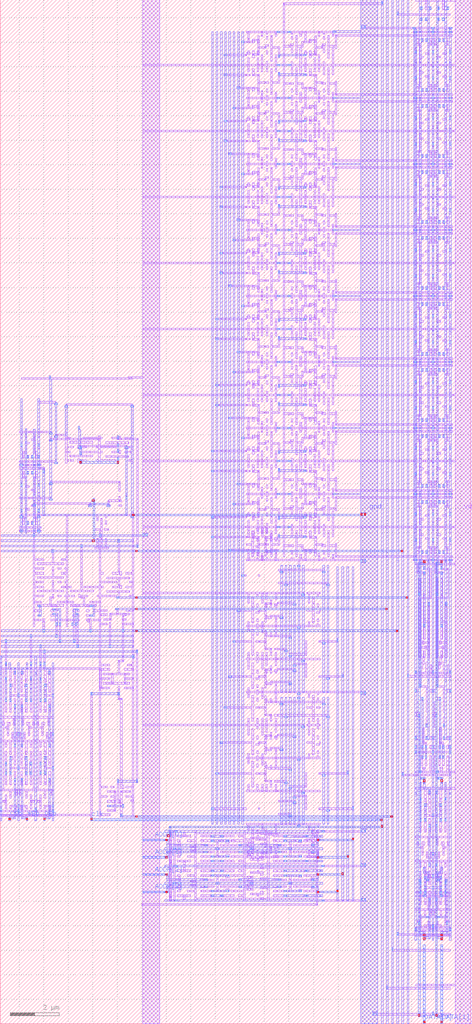
<source format=lef>
MACRO sram_2_16_1_freepdk45
    CLASS RING ;
    ORIGIN 5.765 0.0 ;
    FOREIGN  sram 0.0 0.0 ;
    SIZE 19.165 BY 41.725 ;
    SYMMETRY X Y R90 ;
    PIN vdd 
        DIRECTION INOUT ; 
        USE POWER ; 
        SHAPE ABUTMENT ; 
        PORT             
        Layer metal1 ; 
        RECT  0.0325 0.0 0.7325 41.725 ;
        RECT  12.7675 0.0 13.4675 41.725 ;
        END             
    END vdd 
    PIN gnd 
        DIRECTION INOUT ; 
        USE GROUND ; 
        SHAPE ABUTMENT ; 
        PORT             
        Layer metal2 ; 
        RECT  8.9225 0.0 9.6225 41.725 ;
        END             
    END gnd 
    PIN DATA[0] 
        DIRECTION INOUT ; 
        PORT             
        Layer metal3 ; 
        RECT  11.48 0.0 11.55 3.22 ;
        RECT  11.48 0.0 11.55 0.135 ;
        END             
    END DATA[0] 
    PIN DATA[1] 
        DIRECTION INOUT ; 
        PORT             
        Layer metal3 ; 
        RECT  12.185 0.0 12.255 3.22 ;
        RECT  12.185 0.0 12.255 0.135 ;
        END             
    END DATA[1] 
    PIN ADDR[0] 
        DIRECTION INPUT ; 
        PORT             
        Layer metal3 ; 
        RECT  0.0325 7.4525 1.015 7.5225 ;
        END             
    END ADDR[0] 
    PIN ADDR[1] 
        DIRECTION INPUT ; 
        PORT             
        Layer metal3 ; 
        RECT  0.0325 6.7475 1.015 6.8175 ;
        END             
    END ADDR[1] 
    PIN ADDR[2] 
        DIRECTION INPUT ; 
        PORT             
        Layer metal3 ; 
        RECT  0.0325 6.0425 1.015 6.1125 ;
        END             
    END ADDR[2] 
    PIN ADDR[3] 
        DIRECTION INPUT ; 
        PORT             
        Layer metal3 ; 
        RECT  0.0325 5.3375 1.015 5.4075 ;
        END             
    END ADDR[3] 
    PIN CSb 
        DIRECTION INPUT ; 
        PORT             
        Layer metal3 ; 
        RECT  -5.4125 8.275 -5.3425 8.415 ;
        END             
    END CSb 
    PIN OEb 
        DIRECTION INPUT ; 
        PORT             
        Layer metal3 ; 
        RECT  -4.0025 8.275 -3.9325 8.415 ;
        END             
    END OEb 
    PIN WEb 
        DIRECTION INPUT ; 
        PORT             
        Layer metal3 ; 
        RECT  -4.7075 8.275 -4.6375 8.415 ;
        END             
    END WEb 
    PIN clk 
        DIRECTION INPUT ; 
        PORT             
        Layer metal3 ; 
        RECT  -2.0525 8.275 9.7625 8.345 ;
        RECT  -2.085 8.275 -2.015 8.41 ;
        END             
    END clk 
    OBS 
        Layer  metal1 ; 
        RECT  -0.545 26.2975 0.0325 26.3625 ;
        RECT  12.7675 0.0 13.4675 41.725 ;
        RECT  0.0325 0.0 0.7325 41.725 ;
        RECT  5.5625 19.49 5.6275 19.87 ;
        RECT  7.8875 19.0025 7.9525 19.0675 ;
        RECT  7.92 19.0025 11.195 19.0675 ;
        RECT  7.8875 19.035 7.9525 19.575 ;
        RECT  5.5625 20.61 5.6275 20.99 ;
        RECT  7.8875 21.4125 7.9525 21.4775 ;
        RECT  7.92 21.4125 11.195 21.4775 ;
        RECT  7.8875 20.905 7.9525 21.445 ;
        RECT  5.5625 22.18 5.6275 22.56 ;
        RECT  7.8875 21.6925 7.9525 21.7575 ;
        RECT  7.92 21.6925 11.195 21.7575 ;
        RECT  7.8875 21.725 7.9525 22.265 ;
        RECT  5.5625 23.3 5.6275 23.68 ;
        RECT  7.8875 24.1025 7.9525 24.1675 ;
        RECT  7.92 24.1025 11.195 24.1675 ;
        RECT  7.8875 23.595 7.9525 24.135 ;
        RECT  5.5625 24.87 5.6275 25.25 ;
        RECT  7.8875 24.3825 7.9525 24.4475 ;
        RECT  7.92 24.3825 11.195 24.4475 ;
        RECT  7.8875 24.415 7.9525 24.955 ;
        RECT  5.5625 25.99 5.6275 26.37 ;
        RECT  7.8875 26.7925 7.9525 26.8575 ;
        RECT  7.92 26.7925 11.195 26.8575 ;
        RECT  7.8875 26.285 7.9525 26.825 ;
        RECT  5.5625 27.56 5.6275 27.94 ;
        RECT  7.8875 27.0725 7.9525 27.1375 ;
        RECT  7.92 27.0725 11.195 27.1375 ;
        RECT  7.8875 27.105 7.9525 27.645 ;
        RECT  5.5625 28.68 5.6275 29.06 ;
        RECT  7.8875 29.4825 7.9525 29.5475 ;
        RECT  7.92 29.4825 11.195 29.5475 ;
        RECT  7.8875 28.975 7.9525 29.515 ;
        RECT  5.5625 30.25 5.6275 30.63 ;
        RECT  7.8875 29.7625 7.9525 29.8275 ;
        RECT  7.92 29.7625 11.195 29.8275 ;
        RECT  7.8875 29.795 7.9525 30.335 ;
        RECT  5.5625 31.37 5.6275 31.75 ;
        RECT  7.8875 32.1725 7.9525 32.2375 ;
        RECT  7.92 32.1725 11.195 32.2375 ;
        RECT  7.8875 31.665 7.9525 32.205 ;
        RECT  5.5625 32.94 5.6275 33.32 ;
        RECT  7.8875 32.4525 7.9525 32.5175 ;
        RECT  7.92 32.4525 11.195 32.5175 ;
        RECT  7.8875 32.485 7.9525 33.025 ;
        RECT  5.5625 34.06 5.6275 34.44 ;
        RECT  7.8875 34.8625 7.9525 34.9275 ;
        RECT  7.92 34.8625 11.195 34.9275 ;
        RECT  7.8875 34.355 7.9525 34.895 ;
        RECT  5.5625 35.63 5.6275 36.01 ;
        RECT  7.8875 35.1425 7.9525 35.2075 ;
        RECT  7.92 35.1425 11.195 35.2075 ;
        RECT  7.8875 35.175 7.9525 35.715 ;
        RECT  5.5625 36.75 5.6275 37.13 ;
        RECT  7.8875 37.5525 7.9525 37.6175 ;
        RECT  7.92 37.5525 11.195 37.6175 ;
        RECT  7.8875 37.045 7.9525 37.585 ;
        RECT  5.5625 38.32 5.6275 38.7 ;
        RECT  7.8875 37.8325 7.9525 37.8975 ;
        RECT  7.92 37.8325 11.195 37.8975 ;
        RECT  7.8875 37.865 7.9525 38.405 ;
        RECT  5.5625 39.44 5.6275 39.82 ;
        RECT  7.8875 40.2425 7.9525 40.3075 ;
        RECT  7.92 40.2425 11.195 40.3075 ;
        RECT  7.8875 39.735 7.9525 40.275 ;
        RECT  7.8875 20.2075 11.1625 20.2725 ;
        RECT  7.8875 22.8975 11.1625 22.9625 ;
        RECT  7.8875 25.5875 11.1625 25.6525 ;
        RECT  7.8875 28.2775 11.1625 28.3425 ;
        RECT  7.8875 30.9675 11.1625 31.0325 ;
        RECT  7.8875 33.6575 11.1625 33.7225 ;
        RECT  7.8875 36.3475 11.1625 36.4125 ;
        RECT  7.8875 39.0375 11.1625 39.1025 ;
        RECT  7.2775 8.73 8.6425 8.795 ;
        RECT  7.2775 10.165 8.4325 10.23 ;
        RECT  7.2775 14.11 8.2225 14.175 ;
        RECT  7.2775 15.545 8.0125 15.61 ;
        RECT  10.3925 3.6 11.515 3.665 ;
        RECT  9.9725 1.415 11.5325 1.48 ;
        RECT  10.1825 2.9625 11.5325 3.0275 ;
        RECT  10.3925 41.1 11.1625 41.165 ;
        RECT  10.6025 10.1025 11.1625 10.1675 ;
        RECT  10.8125 14.1275 11.1625 14.1925 ;
        RECT  5.7575 41.53 5.8225 41.595 ;
        RECT  5.7575 40.415 5.8225 41.5625 ;
        RECT  5.79 41.53 9.8275 41.595 ;
        RECT  11.1625 20.2075 12.7675 20.2725 ;
        RECT  11.1625 22.8975 12.7675 22.9625 ;
        RECT  11.1625 25.5875 12.7675 25.6525 ;
        RECT  11.1625 28.2775 12.7675 28.3425 ;
        RECT  11.1625 30.9675 12.7675 31.0325 ;
        RECT  11.1625 33.6575 12.7675 33.7225 ;
        RECT  11.1625 36.3475 12.7675 36.4125 ;
        RECT  11.1625 39.0375 12.7675 39.1025 ;
        RECT  11.1625 41.66 12.7675 41.725 ;
        RECT  11.1625 18.7 12.7675 18.765 ;
        RECT  11.1625 10.2325 12.7675 10.2975 ;
        RECT  11.1625 9.565 12.7675 9.63 ;
        RECT  11.5325 1.545 12.7675 1.61 ;
        RECT  12.2025 1.545 12.7675 1.61 ;
        RECT  0.0325 20.2075 4.2525 20.2725 ;
        RECT  0.0325 22.8975 4.2525 22.9625 ;
        RECT  0.0325 25.5875 4.2525 25.6525 ;
        RECT  0.0325 28.2775 4.2525 28.3425 ;
        RECT  0.0325 30.9675 4.2525 31.0325 ;
        RECT  0.0325 33.6575 4.2525 33.7225 ;
        RECT  0.0325 36.3475 4.2525 36.4125 ;
        RECT  0.0325 39.0375 4.2525 39.1025 ;
        RECT  0.0325 12.1375 4.2525 12.2025 ;
        RECT  0.0325 17.5175 4.2525 17.5825 ;
        RECT  0.0 4.825 0.065 4.89 ;
        RECT  7.1125 4.825 7.1775 4.89 ;
        RECT  0.0 4.825 0.065 4.8575 ;
        RECT  0.0325 4.825 7.145 4.89 ;
        RECT  7.1125 4.8575 7.1775 5.02 ;
        RECT  8.9225 40.545 12.5725 40.61 ;
        RECT  9.4175 0.355 12.5725 0.42 ;
        RECT  4.2525 13.4825 8.9225 13.5475 ;
        RECT  4.2525 18.8625 8.9225 18.9275 ;
        RECT  7.3825 7.8075 8.9225 7.8725 ;
        RECT  7.3825 6.3975 8.9225 6.4625 ;
        RECT  7.3825 6.3975 8.9225 6.4625 ;
        RECT  7.3825 4.9875 8.9225 5.0525 ;
        RECT  11.8325 20.0075 11.8975 20.1425 ;
        RECT  11.6475 20.0075 11.7125 20.1425 ;
        RECT  11.1325 20.0075 11.1975 20.1425 ;
        RECT  11.3175 20.0075 11.3825 20.1425 ;
        RECT  11.6475 19.5425 11.7125 19.6775 ;
        RECT  11.8325 19.5425 11.8975 19.6775 ;
        RECT  11.3175 19.5425 11.3825 19.6775 ;
        RECT  11.1325 19.5425 11.1975 19.6775 ;
        RECT  11.7525 19.1525 11.8175 19.2875 ;
        RECT  11.5675 19.1525 11.6325 19.2875 ;
        RECT  11.3975 19.1525 11.4625 19.2875 ;
        RECT  11.2125 19.1525 11.2775 19.2875 ;
        RECT  11.835 19.645 11.9 19.78 ;
        RECT  11.835 19.645 11.9 19.78 ;
        RECT  11.835 19.645 11.9 19.78 ;
        RECT  11.835 19.645 11.9 19.78 ;
        RECT  11.835 19.645 11.9 19.78 ;
        RECT  11.835 19.645 11.9 19.78 ;
        RECT  11.4425 20.2075 11.5775 20.2725 ;
        RECT  11.095 18.8625 11.23 18.9275 ;
        RECT  11.8 18.8625 11.935 18.9275 ;
        RECT  11.43 19.0025 11.565 19.0675 ;
        RECT  11.835 19.645 11.9 19.78 ;
        RECT  11.835 19.645 11.9 19.78 ;
        RECT  11.835 19.645 11.9 19.78 ;
        RECT  11.835 19.645 11.9 19.78 ;
        RECT  11.335 19.8925 11.47 19.9575 ;
        RECT  11.335 19.8925 11.47 19.9575 ;
        RECT  11.56 19.7425 11.695 19.8075 ;
        RECT  11.56 19.7425 11.695 19.8075 ;
        RECT  11.835 19.645 11.9 19.78 ;
        RECT  11.835 19.645 11.9 19.78 ;
        RECT  11.835 19.645 11.9 19.78 ;
        RECT  11.835 19.645 11.9 19.78 ;
        RECT  11.385 19.1525 11.45 19.2875 ;
        RECT  11.13 19.645 11.195 19.78 ;
        RECT  11.13 19.645 11.195 19.78 ;
        RECT  11.13 19.645 11.195 19.78 ;
        RECT  11.13 19.645 11.195 19.78 ;
        RECT  11.13 19.645 11.195 19.78 ;
        RECT  11.13 19.645 11.195 19.78 ;
        RECT  11.835 19.645 11.9 19.78 ;
        RECT  11.835 19.645 11.9 19.78 ;
        RECT  11.835 19.645 11.9 19.78 ;
        RECT  11.835 19.645 11.9 19.78 ;
        RECT  11.58 19.1525 11.645 19.2875 ;
        RECT  11.4475 18.8625 11.5825 18.9275 ;
        RECT  11.4475 18.8625 11.5825 18.9275 ;
        RECT  11.8 18.8625 11.935 18.9275 ;
        RECT  11.4425 20.2075 11.5775 20.2725 ;
        RECT  11.8 18.8625 11.935 18.9275 ;
        RECT  11.8 18.8625 11.935 18.9275 ;
        RECT  11.835 19.645 11.9 19.78 ;
        RECT  11.835 19.645 11.9 19.78 ;
        RECT  11.835 19.645 11.9 19.78 ;
        RECT  11.835 19.645 11.9 19.78 ;
        RECT  11.835 19.645 11.9 19.78 ;
        RECT  11.835 19.645 11.9 19.78 ;
        RECT  11.095 18.8625 11.23 18.9275 ;
        RECT  11.455 20.2075 11.555 20.27 ;
        RECT  11.455 20.21 11.555 20.2725 ;
        RECT  11.7825 19.005 11.835 19.0675 ;
        RECT  11.455 20.2075 11.555 20.27 ;
        RECT  11.8325 20.0075 11.9025 20.2075 ;
        RECT  11.8325 19.5425 11.9025 19.6775 ;
        RECT  11.8325 19.5425 11.9025 19.6775 ;
        RECT  11.0725 18.8625 11.9575 18.9275 ;
        RECT  11.6475 19.3775 11.8225 19.4425 ;
        RECT  11.1275 19.5425 11.1975 19.6775 ;
        RECT  11.3175 19.3775 11.3825 20.1175 ;
        RECT  11.455 20.21 11.555 20.2725 ;
        RECT  11.0775 19.005 11.13 19.0675 ;
        RECT  11.8325 19.5425 11.9025 19.6775 ;
        RECT  11.0725 20.2075 11.9575 20.2725 ;
        RECT  11.6475 19.3775 11.7125 20.0075 ;
        RECT  11.8325 19.5425 11.9025 19.6775 ;
        RECT  11.8325 19.5425 11.9025 19.6775 ;
        RECT  11.2125 19.1525 11.2825 19.4425 ;
        RECT  11.1275 19.5425 11.1975 19.6775 ;
        RECT  11.0725 19.0025 11.9575 19.0675 ;
        RECT  11.8325 19.5425 11.9025 19.6775 ;
        RECT  11.8325 20.0075 11.9025 20.2075 ;
        RECT  11.1275 20.0075 11.1975 20.2075 ;
        RECT  11.7525 19.1525 11.8225 19.4425 ;
        RECT  11.2125 19.3775 11.3825 19.4425 ;
        RECT  11.8325 20.3375 11.8975 20.4725 ;
        RECT  11.6475 20.3375 11.7125 20.4725 ;
        RECT  11.1325 20.3375 11.1975 20.4725 ;
        RECT  11.3175 20.3375 11.3825 20.4725 ;
        RECT  11.6475 20.8025 11.7125 20.9375 ;
        RECT  11.8325 20.8025 11.8975 20.9375 ;
        RECT  11.3175 20.8025 11.3825 20.9375 ;
        RECT  11.1325 20.8025 11.1975 20.9375 ;
        RECT  11.7525 21.1925 11.8175 21.3275 ;
        RECT  11.5675 21.1925 11.6325 21.3275 ;
        RECT  11.3975 21.1925 11.4625 21.3275 ;
        RECT  11.2125 21.1925 11.2775 21.3275 ;
        RECT  11.835 20.7 11.9 20.835 ;
        RECT  11.835 20.7 11.9 20.835 ;
        RECT  11.835 20.7 11.9 20.835 ;
        RECT  11.835 20.7 11.9 20.835 ;
        RECT  11.835 20.7 11.9 20.835 ;
        RECT  11.835 20.7 11.9 20.835 ;
        RECT  11.4425 20.2075 11.5775 20.2725 ;
        RECT  11.095 21.5525 11.23 21.6175 ;
        RECT  11.8 21.5525 11.935 21.6175 ;
        RECT  11.43 21.4125 11.565 21.4775 ;
        RECT  11.835 20.7 11.9 20.835 ;
        RECT  11.835 20.7 11.9 20.835 ;
        RECT  11.835 20.7 11.9 20.835 ;
        RECT  11.835 20.7 11.9 20.835 ;
        RECT  11.335 20.5225 11.47 20.5875 ;
        RECT  11.335 20.5225 11.47 20.5875 ;
        RECT  11.56 20.6725 11.695 20.7375 ;
        RECT  11.56 20.6725 11.695 20.7375 ;
        RECT  11.835 20.7 11.9 20.835 ;
        RECT  11.835 20.7 11.9 20.835 ;
        RECT  11.835 20.7 11.9 20.835 ;
        RECT  11.835 20.7 11.9 20.835 ;
        RECT  11.385 21.1925 11.45 21.3275 ;
        RECT  11.13 20.7 11.195 20.835 ;
        RECT  11.13 20.7 11.195 20.835 ;
        RECT  11.13 20.7 11.195 20.835 ;
        RECT  11.13 20.7 11.195 20.835 ;
        RECT  11.13 20.7 11.195 20.835 ;
        RECT  11.13 20.7 11.195 20.835 ;
        RECT  11.835 20.7 11.9 20.835 ;
        RECT  11.835 20.7 11.9 20.835 ;
        RECT  11.835 20.7 11.9 20.835 ;
        RECT  11.835 20.7 11.9 20.835 ;
        RECT  11.58 21.1925 11.645 21.3275 ;
        RECT  11.4475 21.5525 11.5825 21.6175 ;
        RECT  11.4475 21.5525 11.5825 21.6175 ;
        RECT  11.8 21.5525 11.935 21.6175 ;
        RECT  11.4425 20.2075 11.5775 20.2725 ;
        RECT  11.8 21.5525 11.935 21.6175 ;
        RECT  11.8 21.5525 11.935 21.6175 ;
        RECT  11.835 20.7 11.9 20.835 ;
        RECT  11.835 20.7 11.9 20.835 ;
        RECT  11.835 20.7 11.9 20.835 ;
        RECT  11.835 20.7 11.9 20.835 ;
        RECT  11.835 20.7 11.9 20.835 ;
        RECT  11.835 20.7 11.9 20.835 ;
        RECT  11.095 21.5525 11.23 21.6175 ;
        RECT  11.455 20.21 11.555 20.2725 ;
        RECT  11.455 20.2075 11.555 20.27 ;
        RECT  11.7825 21.4125 11.835 21.475 ;
        RECT  11.455 20.21 11.555 20.2725 ;
        RECT  11.8325 20.2725 11.9025 20.4725 ;
        RECT  11.8325 20.8025 11.9025 20.9375 ;
        RECT  11.8325 20.8025 11.9025 20.9375 ;
        RECT  11.0725 21.5525 11.9575 21.6175 ;
        RECT  11.6475 21.0375 11.8225 21.1025 ;
        RECT  11.1275 20.8025 11.1975 20.9375 ;
        RECT  11.3175 20.3625 11.3825 21.1025 ;
        RECT  11.455 20.2075 11.555 20.27 ;
        RECT  11.0775 21.4125 11.13 21.475 ;
        RECT  11.8325 20.8025 11.9025 20.9375 ;
        RECT  11.0725 20.2075 11.9575 20.2725 ;
        RECT  11.6475 20.4725 11.7125 21.1025 ;
        RECT  11.8325 20.8025 11.9025 20.9375 ;
        RECT  11.8325 20.8025 11.9025 20.9375 ;
        RECT  11.2125 21.0375 11.2825 21.3275 ;
        RECT  11.1275 20.8025 11.1975 20.9375 ;
        RECT  11.0725 21.4125 11.9575 21.4775 ;
        RECT  11.8325 20.8025 11.9025 20.9375 ;
        RECT  11.8325 20.2725 11.9025 20.4725 ;
        RECT  11.1275 20.2725 11.1975 20.4725 ;
        RECT  11.7525 21.0375 11.8225 21.3275 ;
        RECT  11.2125 21.0375 11.3825 21.1025 ;
        RECT  11.8325 22.6975 11.8975 22.8325 ;
        RECT  11.6475 22.6975 11.7125 22.8325 ;
        RECT  11.1325 22.6975 11.1975 22.8325 ;
        RECT  11.3175 22.6975 11.3825 22.8325 ;
        RECT  11.6475 22.2325 11.7125 22.3675 ;
        RECT  11.8325 22.2325 11.8975 22.3675 ;
        RECT  11.3175 22.2325 11.3825 22.3675 ;
        RECT  11.1325 22.2325 11.1975 22.3675 ;
        RECT  11.7525 21.8425 11.8175 21.9775 ;
        RECT  11.5675 21.8425 11.6325 21.9775 ;
        RECT  11.3975 21.8425 11.4625 21.9775 ;
        RECT  11.2125 21.8425 11.2775 21.9775 ;
        RECT  11.835 22.335 11.9 22.47 ;
        RECT  11.835 22.335 11.9 22.47 ;
        RECT  11.835 22.335 11.9 22.47 ;
        RECT  11.835 22.335 11.9 22.47 ;
        RECT  11.835 22.335 11.9 22.47 ;
        RECT  11.835 22.335 11.9 22.47 ;
        RECT  11.4425 22.8975 11.5775 22.9625 ;
        RECT  11.095 21.5525 11.23 21.6175 ;
        RECT  11.8 21.5525 11.935 21.6175 ;
        RECT  11.43 21.6925 11.565 21.7575 ;
        RECT  11.835 22.335 11.9 22.47 ;
        RECT  11.835 22.335 11.9 22.47 ;
        RECT  11.835 22.335 11.9 22.47 ;
        RECT  11.835 22.335 11.9 22.47 ;
        RECT  11.335 22.5825 11.47 22.6475 ;
        RECT  11.335 22.5825 11.47 22.6475 ;
        RECT  11.56 22.4325 11.695 22.4975 ;
        RECT  11.56 22.4325 11.695 22.4975 ;
        RECT  11.835 22.335 11.9 22.47 ;
        RECT  11.835 22.335 11.9 22.47 ;
        RECT  11.835 22.335 11.9 22.47 ;
        RECT  11.835 22.335 11.9 22.47 ;
        RECT  11.385 21.8425 11.45 21.9775 ;
        RECT  11.13 22.335 11.195 22.47 ;
        RECT  11.13 22.335 11.195 22.47 ;
        RECT  11.13 22.335 11.195 22.47 ;
        RECT  11.13 22.335 11.195 22.47 ;
        RECT  11.13 22.335 11.195 22.47 ;
        RECT  11.13 22.335 11.195 22.47 ;
        RECT  11.835 22.335 11.9 22.47 ;
        RECT  11.835 22.335 11.9 22.47 ;
        RECT  11.835 22.335 11.9 22.47 ;
        RECT  11.835 22.335 11.9 22.47 ;
        RECT  11.58 21.8425 11.645 21.9775 ;
        RECT  11.4475 21.5525 11.5825 21.6175 ;
        RECT  11.4475 21.5525 11.5825 21.6175 ;
        RECT  11.8 21.5525 11.935 21.6175 ;
        RECT  11.4425 22.8975 11.5775 22.9625 ;
        RECT  11.8 21.5525 11.935 21.6175 ;
        RECT  11.8 21.5525 11.935 21.6175 ;
        RECT  11.835 22.335 11.9 22.47 ;
        RECT  11.835 22.335 11.9 22.47 ;
        RECT  11.835 22.335 11.9 22.47 ;
        RECT  11.835 22.335 11.9 22.47 ;
        RECT  11.835 22.335 11.9 22.47 ;
        RECT  11.835 22.335 11.9 22.47 ;
        RECT  11.095 21.5525 11.23 21.6175 ;
        RECT  11.455 22.8975 11.555 22.96 ;
        RECT  11.455 22.9 11.555 22.9625 ;
        RECT  11.7825 21.695 11.835 21.7575 ;
        RECT  11.455 22.8975 11.555 22.96 ;
        RECT  11.8325 22.6975 11.9025 22.8975 ;
        RECT  11.8325 22.2325 11.9025 22.3675 ;
        RECT  11.8325 22.2325 11.9025 22.3675 ;
        RECT  11.0725 21.5525 11.9575 21.6175 ;
        RECT  11.6475 22.0675 11.8225 22.1325 ;
        RECT  11.1275 22.2325 11.1975 22.3675 ;
        RECT  11.3175 22.0675 11.3825 22.8075 ;
        RECT  11.455 22.9 11.555 22.9625 ;
        RECT  11.0775 21.695 11.13 21.7575 ;
        RECT  11.8325 22.2325 11.9025 22.3675 ;
        RECT  11.0725 22.8975 11.9575 22.9625 ;
        RECT  11.6475 22.0675 11.7125 22.6975 ;
        RECT  11.8325 22.2325 11.9025 22.3675 ;
        RECT  11.8325 22.2325 11.9025 22.3675 ;
        RECT  11.2125 21.8425 11.2825 22.1325 ;
        RECT  11.1275 22.2325 11.1975 22.3675 ;
        RECT  11.0725 21.6925 11.9575 21.7575 ;
        RECT  11.8325 22.2325 11.9025 22.3675 ;
        RECT  11.8325 22.6975 11.9025 22.8975 ;
        RECT  11.1275 22.6975 11.1975 22.8975 ;
        RECT  11.7525 21.8425 11.8225 22.1325 ;
        RECT  11.2125 22.0675 11.3825 22.1325 ;
        RECT  11.8325 23.0275 11.8975 23.1625 ;
        RECT  11.6475 23.0275 11.7125 23.1625 ;
        RECT  11.1325 23.0275 11.1975 23.1625 ;
        RECT  11.3175 23.0275 11.3825 23.1625 ;
        RECT  11.6475 23.4925 11.7125 23.6275 ;
        RECT  11.8325 23.4925 11.8975 23.6275 ;
        RECT  11.3175 23.4925 11.3825 23.6275 ;
        RECT  11.1325 23.4925 11.1975 23.6275 ;
        RECT  11.7525 23.8825 11.8175 24.0175 ;
        RECT  11.5675 23.8825 11.6325 24.0175 ;
        RECT  11.3975 23.8825 11.4625 24.0175 ;
        RECT  11.2125 23.8825 11.2775 24.0175 ;
        RECT  11.835 23.39 11.9 23.525 ;
        RECT  11.835 23.39 11.9 23.525 ;
        RECT  11.835 23.39 11.9 23.525 ;
        RECT  11.835 23.39 11.9 23.525 ;
        RECT  11.835 23.39 11.9 23.525 ;
        RECT  11.835 23.39 11.9 23.525 ;
        RECT  11.4425 22.8975 11.5775 22.9625 ;
        RECT  11.095 24.2425 11.23 24.3075 ;
        RECT  11.8 24.2425 11.935 24.3075 ;
        RECT  11.43 24.1025 11.565 24.1675 ;
        RECT  11.835 23.39 11.9 23.525 ;
        RECT  11.835 23.39 11.9 23.525 ;
        RECT  11.835 23.39 11.9 23.525 ;
        RECT  11.835 23.39 11.9 23.525 ;
        RECT  11.335 23.2125 11.47 23.2775 ;
        RECT  11.335 23.2125 11.47 23.2775 ;
        RECT  11.56 23.3625 11.695 23.4275 ;
        RECT  11.56 23.3625 11.695 23.4275 ;
        RECT  11.835 23.39 11.9 23.525 ;
        RECT  11.835 23.39 11.9 23.525 ;
        RECT  11.835 23.39 11.9 23.525 ;
        RECT  11.835 23.39 11.9 23.525 ;
        RECT  11.385 23.8825 11.45 24.0175 ;
        RECT  11.13 23.39 11.195 23.525 ;
        RECT  11.13 23.39 11.195 23.525 ;
        RECT  11.13 23.39 11.195 23.525 ;
        RECT  11.13 23.39 11.195 23.525 ;
        RECT  11.13 23.39 11.195 23.525 ;
        RECT  11.13 23.39 11.195 23.525 ;
        RECT  11.835 23.39 11.9 23.525 ;
        RECT  11.835 23.39 11.9 23.525 ;
        RECT  11.835 23.39 11.9 23.525 ;
        RECT  11.835 23.39 11.9 23.525 ;
        RECT  11.58 23.8825 11.645 24.0175 ;
        RECT  11.4475 24.2425 11.5825 24.3075 ;
        RECT  11.4475 24.2425 11.5825 24.3075 ;
        RECT  11.8 24.2425 11.935 24.3075 ;
        RECT  11.4425 22.8975 11.5775 22.9625 ;
        RECT  11.8 24.2425 11.935 24.3075 ;
        RECT  11.8 24.2425 11.935 24.3075 ;
        RECT  11.835 23.39 11.9 23.525 ;
        RECT  11.835 23.39 11.9 23.525 ;
        RECT  11.835 23.39 11.9 23.525 ;
        RECT  11.835 23.39 11.9 23.525 ;
        RECT  11.835 23.39 11.9 23.525 ;
        RECT  11.835 23.39 11.9 23.525 ;
        RECT  11.095 24.2425 11.23 24.3075 ;
        RECT  11.455 22.9 11.555 22.9625 ;
        RECT  11.455 22.8975 11.555 22.96 ;
        RECT  11.7825 24.1025 11.835 24.165 ;
        RECT  11.455 22.9 11.555 22.9625 ;
        RECT  11.8325 22.9625 11.9025 23.1625 ;
        RECT  11.8325 23.4925 11.9025 23.6275 ;
        RECT  11.8325 23.4925 11.9025 23.6275 ;
        RECT  11.0725 24.2425 11.9575 24.3075 ;
        RECT  11.6475 23.7275 11.8225 23.7925 ;
        RECT  11.1275 23.4925 11.1975 23.6275 ;
        RECT  11.3175 23.0525 11.3825 23.7925 ;
        RECT  11.455 22.8975 11.555 22.96 ;
        RECT  11.0775 24.1025 11.13 24.165 ;
        RECT  11.8325 23.4925 11.9025 23.6275 ;
        RECT  11.0725 22.8975 11.9575 22.9625 ;
        RECT  11.6475 23.1625 11.7125 23.7925 ;
        RECT  11.8325 23.4925 11.9025 23.6275 ;
        RECT  11.8325 23.4925 11.9025 23.6275 ;
        RECT  11.2125 23.7275 11.2825 24.0175 ;
        RECT  11.1275 23.4925 11.1975 23.6275 ;
        RECT  11.0725 24.1025 11.9575 24.1675 ;
        RECT  11.8325 23.4925 11.9025 23.6275 ;
        RECT  11.8325 22.9625 11.9025 23.1625 ;
        RECT  11.1275 22.9625 11.1975 23.1625 ;
        RECT  11.7525 23.7275 11.8225 24.0175 ;
        RECT  11.2125 23.7275 11.3825 23.7925 ;
        RECT  11.8325 25.3875 11.8975 25.5225 ;
        RECT  11.6475 25.3875 11.7125 25.5225 ;
        RECT  11.1325 25.3875 11.1975 25.5225 ;
        RECT  11.3175 25.3875 11.3825 25.5225 ;
        RECT  11.6475 24.9225 11.7125 25.0575 ;
        RECT  11.8325 24.9225 11.8975 25.0575 ;
        RECT  11.3175 24.9225 11.3825 25.0575 ;
        RECT  11.1325 24.9225 11.1975 25.0575 ;
        RECT  11.7525 24.5325 11.8175 24.6675 ;
        RECT  11.5675 24.5325 11.6325 24.6675 ;
        RECT  11.3975 24.5325 11.4625 24.6675 ;
        RECT  11.2125 24.5325 11.2775 24.6675 ;
        RECT  11.835 25.025 11.9 25.16 ;
        RECT  11.835 25.025 11.9 25.16 ;
        RECT  11.835 25.025 11.9 25.16 ;
        RECT  11.835 25.025 11.9 25.16 ;
        RECT  11.835 25.025 11.9 25.16 ;
        RECT  11.835 25.025 11.9 25.16 ;
        RECT  11.4425 25.5875 11.5775 25.6525 ;
        RECT  11.095 24.2425 11.23 24.3075 ;
        RECT  11.8 24.2425 11.935 24.3075 ;
        RECT  11.43 24.3825 11.565 24.4475 ;
        RECT  11.835 25.025 11.9 25.16 ;
        RECT  11.835 25.025 11.9 25.16 ;
        RECT  11.835 25.025 11.9 25.16 ;
        RECT  11.835 25.025 11.9 25.16 ;
        RECT  11.335 25.2725 11.47 25.3375 ;
        RECT  11.335 25.2725 11.47 25.3375 ;
        RECT  11.56 25.1225 11.695 25.1875 ;
        RECT  11.56 25.1225 11.695 25.1875 ;
        RECT  11.835 25.025 11.9 25.16 ;
        RECT  11.835 25.025 11.9 25.16 ;
        RECT  11.835 25.025 11.9 25.16 ;
        RECT  11.835 25.025 11.9 25.16 ;
        RECT  11.385 24.5325 11.45 24.6675 ;
        RECT  11.13 25.025 11.195 25.16 ;
        RECT  11.13 25.025 11.195 25.16 ;
        RECT  11.13 25.025 11.195 25.16 ;
        RECT  11.13 25.025 11.195 25.16 ;
        RECT  11.13 25.025 11.195 25.16 ;
        RECT  11.13 25.025 11.195 25.16 ;
        RECT  11.835 25.025 11.9 25.16 ;
        RECT  11.835 25.025 11.9 25.16 ;
        RECT  11.835 25.025 11.9 25.16 ;
        RECT  11.835 25.025 11.9 25.16 ;
        RECT  11.58 24.5325 11.645 24.6675 ;
        RECT  11.4475 24.2425 11.5825 24.3075 ;
        RECT  11.4475 24.2425 11.5825 24.3075 ;
        RECT  11.8 24.2425 11.935 24.3075 ;
        RECT  11.4425 25.5875 11.5775 25.6525 ;
        RECT  11.8 24.2425 11.935 24.3075 ;
        RECT  11.8 24.2425 11.935 24.3075 ;
        RECT  11.835 25.025 11.9 25.16 ;
        RECT  11.835 25.025 11.9 25.16 ;
        RECT  11.835 25.025 11.9 25.16 ;
        RECT  11.835 25.025 11.9 25.16 ;
        RECT  11.835 25.025 11.9 25.16 ;
        RECT  11.835 25.025 11.9 25.16 ;
        RECT  11.095 24.2425 11.23 24.3075 ;
        RECT  11.455 25.5875 11.555 25.65 ;
        RECT  11.455 25.59 11.555 25.6525 ;
        RECT  11.7825 24.385 11.835 24.4475 ;
        RECT  11.455 25.5875 11.555 25.65 ;
        RECT  11.8325 25.3875 11.9025 25.5875 ;
        RECT  11.8325 24.9225 11.9025 25.0575 ;
        RECT  11.8325 24.9225 11.9025 25.0575 ;
        RECT  11.0725 24.2425 11.9575 24.3075 ;
        RECT  11.6475 24.7575 11.8225 24.8225 ;
        RECT  11.1275 24.9225 11.1975 25.0575 ;
        RECT  11.3175 24.7575 11.3825 25.4975 ;
        RECT  11.455 25.59 11.555 25.6525 ;
        RECT  11.0775 24.385 11.13 24.4475 ;
        RECT  11.8325 24.9225 11.9025 25.0575 ;
        RECT  11.0725 25.5875 11.9575 25.6525 ;
        RECT  11.6475 24.7575 11.7125 25.3875 ;
        RECT  11.8325 24.9225 11.9025 25.0575 ;
        RECT  11.8325 24.9225 11.9025 25.0575 ;
        RECT  11.2125 24.5325 11.2825 24.8225 ;
        RECT  11.1275 24.9225 11.1975 25.0575 ;
        RECT  11.0725 24.3825 11.9575 24.4475 ;
        RECT  11.8325 24.9225 11.9025 25.0575 ;
        RECT  11.8325 25.3875 11.9025 25.5875 ;
        RECT  11.1275 25.3875 11.1975 25.5875 ;
        RECT  11.7525 24.5325 11.8225 24.8225 ;
        RECT  11.2125 24.7575 11.3825 24.8225 ;
        RECT  11.8325 25.7175 11.8975 25.8525 ;
        RECT  11.6475 25.7175 11.7125 25.8525 ;
        RECT  11.1325 25.7175 11.1975 25.8525 ;
        RECT  11.3175 25.7175 11.3825 25.8525 ;
        RECT  11.6475 26.1825 11.7125 26.3175 ;
        RECT  11.8325 26.1825 11.8975 26.3175 ;
        RECT  11.3175 26.1825 11.3825 26.3175 ;
        RECT  11.1325 26.1825 11.1975 26.3175 ;
        RECT  11.7525 26.5725 11.8175 26.7075 ;
        RECT  11.5675 26.5725 11.6325 26.7075 ;
        RECT  11.3975 26.5725 11.4625 26.7075 ;
        RECT  11.2125 26.5725 11.2775 26.7075 ;
        RECT  11.835 26.08 11.9 26.215 ;
        RECT  11.835 26.08 11.9 26.215 ;
        RECT  11.835 26.08 11.9 26.215 ;
        RECT  11.835 26.08 11.9 26.215 ;
        RECT  11.835 26.08 11.9 26.215 ;
        RECT  11.835 26.08 11.9 26.215 ;
        RECT  11.4425 25.5875 11.5775 25.6525 ;
        RECT  11.095 26.9325 11.23 26.9975 ;
        RECT  11.8 26.9325 11.935 26.9975 ;
        RECT  11.43 26.7925 11.565 26.8575 ;
        RECT  11.835 26.08 11.9 26.215 ;
        RECT  11.835 26.08 11.9 26.215 ;
        RECT  11.835 26.08 11.9 26.215 ;
        RECT  11.835 26.08 11.9 26.215 ;
        RECT  11.335 25.9025 11.47 25.9675 ;
        RECT  11.335 25.9025 11.47 25.9675 ;
        RECT  11.56 26.0525 11.695 26.1175 ;
        RECT  11.56 26.0525 11.695 26.1175 ;
        RECT  11.835 26.08 11.9 26.215 ;
        RECT  11.835 26.08 11.9 26.215 ;
        RECT  11.835 26.08 11.9 26.215 ;
        RECT  11.835 26.08 11.9 26.215 ;
        RECT  11.385 26.5725 11.45 26.7075 ;
        RECT  11.13 26.08 11.195 26.215 ;
        RECT  11.13 26.08 11.195 26.215 ;
        RECT  11.13 26.08 11.195 26.215 ;
        RECT  11.13 26.08 11.195 26.215 ;
        RECT  11.13 26.08 11.195 26.215 ;
        RECT  11.13 26.08 11.195 26.215 ;
        RECT  11.835 26.08 11.9 26.215 ;
        RECT  11.835 26.08 11.9 26.215 ;
        RECT  11.835 26.08 11.9 26.215 ;
        RECT  11.835 26.08 11.9 26.215 ;
        RECT  11.58 26.5725 11.645 26.7075 ;
        RECT  11.4475 26.9325 11.5825 26.9975 ;
        RECT  11.4475 26.9325 11.5825 26.9975 ;
        RECT  11.8 26.9325 11.935 26.9975 ;
        RECT  11.4425 25.5875 11.5775 25.6525 ;
        RECT  11.8 26.9325 11.935 26.9975 ;
        RECT  11.8 26.9325 11.935 26.9975 ;
        RECT  11.835 26.08 11.9 26.215 ;
        RECT  11.835 26.08 11.9 26.215 ;
        RECT  11.835 26.08 11.9 26.215 ;
        RECT  11.835 26.08 11.9 26.215 ;
        RECT  11.835 26.08 11.9 26.215 ;
        RECT  11.835 26.08 11.9 26.215 ;
        RECT  11.095 26.9325 11.23 26.9975 ;
        RECT  11.455 25.59 11.555 25.6525 ;
        RECT  11.455 25.5875 11.555 25.65 ;
        RECT  11.7825 26.7925 11.835 26.855 ;
        RECT  11.455 25.59 11.555 25.6525 ;
        RECT  11.8325 25.6525 11.9025 25.8525 ;
        RECT  11.8325 26.1825 11.9025 26.3175 ;
        RECT  11.8325 26.1825 11.9025 26.3175 ;
        RECT  11.0725 26.9325 11.9575 26.9975 ;
        RECT  11.6475 26.4175 11.8225 26.4825 ;
        RECT  11.1275 26.1825 11.1975 26.3175 ;
        RECT  11.3175 25.7425 11.3825 26.4825 ;
        RECT  11.455 25.5875 11.555 25.65 ;
        RECT  11.0775 26.7925 11.13 26.855 ;
        RECT  11.8325 26.1825 11.9025 26.3175 ;
        RECT  11.0725 25.5875 11.9575 25.6525 ;
        RECT  11.6475 25.8525 11.7125 26.4825 ;
        RECT  11.8325 26.1825 11.9025 26.3175 ;
        RECT  11.8325 26.1825 11.9025 26.3175 ;
        RECT  11.2125 26.4175 11.2825 26.7075 ;
        RECT  11.1275 26.1825 11.1975 26.3175 ;
        RECT  11.0725 26.7925 11.9575 26.8575 ;
        RECT  11.8325 26.1825 11.9025 26.3175 ;
        RECT  11.8325 25.6525 11.9025 25.8525 ;
        RECT  11.1275 25.6525 11.1975 25.8525 ;
        RECT  11.7525 26.4175 11.8225 26.7075 ;
        RECT  11.2125 26.4175 11.3825 26.4825 ;
        RECT  11.8325 28.0775 11.8975 28.2125 ;
        RECT  11.6475 28.0775 11.7125 28.2125 ;
        RECT  11.1325 28.0775 11.1975 28.2125 ;
        RECT  11.3175 28.0775 11.3825 28.2125 ;
        RECT  11.6475 27.6125 11.7125 27.7475 ;
        RECT  11.8325 27.6125 11.8975 27.7475 ;
        RECT  11.3175 27.6125 11.3825 27.7475 ;
        RECT  11.1325 27.6125 11.1975 27.7475 ;
        RECT  11.7525 27.2225 11.8175 27.3575 ;
        RECT  11.5675 27.2225 11.6325 27.3575 ;
        RECT  11.3975 27.2225 11.4625 27.3575 ;
        RECT  11.2125 27.2225 11.2775 27.3575 ;
        RECT  11.835 27.715 11.9 27.85 ;
        RECT  11.835 27.715 11.9 27.85 ;
        RECT  11.835 27.715 11.9 27.85 ;
        RECT  11.835 27.715 11.9 27.85 ;
        RECT  11.835 27.715 11.9 27.85 ;
        RECT  11.835 27.715 11.9 27.85 ;
        RECT  11.4425 28.2775 11.5775 28.3425 ;
        RECT  11.095 26.9325 11.23 26.9975 ;
        RECT  11.8 26.9325 11.935 26.9975 ;
        RECT  11.43 27.0725 11.565 27.1375 ;
        RECT  11.835 27.715 11.9 27.85 ;
        RECT  11.835 27.715 11.9 27.85 ;
        RECT  11.835 27.715 11.9 27.85 ;
        RECT  11.835 27.715 11.9 27.85 ;
        RECT  11.335 27.9625 11.47 28.0275 ;
        RECT  11.335 27.9625 11.47 28.0275 ;
        RECT  11.56 27.8125 11.695 27.8775 ;
        RECT  11.56 27.8125 11.695 27.8775 ;
        RECT  11.835 27.715 11.9 27.85 ;
        RECT  11.835 27.715 11.9 27.85 ;
        RECT  11.835 27.715 11.9 27.85 ;
        RECT  11.835 27.715 11.9 27.85 ;
        RECT  11.385 27.2225 11.45 27.3575 ;
        RECT  11.13 27.715 11.195 27.85 ;
        RECT  11.13 27.715 11.195 27.85 ;
        RECT  11.13 27.715 11.195 27.85 ;
        RECT  11.13 27.715 11.195 27.85 ;
        RECT  11.13 27.715 11.195 27.85 ;
        RECT  11.13 27.715 11.195 27.85 ;
        RECT  11.835 27.715 11.9 27.85 ;
        RECT  11.835 27.715 11.9 27.85 ;
        RECT  11.835 27.715 11.9 27.85 ;
        RECT  11.835 27.715 11.9 27.85 ;
        RECT  11.58 27.2225 11.645 27.3575 ;
        RECT  11.4475 26.9325 11.5825 26.9975 ;
        RECT  11.4475 26.9325 11.5825 26.9975 ;
        RECT  11.8 26.9325 11.935 26.9975 ;
        RECT  11.4425 28.2775 11.5775 28.3425 ;
        RECT  11.8 26.9325 11.935 26.9975 ;
        RECT  11.8 26.9325 11.935 26.9975 ;
        RECT  11.835 27.715 11.9 27.85 ;
        RECT  11.835 27.715 11.9 27.85 ;
        RECT  11.835 27.715 11.9 27.85 ;
        RECT  11.835 27.715 11.9 27.85 ;
        RECT  11.835 27.715 11.9 27.85 ;
        RECT  11.835 27.715 11.9 27.85 ;
        RECT  11.095 26.9325 11.23 26.9975 ;
        RECT  11.455 28.2775 11.555 28.34 ;
        RECT  11.455 28.28 11.555 28.3425 ;
        RECT  11.7825 27.075 11.835 27.1375 ;
        RECT  11.455 28.2775 11.555 28.34 ;
        RECT  11.8325 28.0775 11.9025 28.2775 ;
        RECT  11.8325 27.6125 11.9025 27.7475 ;
        RECT  11.8325 27.6125 11.9025 27.7475 ;
        RECT  11.0725 26.9325 11.9575 26.9975 ;
        RECT  11.6475 27.4475 11.8225 27.5125 ;
        RECT  11.1275 27.6125 11.1975 27.7475 ;
        RECT  11.3175 27.4475 11.3825 28.1875 ;
        RECT  11.455 28.28 11.555 28.3425 ;
        RECT  11.0775 27.075 11.13 27.1375 ;
        RECT  11.8325 27.6125 11.9025 27.7475 ;
        RECT  11.0725 28.2775 11.9575 28.3425 ;
        RECT  11.6475 27.4475 11.7125 28.0775 ;
        RECT  11.8325 27.6125 11.9025 27.7475 ;
        RECT  11.8325 27.6125 11.9025 27.7475 ;
        RECT  11.2125 27.2225 11.2825 27.5125 ;
        RECT  11.1275 27.6125 11.1975 27.7475 ;
        RECT  11.0725 27.0725 11.9575 27.1375 ;
        RECT  11.8325 27.6125 11.9025 27.7475 ;
        RECT  11.8325 28.0775 11.9025 28.2775 ;
        RECT  11.1275 28.0775 11.1975 28.2775 ;
        RECT  11.7525 27.2225 11.8225 27.5125 ;
        RECT  11.2125 27.4475 11.3825 27.5125 ;
        RECT  11.8325 28.4075 11.8975 28.5425 ;
        RECT  11.6475 28.4075 11.7125 28.5425 ;
        RECT  11.1325 28.4075 11.1975 28.5425 ;
        RECT  11.3175 28.4075 11.3825 28.5425 ;
        RECT  11.6475 28.8725 11.7125 29.0075 ;
        RECT  11.8325 28.8725 11.8975 29.0075 ;
        RECT  11.3175 28.8725 11.3825 29.0075 ;
        RECT  11.1325 28.8725 11.1975 29.0075 ;
        RECT  11.7525 29.2625 11.8175 29.3975 ;
        RECT  11.5675 29.2625 11.6325 29.3975 ;
        RECT  11.3975 29.2625 11.4625 29.3975 ;
        RECT  11.2125 29.2625 11.2775 29.3975 ;
        RECT  11.835 28.77 11.9 28.905 ;
        RECT  11.835 28.77 11.9 28.905 ;
        RECT  11.835 28.77 11.9 28.905 ;
        RECT  11.835 28.77 11.9 28.905 ;
        RECT  11.835 28.77 11.9 28.905 ;
        RECT  11.835 28.77 11.9 28.905 ;
        RECT  11.4425 28.2775 11.5775 28.3425 ;
        RECT  11.095 29.6225 11.23 29.6875 ;
        RECT  11.8 29.6225 11.935 29.6875 ;
        RECT  11.43 29.4825 11.565 29.5475 ;
        RECT  11.835 28.77 11.9 28.905 ;
        RECT  11.835 28.77 11.9 28.905 ;
        RECT  11.835 28.77 11.9 28.905 ;
        RECT  11.835 28.77 11.9 28.905 ;
        RECT  11.335 28.5925 11.47 28.6575 ;
        RECT  11.335 28.5925 11.47 28.6575 ;
        RECT  11.56 28.7425 11.695 28.8075 ;
        RECT  11.56 28.7425 11.695 28.8075 ;
        RECT  11.835 28.77 11.9 28.905 ;
        RECT  11.835 28.77 11.9 28.905 ;
        RECT  11.835 28.77 11.9 28.905 ;
        RECT  11.835 28.77 11.9 28.905 ;
        RECT  11.385 29.2625 11.45 29.3975 ;
        RECT  11.13 28.77 11.195 28.905 ;
        RECT  11.13 28.77 11.195 28.905 ;
        RECT  11.13 28.77 11.195 28.905 ;
        RECT  11.13 28.77 11.195 28.905 ;
        RECT  11.13 28.77 11.195 28.905 ;
        RECT  11.13 28.77 11.195 28.905 ;
        RECT  11.835 28.77 11.9 28.905 ;
        RECT  11.835 28.77 11.9 28.905 ;
        RECT  11.835 28.77 11.9 28.905 ;
        RECT  11.835 28.77 11.9 28.905 ;
        RECT  11.58 29.2625 11.645 29.3975 ;
        RECT  11.4475 29.6225 11.5825 29.6875 ;
        RECT  11.4475 29.6225 11.5825 29.6875 ;
        RECT  11.8 29.6225 11.935 29.6875 ;
        RECT  11.4425 28.2775 11.5775 28.3425 ;
        RECT  11.8 29.6225 11.935 29.6875 ;
        RECT  11.8 29.6225 11.935 29.6875 ;
        RECT  11.835 28.77 11.9 28.905 ;
        RECT  11.835 28.77 11.9 28.905 ;
        RECT  11.835 28.77 11.9 28.905 ;
        RECT  11.835 28.77 11.9 28.905 ;
        RECT  11.835 28.77 11.9 28.905 ;
        RECT  11.835 28.77 11.9 28.905 ;
        RECT  11.095 29.6225 11.23 29.6875 ;
        RECT  11.455 28.28 11.555 28.3425 ;
        RECT  11.455 28.2775 11.555 28.34 ;
        RECT  11.7825 29.4825 11.835 29.545 ;
        RECT  11.455 28.28 11.555 28.3425 ;
        RECT  11.8325 28.3425 11.9025 28.5425 ;
        RECT  11.8325 28.8725 11.9025 29.0075 ;
        RECT  11.8325 28.8725 11.9025 29.0075 ;
        RECT  11.0725 29.6225 11.9575 29.6875 ;
        RECT  11.6475 29.1075 11.8225 29.1725 ;
        RECT  11.1275 28.8725 11.1975 29.0075 ;
        RECT  11.3175 28.4325 11.3825 29.1725 ;
        RECT  11.455 28.2775 11.555 28.34 ;
        RECT  11.0775 29.4825 11.13 29.545 ;
        RECT  11.8325 28.8725 11.9025 29.0075 ;
        RECT  11.0725 28.2775 11.9575 28.3425 ;
        RECT  11.6475 28.5425 11.7125 29.1725 ;
        RECT  11.8325 28.8725 11.9025 29.0075 ;
        RECT  11.8325 28.8725 11.9025 29.0075 ;
        RECT  11.2125 29.1075 11.2825 29.3975 ;
        RECT  11.1275 28.8725 11.1975 29.0075 ;
        RECT  11.0725 29.4825 11.9575 29.5475 ;
        RECT  11.8325 28.8725 11.9025 29.0075 ;
        RECT  11.8325 28.3425 11.9025 28.5425 ;
        RECT  11.1275 28.3425 11.1975 28.5425 ;
        RECT  11.7525 29.1075 11.8225 29.3975 ;
        RECT  11.2125 29.1075 11.3825 29.1725 ;
        RECT  11.8325 30.7675 11.8975 30.9025 ;
        RECT  11.6475 30.7675 11.7125 30.9025 ;
        RECT  11.1325 30.7675 11.1975 30.9025 ;
        RECT  11.3175 30.7675 11.3825 30.9025 ;
        RECT  11.6475 30.3025 11.7125 30.4375 ;
        RECT  11.8325 30.3025 11.8975 30.4375 ;
        RECT  11.3175 30.3025 11.3825 30.4375 ;
        RECT  11.1325 30.3025 11.1975 30.4375 ;
        RECT  11.7525 29.9125 11.8175 30.0475 ;
        RECT  11.5675 29.9125 11.6325 30.0475 ;
        RECT  11.3975 29.9125 11.4625 30.0475 ;
        RECT  11.2125 29.9125 11.2775 30.0475 ;
        RECT  11.835 30.405 11.9 30.54 ;
        RECT  11.835 30.405 11.9 30.54 ;
        RECT  11.835 30.405 11.9 30.54 ;
        RECT  11.835 30.405 11.9 30.54 ;
        RECT  11.835 30.405 11.9 30.54 ;
        RECT  11.835 30.405 11.9 30.54 ;
        RECT  11.4425 30.9675 11.5775 31.0325 ;
        RECT  11.095 29.6225 11.23 29.6875 ;
        RECT  11.8 29.6225 11.935 29.6875 ;
        RECT  11.43 29.7625 11.565 29.8275 ;
        RECT  11.835 30.405 11.9 30.54 ;
        RECT  11.835 30.405 11.9 30.54 ;
        RECT  11.835 30.405 11.9 30.54 ;
        RECT  11.835 30.405 11.9 30.54 ;
        RECT  11.335 30.6525 11.47 30.7175 ;
        RECT  11.335 30.6525 11.47 30.7175 ;
        RECT  11.56 30.5025 11.695 30.5675 ;
        RECT  11.56 30.5025 11.695 30.5675 ;
        RECT  11.835 30.405 11.9 30.54 ;
        RECT  11.835 30.405 11.9 30.54 ;
        RECT  11.835 30.405 11.9 30.54 ;
        RECT  11.835 30.405 11.9 30.54 ;
        RECT  11.385 29.9125 11.45 30.0475 ;
        RECT  11.13 30.405 11.195 30.54 ;
        RECT  11.13 30.405 11.195 30.54 ;
        RECT  11.13 30.405 11.195 30.54 ;
        RECT  11.13 30.405 11.195 30.54 ;
        RECT  11.13 30.405 11.195 30.54 ;
        RECT  11.13 30.405 11.195 30.54 ;
        RECT  11.835 30.405 11.9 30.54 ;
        RECT  11.835 30.405 11.9 30.54 ;
        RECT  11.835 30.405 11.9 30.54 ;
        RECT  11.835 30.405 11.9 30.54 ;
        RECT  11.58 29.9125 11.645 30.0475 ;
        RECT  11.4475 29.6225 11.5825 29.6875 ;
        RECT  11.4475 29.6225 11.5825 29.6875 ;
        RECT  11.8 29.6225 11.935 29.6875 ;
        RECT  11.4425 30.9675 11.5775 31.0325 ;
        RECT  11.8 29.6225 11.935 29.6875 ;
        RECT  11.8 29.6225 11.935 29.6875 ;
        RECT  11.835 30.405 11.9 30.54 ;
        RECT  11.835 30.405 11.9 30.54 ;
        RECT  11.835 30.405 11.9 30.54 ;
        RECT  11.835 30.405 11.9 30.54 ;
        RECT  11.835 30.405 11.9 30.54 ;
        RECT  11.835 30.405 11.9 30.54 ;
        RECT  11.095 29.6225 11.23 29.6875 ;
        RECT  11.455 30.9675 11.555 31.03 ;
        RECT  11.455 30.97 11.555 31.0325 ;
        RECT  11.7825 29.765 11.835 29.8275 ;
        RECT  11.455 30.9675 11.555 31.03 ;
        RECT  11.8325 30.7675 11.9025 30.9675 ;
        RECT  11.8325 30.3025 11.9025 30.4375 ;
        RECT  11.8325 30.3025 11.9025 30.4375 ;
        RECT  11.0725 29.6225 11.9575 29.6875 ;
        RECT  11.6475 30.1375 11.8225 30.2025 ;
        RECT  11.1275 30.3025 11.1975 30.4375 ;
        RECT  11.3175 30.1375 11.3825 30.8775 ;
        RECT  11.455 30.97 11.555 31.0325 ;
        RECT  11.0775 29.765 11.13 29.8275 ;
        RECT  11.8325 30.3025 11.9025 30.4375 ;
        RECT  11.0725 30.9675 11.9575 31.0325 ;
        RECT  11.6475 30.1375 11.7125 30.7675 ;
        RECT  11.8325 30.3025 11.9025 30.4375 ;
        RECT  11.8325 30.3025 11.9025 30.4375 ;
        RECT  11.2125 29.9125 11.2825 30.2025 ;
        RECT  11.1275 30.3025 11.1975 30.4375 ;
        RECT  11.0725 29.7625 11.9575 29.8275 ;
        RECT  11.8325 30.3025 11.9025 30.4375 ;
        RECT  11.8325 30.7675 11.9025 30.9675 ;
        RECT  11.1275 30.7675 11.1975 30.9675 ;
        RECT  11.7525 29.9125 11.8225 30.2025 ;
        RECT  11.2125 30.1375 11.3825 30.2025 ;
        RECT  11.8325 31.0975 11.8975 31.2325 ;
        RECT  11.6475 31.0975 11.7125 31.2325 ;
        RECT  11.1325 31.0975 11.1975 31.2325 ;
        RECT  11.3175 31.0975 11.3825 31.2325 ;
        RECT  11.6475 31.5625 11.7125 31.6975 ;
        RECT  11.8325 31.5625 11.8975 31.6975 ;
        RECT  11.3175 31.5625 11.3825 31.6975 ;
        RECT  11.1325 31.5625 11.1975 31.6975 ;
        RECT  11.7525 31.9525 11.8175 32.0875 ;
        RECT  11.5675 31.9525 11.6325 32.0875 ;
        RECT  11.3975 31.9525 11.4625 32.0875 ;
        RECT  11.2125 31.9525 11.2775 32.0875 ;
        RECT  11.835 31.46 11.9 31.595 ;
        RECT  11.835 31.46 11.9 31.595 ;
        RECT  11.835 31.46 11.9 31.595 ;
        RECT  11.835 31.46 11.9 31.595 ;
        RECT  11.835 31.46 11.9 31.595 ;
        RECT  11.835 31.46 11.9 31.595 ;
        RECT  11.4425 30.9675 11.5775 31.0325 ;
        RECT  11.095 32.3125 11.23 32.3775 ;
        RECT  11.8 32.3125 11.935 32.3775 ;
        RECT  11.43 32.1725 11.565 32.2375 ;
        RECT  11.835 31.46 11.9 31.595 ;
        RECT  11.835 31.46 11.9 31.595 ;
        RECT  11.835 31.46 11.9 31.595 ;
        RECT  11.835 31.46 11.9 31.595 ;
        RECT  11.335 31.2825 11.47 31.3475 ;
        RECT  11.335 31.2825 11.47 31.3475 ;
        RECT  11.56 31.4325 11.695 31.4975 ;
        RECT  11.56 31.4325 11.695 31.4975 ;
        RECT  11.835 31.46 11.9 31.595 ;
        RECT  11.835 31.46 11.9 31.595 ;
        RECT  11.835 31.46 11.9 31.595 ;
        RECT  11.835 31.46 11.9 31.595 ;
        RECT  11.385 31.9525 11.45 32.0875 ;
        RECT  11.13 31.46 11.195 31.595 ;
        RECT  11.13 31.46 11.195 31.595 ;
        RECT  11.13 31.46 11.195 31.595 ;
        RECT  11.13 31.46 11.195 31.595 ;
        RECT  11.13 31.46 11.195 31.595 ;
        RECT  11.13 31.46 11.195 31.595 ;
        RECT  11.835 31.46 11.9 31.595 ;
        RECT  11.835 31.46 11.9 31.595 ;
        RECT  11.835 31.46 11.9 31.595 ;
        RECT  11.835 31.46 11.9 31.595 ;
        RECT  11.58 31.9525 11.645 32.0875 ;
        RECT  11.4475 32.3125 11.5825 32.3775 ;
        RECT  11.4475 32.3125 11.5825 32.3775 ;
        RECT  11.8 32.3125 11.935 32.3775 ;
        RECT  11.4425 30.9675 11.5775 31.0325 ;
        RECT  11.8 32.3125 11.935 32.3775 ;
        RECT  11.8 32.3125 11.935 32.3775 ;
        RECT  11.835 31.46 11.9 31.595 ;
        RECT  11.835 31.46 11.9 31.595 ;
        RECT  11.835 31.46 11.9 31.595 ;
        RECT  11.835 31.46 11.9 31.595 ;
        RECT  11.835 31.46 11.9 31.595 ;
        RECT  11.835 31.46 11.9 31.595 ;
        RECT  11.095 32.3125 11.23 32.3775 ;
        RECT  11.455 30.97 11.555 31.0325 ;
        RECT  11.455 30.9675 11.555 31.03 ;
        RECT  11.7825 32.1725 11.835 32.235 ;
        RECT  11.455 30.97 11.555 31.0325 ;
        RECT  11.8325 31.0325 11.9025 31.2325 ;
        RECT  11.8325 31.5625 11.9025 31.6975 ;
        RECT  11.8325 31.5625 11.9025 31.6975 ;
        RECT  11.0725 32.3125 11.9575 32.3775 ;
        RECT  11.6475 31.7975 11.8225 31.8625 ;
        RECT  11.1275 31.5625 11.1975 31.6975 ;
        RECT  11.3175 31.1225 11.3825 31.8625 ;
        RECT  11.455 30.9675 11.555 31.03 ;
        RECT  11.0775 32.1725 11.13 32.235 ;
        RECT  11.8325 31.5625 11.9025 31.6975 ;
        RECT  11.0725 30.9675 11.9575 31.0325 ;
        RECT  11.6475 31.2325 11.7125 31.8625 ;
        RECT  11.8325 31.5625 11.9025 31.6975 ;
        RECT  11.8325 31.5625 11.9025 31.6975 ;
        RECT  11.2125 31.7975 11.2825 32.0875 ;
        RECT  11.1275 31.5625 11.1975 31.6975 ;
        RECT  11.0725 32.1725 11.9575 32.2375 ;
        RECT  11.8325 31.5625 11.9025 31.6975 ;
        RECT  11.8325 31.0325 11.9025 31.2325 ;
        RECT  11.1275 31.0325 11.1975 31.2325 ;
        RECT  11.7525 31.7975 11.8225 32.0875 ;
        RECT  11.2125 31.7975 11.3825 31.8625 ;
        RECT  11.8325 33.4575 11.8975 33.5925 ;
        RECT  11.6475 33.4575 11.7125 33.5925 ;
        RECT  11.1325 33.4575 11.1975 33.5925 ;
        RECT  11.3175 33.4575 11.3825 33.5925 ;
        RECT  11.6475 32.9925 11.7125 33.1275 ;
        RECT  11.8325 32.9925 11.8975 33.1275 ;
        RECT  11.3175 32.9925 11.3825 33.1275 ;
        RECT  11.1325 32.9925 11.1975 33.1275 ;
        RECT  11.7525 32.6025 11.8175 32.7375 ;
        RECT  11.5675 32.6025 11.6325 32.7375 ;
        RECT  11.3975 32.6025 11.4625 32.7375 ;
        RECT  11.2125 32.6025 11.2775 32.7375 ;
        RECT  11.835 33.095 11.9 33.23 ;
        RECT  11.835 33.095 11.9 33.23 ;
        RECT  11.835 33.095 11.9 33.23 ;
        RECT  11.835 33.095 11.9 33.23 ;
        RECT  11.835 33.095 11.9 33.23 ;
        RECT  11.835 33.095 11.9 33.23 ;
        RECT  11.4425 33.6575 11.5775 33.7225 ;
        RECT  11.095 32.3125 11.23 32.3775 ;
        RECT  11.8 32.3125 11.935 32.3775 ;
        RECT  11.43 32.4525 11.565 32.5175 ;
        RECT  11.835 33.095 11.9 33.23 ;
        RECT  11.835 33.095 11.9 33.23 ;
        RECT  11.835 33.095 11.9 33.23 ;
        RECT  11.835 33.095 11.9 33.23 ;
        RECT  11.335 33.3425 11.47 33.4075 ;
        RECT  11.335 33.3425 11.47 33.4075 ;
        RECT  11.56 33.1925 11.695 33.2575 ;
        RECT  11.56 33.1925 11.695 33.2575 ;
        RECT  11.835 33.095 11.9 33.23 ;
        RECT  11.835 33.095 11.9 33.23 ;
        RECT  11.835 33.095 11.9 33.23 ;
        RECT  11.835 33.095 11.9 33.23 ;
        RECT  11.385 32.6025 11.45 32.7375 ;
        RECT  11.13 33.095 11.195 33.23 ;
        RECT  11.13 33.095 11.195 33.23 ;
        RECT  11.13 33.095 11.195 33.23 ;
        RECT  11.13 33.095 11.195 33.23 ;
        RECT  11.13 33.095 11.195 33.23 ;
        RECT  11.13 33.095 11.195 33.23 ;
        RECT  11.835 33.095 11.9 33.23 ;
        RECT  11.835 33.095 11.9 33.23 ;
        RECT  11.835 33.095 11.9 33.23 ;
        RECT  11.835 33.095 11.9 33.23 ;
        RECT  11.58 32.6025 11.645 32.7375 ;
        RECT  11.4475 32.3125 11.5825 32.3775 ;
        RECT  11.4475 32.3125 11.5825 32.3775 ;
        RECT  11.8 32.3125 11.935 32.3775 ;
        RECT  11.4425 33.6575 11.5775 33.7225 ;
        RECT  11.8 32.3125 11.935 32.3775 ;
        RECT  11.8 32.3125 11.935 32.3775 ;
        RECT  11.835 33.095 11.9 33.23 ;
        RECT  11.835 33.095 11.9 33.23 ;
        RECT  11.835 33.095 11.9 33.23 ;
        RECT  11.835 33.095 11.9 33.23 ;
        RECT  11.835 33.095 11.9 33.23 ;
        RECT  11.835 33.095 11.9 33.23 ;
        RECT  11.095 32.3125 11.23 32.3775 ;
        RECT  11.455 33.6575 11.555 33.72 ;
        RECT  11.455 33.66 11.555 33.7225 ;
        RECT  11.7825 32.455 11.835 32.5175 ;
        RECT  11.455 33.6575 11.555 33.72 ;
        RECT  11.8325 33.4575 11.9025 33.6575 ;
        RECT  11.8325 32.9925 11.9025 33.1275 ;
        RECT  11.8325 32.9925 11.9025 33.1275 ;
        RECT  11.0725 32.3125 11.9575 32.3775 ;
        RECT  11.6475 32.8275 11.8225 32.8925 ;
        RECT  11.1275 32.9925 11.1975 33.1275 ;
        RECT  11.3175 32.8275 11.3825 33.5675 ;
        RECT  11.455 33.66 11.555 33.7225 ;
        RECT  11.0775 32.455 11.13 32.5175 ;
        RECT  11.8325 32.9925 11.9025 33.1275 ;
        RECT  11.0725 33.6575 11.9575 33.7225 ;
        RECT  11.6475 32.8275 11.7125 33.4575 ;
        RECT  11.8325 32.9925 11.9025 33.1275 ;
        RECT  11.8325 32.9925 11.9025 33.1275 ;
        RECT  11.2125 32.6025 11.2825 32.8925 ;
        RECT  11.1275 32.9925 11.1975 33.1275 ;
        RECT  11.0725 32.4525 11.9575 32.5175 ;
        RECT  11.8325 32.9925 11.9025 33.1275 ;
        RECT  11.8325 33.4575 11.9025 33.6575 ;
        RECT  11.1275 33.4575 11.1975 33.6575 ;
        RECT  11.7525 32.6025 11.8225 32.8925 ;
        RECT  11.2125 32.8275 11.3825 32.8925 ;
        RECT  11.8325 33.7875 11.8975 33.9225 ;
        RECT  11.6475 33.7875 11.7125 33.9225 ;
        RECT  11.1325 33.7875 11.1975 33.9225 ;
        RECT  11.3175 33.7875 11.3825 33.9225 ;
        RECT  11.6475 34.2525 11.7125 34.3875 ;
        RECT  11.8325 34.2525 11.8975 34.3875 ;
        RECT  11.3175 34.2525 11.3825 34.3875 ;
        RECT  11.1325 34.2525 11.1975 34.3875 ;
        RECT  11.7525 34.6425 11.8175 34.7775 ;
        RECT  11.5675 34.6425 11.6325 34.7775 ;
        RECT  11.3975 34.6425 11.4625 34.7775 ;
        RECT  11.2125 34.6425 11.2775 34.7775 ;
        RECT  11.835 34.15 11.9 34.285 ;
        RECT  11.835 34.15 11.9 34.285 ;
        RECT  11.835 34.15 11.9 34.285 ;
        RECT  11.835 34.15 11.9 34.285 ;
        RECT  11.835 34.15 11.9 34.285 ;
        RECT  11.835 34.15 11.9 34.285 ;
        RECT  11.4425 33.6575 11.5775 33.7225 ;
        RECT  11.095 35.0025 11.23 35.0675 ;
        RECT  11.8 35.0025 11.935 35.0675 ;
        RECT  11.43 34.8625 11.565 34.9275 ;
        RECT  11.835 34.15 11.9 34.285 ;
        RECT  11.835 34.15 11.9 34.285 ;
        RECT  11.835 34.15 11.9 34.285 ;
        RECT  11.835 34.15 11.9 34.285 ;
        RECT  11.335 33.9725 11.47 34.0375 ;
        RECT  11.335 33.9725 11.47 34.0375 ;
        RECT  11.56 34.1225 11.695 34.1875 ;
        RECT  11.56 34.1225 11.695 34.1875 ;
        RECT  11.835 34.15 11.9 34.285 ;
        RECT  11.835 34.15 11.9 34.285 ;
        RECT  11.835 34.15 11.9 34.285 ;
        RECT  11.835 34.15 11.9 34.285 ;
        RECT  11.385 34.6425 11.45 34.7775 ;
        RECT  11.13 34.15 11.195 34.285 ;
        RECT  11.13 34.15 11.195 34.285 ;
        RECT  11.13 34.15 11.195 34.285 ;
        RECT  11.13 34.15 11.195 34.285 ;
        RECT  11.13 34.15 11.195 34.285 ;
        RECT  11.13 34.15 11.195 34.285 ;
        RECT  11.835 34.15 11.9 34.285 ;
        RECT  11.835 34.15 11.9 34.285 ;
        RECT  11.835 34.15 11.9 34.285 ;
        RECT  11.835 34.15 11.9 34.285 ;
        RECT  11.58 34.6425 11.645 34.7775 ;
        RECT  11.4475 35.0025 11.5825 35.0675 ;
        RECT  11.4475 35.0025 11.5825 35.0675 ;
        RECT  11.8 35.0025 11.935 35.0675 ;
        RECT  11.4425 33.6575 11.5775 33.7225 ;
        RECT  11.8 35.0025 11.935 35.0675 ;
        RECT  11.8 35.0025 11.935 35.0675 ;
        RECT  11.835 34.15 11.9 34.285 ;
        RECT  11.835 34.15 11.9 34.285 ;
        RECT  11.835 34.15 11.9 34.285 ;
        RECT  11.835 34.15 11.9 34.285 ;
        RECT  11.835 34.15 11.9 34.285 ;
        RECT  11.835 34.15 11.9 34.285 ;
        RECT  11.095 35.0025 11.23 35.0675 ;
        RECT  11.455 33.66 11.555 33.7225 ;
        RECT  11.455 33.6575 11.555 33.72 ;
        RECT  11.7825 34.8625 11.835 34.925 ;
        RECT  11.455 33.66 11.555 33.7225 ;
        RECT  11.8325 33.7225 11.9025 33.9225 ;
        RECT  11.8325 34.2525 11.9025 34.3875 ;
        RECT  11.8325 34.2525 11.9025 34.3875 ;
        RECT  11.0725 35.0025 11.9575 35.0675 ;
        RECT  11.6475 34.4875 11.8225 34.5525 ;
        RECT  11.1275 34.2525 11.1975 34.3875 ;
        RECT  11.3175 33.8125 11.3825 34.5525 ;
        RECT  11.455 33.6575 11.555 33.72 ;
        RECT  11.0775 34.8625 11.13 34.925 ;
        RECT  11.8325 34.2525 11.9025 34.3875 ;
        RECT  11.0725 33.6575 11.9575 33.7225 ;
        RECT  11.6475 33.9225 11.7125 34.5525 ;
        RECT  11.8325 34.2525 11.9025 34.3875 ;
        RECT  11.8325 34.2525 11.9025 34.3875 ;
        RECT  11.2125 34.4875 11.2825 34.7775 ;
        RECT  11.1275 34.2525 11.1975 34.3875 ;
        RECT  11.0725 34.8625 11.9575 34.9275 ;
        RECT  11.8325 34.2525 11.9025 34.3875 ;
        RECT  11.8325 33.7225 11.9025 33.9225 ;
        RECT  11.1275 33.7225 11.1975 33.9225 ;
        RECT  11.7525 34.4875 11.8225 34.7775 ;
        RECT  11.2125 34.4875 11.3825 34.5525 ;
        RECT  11.8325 36.1475 11.8975 36.2825 ;
        RECT  11.6475 36.1475 11.7125 36.2825 ;
        RECT  11.1325 36.1475 11.1975 36.2825 ;
        RECT  11.3175 36.1475 11.3825 36.2825 ;
        RECT  11.6475 35.6825 11.7125 35.8175 ;
        RECT  11.8325 35.6825 11.8975 35.8175 ;
        RECT  11.3175 35.6825 11.3825 35.8175 ;
        RECT  11.1325 35.6825 11.1975 35.8175 ;
        RECT  11.7525 35.2925 11.8175 35.4275 ;
        RECT  11.5675 35.2925 11.6325 35.4275 ;
        RECT  11.3975 35.2925 11.4625 35.4275 ;
        RECT  11.2125 35.2925 11.2775 35.4275 ;
        RECT  11.835 35.785 11.9 35.92 ;
        RECT  11.835 35.785 11.9 35.92 ;
        RECT  11.835 35.785 11.9 35.92 ;
        RECT  11.835 35.785 11.9 35.92 ;
        RECT  11.835 35.785 11.9 35.92 ;
        RECT  11.835 35.785 11.9 35.92 ;
        RECT  11.4425 36.3475 11.5775 36.4125 ;
        RECT  11.095 35.0025 11.23 35.0675 ;
        RECT  11.8 35.0025 11.935 35.0675 ;
        RECT  11.43 35.1425 11.565 35.2075 ;
        RECT  11.835 35.785 11.9 35.92 ;
        RECT  11.835 35.785 11.9 35.92 ;
        RECT  11.835 35.785 11.9 35.92 ;
        RECT  11.835 35.785 11.9 35.92 ;
        RECT  11.335 36.0325 11.47 36.0975 ;
        RECT  11.335 36.0325 11.47 36.0975 ;
        RECT  11.56 35.8825 11.695 35.9475 ;
        RECT  11.56 35.8825 11.695 35.9475 ;
        RECT  11.835 35.785 11.9 35.92 ;
        RECT  11.835 35.785 11.9 35.92 ;
        RECT  11.835 35.785 11.9 35.92 ;
        RECT  11.835 35.785 11.9 35.92 ;
        RECT  11.385 35.2925 11.45 35.4275 ;
        RECT  11.13 35.785 11.195 35.92 ;
        RECT  11.13 35.785 11.195 35.92 ;
        RECT  11.13 35.785 11.195 35.92 ;
        RECT  11.13 35.785 11.195 35.92 ;
        RECT  11.13 35.785 11.195 35.92 ;
        RECT  11.13 35.785 11.195 35.92 ;
        RECT  11.835 35.785 11.9 35.92 ;
        RECT  11.835 35.785 11.9 35.92 ;
        RECT  11.835 35.785 11.9 35.92 ;
        RECT  11.835 35.785 11.9 35.92 ;
        RECT  11.58 35.2925 11.645 35.4275 ;
        RECT  11.4475 35.0025 11.5825 35.0675 ;
        RECT  11.4475 35.0025 11.5825 35.0675 ;
        RECT  11.8 35.0025 11.935 35.0675 ;
        RECT  11.4425 36.3475 11.5775 36.4125 ;
        RECT  11.8 35.0025 11.935 35.0675 ;
        RECT  11.8 35.0025 11.935 35.0675 ;
        RECT  11.835 35.785 11.9 35.92 ;
        RECT  11.835 35.785 11.9 35.92 ;
        RECT  11.835 35.785 11.9 35.92 ;
        RECT  11.835 35.785 11.9 35.92 ;
        RECT  11.835 35.785 11.9 35.92 ;
        RECT  11.835 35.785 11.9 35.92 ;
        RECT  11.095 35.0025 11.23 35.0675 ;
        RECT  11.455 36.3475 11.555 36.41 ;
        RECT  11.455 36.35 11.555 36.4125 ;
        RECT  11.7825 35.145 11.835 35.2075 ;
        RECT  11.455 36.3475 11.555 36.41 ;
        RECT  11.8325 36.1475 11.9025 36.3475 ;
        RECT  11.8325 35.6825 11.9025 35.8175 ;
        RECT  11.8325 35.6825 11.9025 35.8175 ;
        RECT  11.0725 35.0025 11.9575 35.0675 ;
        RECT  11.6475 35.5175 11.8225 35.5825 ;
        RECT  11.1275 35.6825 11.1975 35.8175 ;
        RECT  11.3175 35.5175 11.3825 36.2575 ;
        RECT  11.455 36.35 11.555 36.4125 ;
        RECT  11.0775 35.145 11.13 35.2075 ;
        RECT  11.8325 35.6825 11.9025 35.8175 ;
        RECT  11.0725 36.3475 11.9575 36.4125 ;
        RECT  11.6475 35.5175 11.7125 36.1475 ;
        RECT  11.8325 35.6825 11.9025 35.8175 ;
        RECT  11.8325 35.6825 11.9025 35.8175 ;
        RECT  11.2125 35.2925 11.2825 35.5825 ;
        RECT  11.1275 35.6825 11.1975 35.8175 ;
        RECT  11.0725 35.1425 11.9575 35.2075 ;
        RECT  11.8325 35.6825 11.9025 35.8175 ;
        RECT  11.8325 36.1475 11.9025 36.3475 ;
        RECT  11.1275 36.1475 11.1975 36.3475 ;
        RECT  11.7525 35.2925 11.8225 35.5825 ;
        RECT  11.2125 35.5175 11.3825 35.5825 ;
        RECT  11.8325 36.4775 11.8975 36.6125 ;
        RECT  11.6475 36.4775 11.7125 36.6125 ;
        RECT  11.1325 36.4775 11.1975 36.6125 ;
        RECT  11.3175 36.4775 11.3825 36.6125 ;
        RECT  11.6475 36.9425 11.7125 37.0775 ;
        RECT  11.8325 36.9425 11.8975 37.0775 ;
        RECT  11.3175 36.9425 11.3825 37.0775 ;
        RECT  11.1325 36.9425 11.1975 37.0775 ;
        RECT  11.7525 37.3325 11.8175 37.4675 ;
        RECT  11.5675 37.3325 11.6325 37.4675 ;
        RECT  11.3975 37.3325 11.4625 37.4675 ;
        RECT  11.2125 37.3325 11.2775 37.4675 ;
        RECT  11.835 36.84 11.9 36.975 ;
        RECT  11.835 36.84 11.9 36.975 ;
        RECT  11.835 36.84 11.9 36.975 ;
        RECT  11.835 36.84 11.9 36.975 ;
        RECT  11.835 36.84 11.9 36.975 ;
        RECT  11.835 36.84 11.9 36.975 ;
        RECT  11.4425 36.3475 11.5775 36.4125 ;
        RECT  11.095 37.6925 11.23 37.7575 ;
        RECT  11.8 37.6925 11.935 37.7575 ;
        RECT  11.43 37.5525 11.565 37.6175 ;
        RECT  11.835 36.84 11.9 36.975 ;
        RECT  11.835 36.84 11.9 36.975 ;
        RECT  11.835 36.84 11.9 36.975 ;
        RECT  11.835 36.84 11.9 36.975 ;
        RECT  11.335 36.6625 11.47 36.7275 ;
        RECT  11.335 36.6625 11.47 36.7275 ;
        RECT  11.56 36.8125 11.695 36.8775 ;
        RECT  11.56 36.8125 11.695 36.8775 ;
        RECT  11.835 36.84 11.9 36.975 ;
        RECT  11.835 36.84 11.9 36.975 ;
        RECT  11.835 36.84 11.9 36.975 ;
        RECT  11.835 36.84 11.9 36.975 ;
        RECT  11.385 37.3325 11.45 37.4675 ;
        RECT  11.13 36.84 11.195 36.975 ;
        RECT  11.13 36.84 11.195 36.975 ;
        RECT  11.13 36.84 11.195 36.975 ;
        RECT  11.13 36.84 11.195 36.975 ;
        RECT  11.13 36.84 11.195 36.975 ;
        RECT  11.13 36.84 11.195 36.975 ;
        RECT  11.835 36.84 11.9 36.975 ;
        RECT  11.835 36.84 11.9 36.975 ;
        RECT  11.835 36.84 11.9 36.975 ;
        RECT  11.835 36.84 11.9 36.975 ;
        RECT  11.58 37.3325 11.645 37.4675 ;
        RECT  11.4475 37.6925 11.5825 37.7575 ;
        RECT  11.4475 37.6925 11.5825 37.7575 ;
        RECT  11.8 37.6925 11.935 37.7575 ;
        RECT  11.4425 36.3475 11.5775 36.4125 ;
        RECT  11.8 37.6925 11.935 37.7575 ;
        RECT  11.8 37.6925 11.935 37.7575 ;
        RECT  11.835 36.84 11.9 36.975 ;
        RECT  11.835 36.84 11.9 36.975 ;
        RECT  11.835 36.84 11.9 36.975 ;
        RECT  11.835 36.84 11.9 36.975 ;
        RECT  11.835 36.84 11.9 36.975 ;
        RECT  11.835 36.84 11.9 36.975 ;
        RECT  11.095 37.6925 11.23 37.7575 ;
        RECT  11.455 36.35 11.555 36.4125 ;
        RECT  11.455 36.3475 11.555 36.41 ;
        RECT  11.7825 37.5525 11.835 37.615 ;
        RECT  11.455 36.35 11.555 36.4125 ;
        RECT  11.8325 36.4125 11.9025 36.6125 ;
        RECT  11.8325 36.9425 11.9025 37.0775 ;
        RECT  11.8325 36.9425 11.9025 37.0775 ;
        RECT  11.0725 37.6925 11.9575 37.7575 ;
        RECT  11.6475 37.1775 11.8225 37.2425 ;
        RECT  11.1275 36.9425 11.1975 37.0775 ;
        RECT  11.3175 36.5025 11.3825 37.2425 ;
        RECT  11.455 36.3475 11.555 36.41 ;
        RECT  11.0775 37.5525 11.13 37.615 ;
        RECT  11.8325 36.9425 11.9025 37.0775 ;
        RECT  11.0725 36.3475 11.9575 36.4125 ;
        RECT  11.6475 36.6125 11.7125 37.2425 ;
        RECT  11.8325 36.9425 11.9025 37.0775 ;
        RECT  11.8325 36.9425 11.9025 37.0775 ;
        RECT  11.2125 37.1775 11.2825 37.4675 ;
        RECT  11.1275 36.9425 11.1975 37.0775 ;
        RECT  11.0725 37.5525 11.9575 37.6175 ;
        RECT  11.8325 36.9425 11.9025 37.0775 ;
        RECT  11.8325 36.4125 11.9025 36.6125 ;
        RECT  11.1275 36.4125 11.1975 36.6125 ;
        RECT  11.7525 37.1775 11.8225 37.4675 ;
        RECT  11.2125 37.1775 11.3825 37.2425 ;
        RECT  11.8325 38.8375 11.8975 38.9725 ;
        RECT  11.6475 38.8375 11.7125 38.9725 ;
        RECT  11.1325 38.8375 11.1975 38.9725 ;
        RECT  11.3175 38.8375 11.3825 38.9725 ;
        RECT  11.6475 38.3725 11.7125 38.5075 ;
        RECT  11.8325 38.3725 11.8975 38.5075 ;
        RECT  11.3175 38.3725 11.3825 38.5075 ;
        RECT  11.1325 38.3725 11.1975 38.5075 ;
        RECT  11.7525 37.9825 11.8175 38.1175 ;
        RECT  11.5675 37.9825 11.6325 38.1175 ;
        RECT  11.3975 37.9825 11.4625 38.1175 ;
        RECT  11.2125 37.9825 11.2775 38.1175 ;
        RECT  11.835 38.475 11.9 38.61 ;
        RECT  11.835 38.475 11.9 38.61 ;
        RECT  11.835 38.475 11.9 38.61 ;
        RECT  11.835 38.475 11.9 38.61 ;
        RECT  11.835 38.475 11.9 38.61 ;
        RECT  11.835 38.475 11.9 38.61 ;
        RECT  11.4425 39.0375 11.5775 39.1025 ;
        RECT  11.095 37.6925 11.23 37.7575 ;
        RECT  11.8 37.6925 11.935 37.7575 ;
        RECT  11.43 37.8325 11.565 37.8975 ;
        RECT  11.835 38.475 11.9 38.61 ;
        RECT  11.835 38.475 11.9 38.61 ;
        RECT  11.835 38.475 11.9 38.61 ;
        RECT  11.835 38.475 11.9 38.61 ;
        RECT  11.335 38.7225 11.47 38.7875 ;
        RECT  11.335 38.7225 11.47 38.7875 ;
        RECT  11.56 38.5725 11.695 38.6375 ;
        RECT  11.56 38.5725 11.695 38.6375 ;
        RECT  11.835 38.475 11.9 38.61 ;
        RECT  11.835 38.475 11.9 38.61 ;
        RECT  11.835 38.475 11.9 38.61 ;
        RECT  11.835 38.475 11.9 38.61 ;
        RECT  11.385 37.9825 11.45 38.1175 ;
        RECT  11.13 38.475 11.195 38.61 ;
        RECT  11.13 38.475 11.195 38.61 ;
        RECT  11.13 38.475 11.195 38.61 ;
        RECT  11.13 38.475 11.195 38.61 ;
        RECT  11.13 38.475 11.195 38.61 ;
        RECT  11.13 38.475 11.195 38.61 ;
        RECT  11.835 38.475 11.9 38.61 ;
        RECT  11.835 38.475 11.9 38.61 ;
        RECT  11.835 38.475 11.9 38.61 ;
        RECT  11.835 38.475 11.9 38.61 ;
        RECT  11.58 37.9825 11.645 38.1175 ;
        RECT  11.4475 37.6925 11.5825 37.7575 ;
        RECT  11.4475 37.6925 11.5825 37.7575 ;
        RECT  11.8 37.6925 11.935 37.7575 ;
        RECT  11.4425 39.0375 11.5775 39.1025 ;
        RECT  11.8 37.6925 11.935 37.7575 ;
        RECT  11.8 37.6925 11.935 37.7575 ;
        RECT  11.835 38.475 11.9 38.61 ;
        RECT  11.835 38.475 11.9 38.61 ;
        RECT  11.835 38.475 11.9 38.61 ;
        RECT  11.835 38.475 11.9 38.61 ;
        RECT  11.835 38.475 11.9 38.61 ;
        RECT  11.835 38.475 11.9 38.61 ;
        RECT  11.095 37.6925 11.23 37.7575 ;
        RECT  11.455 39.0375 11.555 39.1 ;
        RECT  11.455 39.04 11.555 39.1025 ;
        RECT  11.7825 37.835 11.835 37.8975 ;
        RECT  11.455 39.0375 11.555 39.1 ;
        RECT  11.8325 38.8375 11.9025 39.0375 ;
        RECT  11.8325 38.3725 11.9025 38.5075 ;
        RECT  11.8325 38.3725 11.9025 38.5075 ;
        RECT  11.0725 37.6925 11.9575 37.7575 ;
        RECT  11.6475 38.2075 11.8225 38.2725 ;
        RECT  11.1275 38.3725 11.1975 38.5075 ;
        RECT  11.3175 38.2075 11.3825 38.9475 ;
        RECT  11.455 39.04 11.555 39.1025 ;
        RECT  11.0775 37.835 11.13 37.8975 ;
        RECT  11.8325 38.3725 11.9025 38.5075 ;
        RECT  11.0725 39.0375 11.9575 39.1025 ;
        RECT  11.6475 38.2075 11.7125 38.8375 ;
        RECT  11.8325 38.3725 11.9025 38.5075 ;
        RECT  11.8325 38.3725 11.9025 38.5075 ;
        RECT  11.2125 37.9825 11.2825 38.2725 ;
        RECT  11.1275 38.3725 11.1975 38.5075 ;
        RECT  11.0725 37.8325 11.9575 37.8975 ;
        RECT  11.8325 38.3725 11.9025 38.5075 ;
        RECT  11.8325 38.8375 11.9025 39.0375 ;
        RECT  11.1275 38.8375 11.1975 39.0375 ;
        RECT  11.7525 37.9825 11.8225 38.2725 ;
        RECT  11.2125 38.2075 11.3825 38.2725 ;
        RECT  11.8325 39.1675 11.8975 39.3025 ;
        RECT  11.6475 39.1675 11.7125 39.3025 ;
        RECT  11.1325 39.1675 11.1975 39.3025 ;
        RECT  11.3175 39.1675 11.3825 39.3025 ;
        RECT  11.6475 39.6325 11.7125 39.7675 ;
        RECT  11.8325 39.6325 11.8975 39.7675 ;
        RECT  11.3175 39.6325 11.3825 39.7675 ;
        RECT  11.1325 39.6325 11.1975 39.7675 ;
        RECT  11.7525 40.0225 11.8175 40.1575 ;
        RECT  11.5675 40.0225 11.6325 40.1575 ;
        RECT  11.3975 40.0225 11.4625 40.1575 ;
        RECT  11.2125 40.0225 11.2775 40.1575 ;
        RECT  11.835 39.53 11.9 39.665 ;
        RECT  11.835 39.53 11.9 39.665 ;
        RECT  11.835 39.53 11.9 39.665 ;
        RECT  11.835 39.53 11.9 39.665 ;
        RECT  11.835 39.53 11.9 39.665 ;
        RECT  11.835 39.53 11.9 39.665 ;
        RECT  11.4425 39.0375 11.5775 39.1025 ;
        RECT  11.095 40.3825 11.23 40.4475 ;
        RECT  11.8 40.3825 11.935 40.4475 ;
        RECT  11.43 40.2425 11.565 40.3075 ;
        RECT  11.835 39.53 11.9 39.665 ;
        RECT  11.835 39.53 11.9 39.665 ;
        RECT  11.835 39.53 11.9 39.665 ;
        RECT  11.835 39.53 11.9 39.665 ;
        RECT  11.335 39.3525 11.47 39.4175 ;
        RECT  11.335 39.3525 11.47 39.4175 ;
        RECT  11.56 39.5025 11.695 39.5675 ;
        RECT  11.56 39.5025 11.695 39.5675 ;
        RECT  11.835 39.53 11.9 39.665 ;
        RECT  11.835 39.53 11.9 39.665 ;
        RECT  11.835 39.53 11.9 39.665 ;
        RECT  11.835 39.53 11.9 39.665 ;
        RECT  11.385 40.0225 11.45 40.1575 ;
        RECT  11.13 39.53 11.195 39.665 ;
        RECT  11.13 39.53 11.195 39.665 ;
        RECT  11.13 39.53 11.195 39.665 ;
        RECT  11.13 39.53 11.195 39.665 ;
        RECT  11.13 39.53 11.195 39.665 ;
        RECT  11.13 39.53 11.195 39.665 ;
        RECT  11.835 39.53 11.9 39.665 ;
        RECT  11.835 39.53 11.9 39.665 ;
        RECT  11.835 39.53 11.9 39.665 ;
        RECT  11.835 39.53 11.9 39.665 ;
        RECT  11.58 40.0225 11.645 40.1575 ;
        RECT  11.4475 40.3825 11.5825 40.4475 ;
        RECT  11.4475 40.3825 11.5825 40.4475 ;
        RECT  11.8 40.3825 11.935 40.4475 ;
        RECT  11.4425 39.0375 11.5775 39.1025 ;
        RECT  11.8 40.3825 11.935 40.4475 ;
        RECT  11.8 40.3825 11.935 40.4475 ;
        RECT  11.835 39.53 11.9 39.665 ;
        RECT  11.835 39.53 11.9 39.665 ;
        RECT  11.835 39.53 11.9 39.665 ;
        RECT  11.835 39.53 11.9 39.665 ;
        RECT  11.835 39.53 11.9 39.665 ;
        RECT  11.835 39.53 11.9 39.665 ;
        RECT  11.095 40.3825 11.23 40.4475 ;
        RECT  11.455 39.04 11.555 39.1025 ;
        RECT  11.455 39.0375 11.555 39.1 ;
        RECT  11.7825 40.2425 11.835 40.305 ;
        RECT  11.455 39.04 11.555 39.1025 ;
        RECT  11.8325 39.1025 11.9025 39.3025 ;
        RECT  11.8325 39.6325 11.9025 39.7675 ;
        RECT  11.8325 39.6325 11.9025 39.7675 ;
        RECT  11.0725 40.3825 11.9575 40.4475 ;
        RECT  11.6475 39.8675 11.8225 39.9325 ;
        RECT  11.1275 39.6325 11.1975 39.7675 ;
        RECT  11.3175 39.1925 11.3825 39.9325 ;
        RECT  11.455 39.0375 11.555 39.1 ;
        RECT  11.0775 40.2425 11.13 40.305 ;
        RECT  11.8325 39.6325 11.9025 39.7675 ;
        RECT  11.0725 39.0375 11.9575 39.1025 ;
        RECT  11.6475 39.3025 11.7125 39.9325 ;
        RECT  11.8325 39.6325 11.9025 39.7675 ;
        RECT  11.8325 39.6325 11.9025 39.7675 ;
        RECT  11.2125 39.8675 11.2825 40.1575 ;
        RECT  11.1275 39.6325 11.1975 39.7675 ;
        RECT  11.0725 40.2425 11.9575 40.3075 ;
        RECT  11.8325 39.6325 11.9025 39.7675 ;
        RECT  11.8325 39.1025 11.9025 39.3025 ;
        RECT  11.1275 39.1025 11.1975 39.3025 ;
        RECT  11.7525 39.8675 11.8225 40.1575 ;
        RECT  11.2125 39.8675 11.3825 39.9325 ;
        RECT  12.5375 20.0075 12.6025 20.1425 ;
        RECT  12.3525 20.0075 12.4175 20.1425 ;
        RECT  11.8375 20.0075 11.9025 20.1425 ;
        RECT  12.0225 20.0075 12.0875 20.1425 ;
        RECT  12.3525 19.5425 12.4175 19.6775 ;
        RECT  12.5375 19.5425 12.6025 19.6775 ;
        RECT  12.0225 19.5425 12.0875 19.6775 ;
        RECT  11.8375 19.5425 11.9025 19.6775 ;
        RECT  12.4575 19.1525 12.5225 19.2875 ;
        RECT  12.2725 19.1525 12.3375 19.2875 ;
        RECT  12.1025 19.1525 12.1675 19.2875 ;
        RECT  11.9175 19.1525 11.9825 19.2875 ;
        RECT  12.54 19.645 12.605 19.78 ;
        RECT  12.54 19.645 12.605 19.78 ;
        RECT  12.54 19.645 12.605 19.78 ;
        RECT  12.54 19.645 12.605 19.78 ;
        RECT  12.54 19.645 12.605 19.78 ;
        RECT  12.54 19.645 12.605 19.78 ;
        RECT  12.1475 20.2075 12.2825 20.2725 ;
        RECT  11.8 18.8625 11.935 18.9275 ;
        RECT  12.505 18.8625 12.64 18.9275 ;
        RECT  12.135 19.0025 12.27 19.0675 ;
        RECT  12.54 19.645 12.605 19.78 ;
        RECT  12.54 19.645 12.605 19.78 ;
        RECT  12.54 19.645 12.605 19.78 ;
        RECT  12.54 19.645 12.605 19.78 ;
        RECT  12.04 19.8925 12.175 19.9575 ;
        RECT  12.04 19.8925 12.175 19.9575 ;
        RECT  12.265 19.7425 12.4 19.8075 ;
        RECT  12.265 19.7425 12.4 19.8075 ;
        RECT  12.54 19.645 12.605 19.78 ;
        RECT  12.54 19.645 12.605 19.78 ;
        RECT  12.54 19.645 12.605 19.78 ;
        RECT  12.54 19.645 12.605 19.78 ;
        RECT  12.09 19.1525 12.155 19.2875 ;
        RECT  11.835 19.645 11.9 19.78 ;
        RECT  11.835 19.645 11.9 19.78 ;
        RECT  11.835 19.645 11.9 19.78 ;
        RECT  11.835 19.645 11.9 19.78 ;
        RECT  11.835 19.645 11.9 19.78 ;
        RECT  11.835 19.645 11.9 19.78 ;
        RECT  12.54 19.645 12.605 19.78 ;
        RECT  12.54 19.645 12.605 19.78 ;
        RECT  12.54 19.645 12.605 19.78 ;
        RECT  12.54 19.645 12.605 19.78 ;
        RECT  12.285 19.1525 12.35 19.2875 ;
        RECT  12.1525 18.8625 12.2875 18.9275 ;
        RECT  12.1525 18.8625 12.2875 18.9275 ;
        RECT  12.505 18.8625 12.64 18.9275 ;
        RECT  12.1475 20.2075 12.2825 20.2725 ;
        RECT  12.505 18.8625 12.64 18.9275 ;
        RECT  12.505 18.8625 12.64 18.9275 ;
        RECT  12.54 19.645 12.605 19.78 ;
        RECT  12.54 19.645 12.605 19.78 ;
        RECT  12.54 19.645 12.605 19.78 ;
        RECT  12.54 19.645 12.605 19.78 ;
        RECT  12.54 19.645 12.605 19.78 ;
        RECT  12.54 19.645 12.605 19.78 ;
        RECT  11.8 18.8625 11.935 18.9275 ;
        RECT  12.16 20.2075 12.26 20.27 ;
        RECT  12.16 20.21 12.26 20.2725 ;
        RECT  12.4875 19.005 12.54 19.0675 ;
        RECT  12.16 20.2075 12.26 20.27 ;
        RECT  12.5375 20.0075 12.6075 20.2075 ;
        RECT  12.5375 19.5425 12.6075 19.6775 ;
        RECT  12.5375 19.5425 12.6075 19.6775 ;
        RECT  11.7775 18.8625 12.6625 18.9275 ;
        RECT  12.3525 19.3775 12.5275 19.4425 ;
        RECT  11.8325 19.5425 11.9025 19.6775 ;
        RECT  12.0225 19.3775 12.0875 20.1175 ;
        RECT  12.16 20.21 12.26 20.2725 ;
        RECT  11.7825 19.005 11.835 19.0675 ;
        RECT  12.5375 19.5425 12.6075 19.6775 ;
        RECT  11.7775 20.2075 12.6625 20.2725 ;
        RECT  12.3525 19.3775 12.4175 20.0075 ;
        RECT  12.5375 19.5425 12.6075 19.6775 ;
        RECT  12.5375 19.5425 12.6075 19.6775 ;
        RECT  11.9175 19.1525 11.9875 19.4425 ;
        RECT  11.8325 19.5425 11.9025 19.6775 ;
        RECT  11.7775 19.0025 12.6625 19.0675 ;
        RECT  12.5375 19.5425 12.6075 19.6775 ;
        RECT  12.5375 20.0075 12.6075 20.2075 ;
        RECT  11.8325 20.0075 11.9025 20.2075 ;
        RECT  12.4575 19.1525 12.5275 19.4425 ;
        RECT  11.9175 19.3775 12.0875 19.4425 ;
        RECT  12.5375 20.3375 12.6025 20.4725 ;
        RECT  12.3525 20.3375 12.4175 20.4725 ;
        RECT  11.8375 20.3375 11.9025 20.4725 ;
        RECT  12.0225 20.3375 12.0875 20.4725 ;
        RECT  12.3525 20.8025 12.4175 20.9375 ;
        RECT  12.5375 20.8025 12.6025 20.9375 ;
        RECT  12.0225 20.8025 12.0875 20.9375 ;
        RECT  11.8375 20.8025 11.9025 20.9375 ;
        RECT  12.4575 21.1925 12.5225 21.3275 ;
        RECT  12.2725 21.1925 12.3375 21.3275 ;
        RECT  12.1025 21.1925 12.1675 21.3275 ;
        RECT  11.9175 21.1925 11.9825 21.3275 ;
        RECT  12.54 20.7 12.605 20.835 ;
        RECT  12.54 20.7 12.605 20.835 ;
        RECT  12.54 20.7 12.605 20.835 ;
        RECT  12.54 20.7 12.605 20.835 ;
        RECT  12.54 20.7 12.605 20.835 ;
        RECT  12.54 20.7 12.605 20.835 ;
        RECT  12.1475 20.2075 12.2825 20.2725 ;
        RECT  11.8 21.5525 11.935 21.6175 ;
        RECT  12.505 21.5525 12.64 21.6175 ;
        RECT  12.135 21.4125 12.27 21.4775 ;
        RECT  12.54 20.7 12.605 20.835 ;
        RECT  12.54 20.7 12.605 20.835 ;
        RECT  12.54 20.7 12.605 20.835 ;
        RECT  12.54 20.7 12.605 20.835 ;
        RECT  12.04 20.5225 12.175 20.5875 ;
        RECT  12.04 20.5225 12.175 20.5875 ;
        RECT  12.265 20.6725 12.4 20.7375 ;
        RECT  12.265 20.6725 12.4 20.7375 ;
        RECT  12.54 20.7 12.605 20.835 ;
        RECT  12.54 20.7 12.605 20.835 ;
        RECT  12.54 20.7 12.605 20.835 ;
        RECT  12.54 20.7 12.605 20.835 ;
        RECT  12.09 21.1925 12.155 21.3275 ;
        RECT  11.835 20.7 11.9 20.835 ;
        RECT  11.835 20.7 11.9 20.835 ;
        RECT  11.835 20.7 11.9 20.835 ;
        RECT  11.835 20.7 11.9 20.835 ;
        RECT  11.835 20.7 11.9 20.835 ;
        RECT  11.835 20.7 11.9 20.835 ;
        RECT  12.54 20.7 12.605 20.835 ;
        RECT  12.54 20.7 12.605 20.835 ;
        RECT  12.54 20.7 12.605 20.835 ;
        RECT  12.54 20.7 12.605 20.835 ;
        RECT  12.285 21.1925 12.35 21.3275 ;
        RECT  12.1525 21.5525 12.2875 21.6175 ;
        RECT  12.1525 21.5525 12.2875 21.6175 ;
        RECT  12.505 21.5525 12.64 21.6175 ;
        RECT  12.1475 20.2075 12.2825 20.2725 ;
        RECT  12.505 21.5525 12.64 21.6175 ;
        RECT  12.505 21.5525 12.64 21.6175 ;
        RECT  12.54 20.7 12.605 20.835 ;
        RECT  12.54 20.7 12.605 20.835 ;
        RECT  12.54 20.7 12.605 20.835 ;
        RECT  12.54 20.7 12.605 20.835 ;
        RECT  12.54 20.7 12.605 20.835 ;
        RECT  12.54 20.7 12.605 20.835 ;
        RECT  11.8 21.5525 11.935 21.6175 ;
        RECT  12.16 20.21 12.26 20.2725 ;
        RECT  12.16 20.2075 12.26 20.27 ;
        RECT  12.4875 21.4125 12.54 21.475 ;
        RECT  12.16 20.21 12.26 20.2725 ;
        RECT  12.5375 20.2725 12.6075 20.4725 ;
        RECT  12.5375 20.8025 12.6075 20.9375 ;
        RECT  12.5375 20.8025 12.6075 20.9375 ;
        RECT  11.7775 21.5525 12.6625 21.6175 ;
        RECT  12.3525 21.0375 12.5275 21.1025 ;
        RECT  11.8325 20.8025 11.9025 20.9375 ;
        RECT  12.0225 20.3625 12.0875 21.1025 ;
        RECT  12.16 20.2075 12.26 20.27 ;
        RECT  11.7825 21.4125 11.835 21.475 ;
        RECT  12.5375 20.8025 12.6075 20.9375 ;
        RECT  11.7775 20.2075 12.6625 20.2725 ;
        RECT  12.3525 20.4725 12.4175 21.1025 ;
        RECT  12.5375 20.8025 12.6075 20.9375 ;
        RECT  12.5375 20.8025 12.6075 20.9375 ;
        RECT  11.9175 21.0375 11.9875 21.3275 ;
        RECT  11.8325 20.8025 11.9025 20.9375 ;
        RECT  11.7775 21.4125 12.6625 21.4775 ;
        RECT  12.5375 20.8025 12.6075 20.9375 ;
        RECT  12.5375 20.2725 12.6075 20.4725 ;
        RECT  11.8325 20.2725 11.9025 20.4725 ;
        RECT  12.4575 21.0375 12.5275 21.3275 ;
        RECT  11.9175 21.0375 12.0875 21.1025 ;
        RECT  12.5375 22.6975 12.6025 22.8325 ;
        RECT  12.3525 22.6975 12.4175 22.8325 ;
        RECT  11.8375 22.6975 11.9025 22.8325 ;
        RECT  12.0225 22.6975 12.0875 22.8325 ;
        RECT  12.3525 22.2325 12.4175 22.3675 ;
        RECT  12.5375 22.2325 12.6025 22.3675 ;
        RECT  12.0225 22.2325 12.0875 22.3675 ;
        RECT  11.8375 22.2325 11.9025 22.3675 ;
        RECT  12.4575 21.8425 12.5225 21.9775 ;
        RECT  12.2725 21.8425 12.3375 21.9775 ;
        RECT  12.1025 21.8425 12.1675 21.9775 ;
        RECT  11.9175 21.8425 11.9825 21.9775 ;
        RECT  12.54 22.335 12.605 22.47 ;
        RECT  12.54 22.335 12.605 22.47 ;
        RECT  12.54 22.335 12.605 22.47 ;
        RECT  12.54 22.335 12.605 22.47 ;
        RECT  12.54 22.335 12.605 22.47 ;
        RECT  12.54 22.335 12.605 22.47 ;
        RECT  12.1475 22.8975 12.2825 22.9625 ;
        RECT  11.8 21.5525 11.935 21.6175 ;
        RECT  12.505 21.5525 12.64 21.6175 ;
        RECT  12.135 21.6925 12.27 21.7575 ;
        RECT  12.54 22.335 12.605 22.47 ;
        RECT  12.54 22.335 12.605 22.47 ;
        RECT  12.54 22.335 12.605 22.47 ;
        RECT  12.54 22.335 12.605 22.47 ;
        RECT  12.04 22.5825 12.175 22.6475 ;
        RECT  12.04 22.5825 12.175 22.6475 ;
        RECT  12.265 22.4325 12.4 22.4975 ;
        RECT  12.265 22.4325 12.4 22.4975 ;
        RECT  12.54 22.335 12.605 22.47 ;
        RECT  12.54 22.335 12.605 22.47 ;
        RECT  12.54 22.335 12.605 22.47 ;
        RECT  12.54 22.335 12.605 22.47 ;
        RECT  12.09 21.8425 12.155 21.9775 ;
        RECT  11.835 22.335 11.9 22.47 ;
        RECT  11.835 22.335 11.9 22.47 ;
        RECT  11.835 22.335 11.9 22.47 ;
        RECT  11.835 22.335 11.9 22.47 ;
        RECT  11.835 22.335 11.9 22.47 ;
        RECT  11.835 22.335 11.9 22.47 ;
        RECT  12.54 22.335 12.605 22.47 ;
        RECT  12.54 22.335 12.605 22.47 ;
        RECT  12.54 22.335 12.605 22.47 ;
        RECT  12.54 22.335 12.605 22.47 ;
        RECT  12.285 21.8425 12.35 21.9775 ;
        RECT  12.1525 21.5525 12.2875 21.6175 ;
        RECT  12.1525 21.5525 12.2875 21.6175 ;
        RECT  12.505 21.5525 12.64 21.6175 ;
        RECT  12.1475 22.8975 12.2825 22.9625 ;
        RECT  12.505 21.5525 12.64 21.6175 ;
        RECT  12.505 21.5525 12.64 21.6175 ;
        RECT  12.54 22.335 12.605 22.47 ;
        RECT  12.54 22.335 12.605 22.47 ;
        RECT  12.54 22.335 12.605 22.47 ;
        RECT  12.54 22.335 12.605 22.47 ;
        RECT  12.54 22.335 12.605 22.47 ;
        RECT  12.54 22.335 12.605 22.47 ;
        RECT  11.8 21.5525 11.935 21.6175 ;
        RECT  12.16 22.8975 12.26 22.96 ;
        RECT  12.16 22.9 12.26 22.9625 ;
        RECT  12.4875 21.695 12.54 21.7575 ;
        RECT  12.16 22.8975 12.26 22.96 ;
        RECT  12.5375 22.6975 12.6075 22.8975 ;
        RECT  12.5375 22.2325 12.6075 22.3675 ;
        RECT  12.5375 22.2325 12.6075 22.3675 ;
        RECT  11.7775 21.5525 12.6625 21.6175 ;
        RECT  12.3525 22.0675 12.5275 22.1325 ;
        RECT  11.8325 22.2325 11.9025 22.3675 ;
        RECT  12.0225 22.0675 12.0875 22.8075 ;
        RECT  12.16 22.9 12.26 22.9625 ;
        RECT  11.7825 21.695 11.835 21.7575 ;
        RECT  12.5375 22.2325 12.6075 22.3675 ;
        RECT  11.7775 22.8975 12.6625 22.9625 ;
        RECT  12.3525 22.0675 12.4175 22.6975 ;
        RECT  12.5375 22.2325 12.6075 22.3675 ;
        RECT  12.5375 22.2325 12.6075 22.3675 ;
        RECT  11.9175 21.8425 11.9875 22.1325 ;
        RECT  11.8325 22.2325 11.9025 22.3675 ;
        RECT  11.7775 21.6925 12.6625 21.7575 ;
        RECT  12.5375 22.2325 12.6075 22.3675 ;
        RECT  12.5375 22.6975 12.6075 22.8975 ;
        RECT  11.8325 22.6975 11.9025 22.8975 ;
        RECT  12.4575 21.8425 12.5275 22.1325 ;
        RECT  11.9175 22.0675 12.0875 22.1325 ;
        RECT  12.5375 23.0275 12.6025 23.1625 ;
        RECT  12.3525 23.0275 12.4175 23.1625 ;
        RECT  11.8375 23.0275 11.9025 23.1625 ;
        RECT  12.0225 23.0275 12.0875 23.1625 ;
        RECT  12.3525 23.4925 12.4175 23.6275 ;
        RECT  12.5375 23.4925 12.6025 23.6275 ;
        RECT  12.0225 23.4925 12.0875 23.6275 ;
        RECT  11.8375 23.4925 11.9025 23.6275 ;
        RECT  12.4575 23.8825 12.5225 24.0175 ;
        RECT  12.2725 23.8825 12.3375 24.0175 ;
        RECT  12.1025 23.8825 12.1675 24.0175 ;
        RECT  11.9175 23.8825 11.9825 24.0175 ;
        RECT  12.54 23.39 12.605 23.525 ;
        RECT  12.54 23.39 12.605 23.525 ;
        RECT  12.54 23.39 12.605 23.525 ;
        RECT  12.54 23.39 12.605 23.525 ;
        RECT  12.54 23.39 12.605 23.525 ;
        RECT  12.54 23.39 12.605 23.525 ;
        RECT  12.1475 22.8975 12.2825 22.9625 ;
        RECT  11.8 24.2425 11.935 24.3075 ;
        RECT  12.505 24.2425 12.64 24.3075 ;
        RECT  12.135 24.1025 12.27 24.1675 ;
        RECT  12.54 23.39 12.605 23.525 ;
        RECT  12.54 23.39 12.605 23.525 ;
        RECT  12.54 23.39 12.605 23.525 ;
        RECT  12.54 23.39 12.605 23.525 ;
        RECT  12.04 23.2125 12.175 23.2775 ;
        RECT  12.04 23.2125 12.175 23.2775 ;
        RECT  12.265 23.3625 12.4 23.4275 ;
        RECT  12.265 23.3625 12.4 23.4275 ;
        RECT  12.54 23.39 12.605 23.525 ;
        RECT  12.54 23.39 12.605 23.525 ;
        RECT  12.54 23.39 12.605 23.525 ;
        RECT  12.54 23.39 12.605 23.525 ;
        RECT  12.09 23.8825 12.155 24.0175 ;
        RECT  11.835 23.39 11.9 23.525 ;
        RECT  11.835 23.39 11.9 23.525 ;
        RECT  11.835 23.39 11.9 23.525 ;
        RECT  11.835 23.39 11.9 23.525 ;
        RECT  11.835 23.39 11.9 23.525 ;
        RECT  11.835 23.39 11.9 23.525 ;
        RECT  12.54 23.39 12.605 23.525 ;
        RECT  12.54 23.39 12.605 23.525 ;
        RECT  12.54 23.39 12.605 23.525 ;
        RECT  12.54 23.39 12.605 23.525 ;
        RECT  12.285 23.8825 12.35 24.0175 ;
        RECT  12.1525 24.2425 12.2875 24.3075 ;
        RECT  12.1525 24.2425 12.2875 24.3075 ;
        RECT  12.505 24.2425 12.64 24.3075 ;
        RECT  12.1475 22.8975 12.2825 22.9625 ;
        RECT  12.505 24.2425 12.64 24.3075 ;
        RECT  12.505 24.2425 12.64 24.3075 ;
        RECT  12.54 23.39 12.605 23.525 ;
        RECT  12.54 23.39 12.605 23.525 ;
        RECT  12.54 23.39 12.605 23.525 ;
        RECT  12.54 23.39 12.605 23.525 ;
        RECT  12.54 23.39 12.605 23.525 ;
        RECT  12.54 23.39 12.605 23.525 ;
        RECT  11.8 24.2425 11.935 24.3075 ;
        RECT  12.16 22.9 12.26 22.9625 ;
        RECT  12.16 22.8975 12.26 22.96 ;
        RECT  12.4875 24.1025 12.54 24.165 ;
        RECT  12.16 22.9 12.26 22.9625 ;
        RECT  12.5375 22.9625 12.6075 23.1625 ;
        RECT  12.5375 23.4925 12.6075 23.6275 ;
        RECT  12.5375 23.4925 12.6075 23.6275 ;
        RECT  11.7775 24.2425 12.6625 24.3075 ;
        RECT  12.3525 23.7275 12.5275 23.7925 ;
        RECT  11.8325 23.4925 11.9025 23.6275 ;
        RECT  12.0225 23.0525 12.0875 23.7925 ;
        RECT  12.16 22.8975 12.26 22.96 ;
        RECT  11.7825 24.1025 11.835 24.165 ;
        RECT  12.5375 23.4925 12.6075 23.6275 ;
        RECT  11.7775 22.8975 12.6625 22.9625 ;
        RECT  12.3525 23.1625 12.4175 23.7925 ;
        RECT  12.5375 23.4925 12.6075 23.6275 ;
        RECT  12.5375 23.4925 12.6075 23.6275 ;
        RECT  11.9175 23.7275 11.9875 24.0175 ;
        RECT  11.8325 23.4925 11.9025 23.6275 ;
        RECT  11.7775 24.1025 12.6625 24.1675 ;
        RECT  12.5375 23.4925 12.6075 23.6275 ;
        RECT  12.5375 22.9625 12.6075 23.1625 ;
        RECT  11.8325 22.9625 11.9025 23.1625 ;
        RECT  12.4575 23.7275 12.5275 24.0175 ;
        RECT  11.9175 23.7275 12.0875 23.7925 ;
        RECT  12.5375 25.3875 12.6025 25.5225 ;
        RECT  12.3525 25.3875 12.4175 25.5225 ;
        RECT  11.8375 25.3875 11.9025 25.5225 ;
        RECT  12.0225 25.3875 12.0875 25.5225 ;
        RECT  12.3525 24.9225 12.4175 25.0575 ;
        RECT  12.5375 24.9225 12.6025 25.0575 ;
        RECT  12.0225 24.9225 12.0875 25.0575 ;
        RECT  11.8375 24.9225 11.9025 25.0575 ;
        RECT  12.4575 24.5325 12.5225 24.6675 ;
        RECT  12.2725 24.5325 12.3375 24.6675 ;
        RECT  12.1025 24.5325 12.1675 24.6675 ;
        RECT  11.9175 24.5325 11.9825 24.6675 ;
        RECT  12.54 25.025 12.605 25.16 ;
        RECT  12.54 25.025 12.605 25.16 ;
        RECT  12.54 25.025 12.605 25.16 ;
        RECT  12.54 25.025 12.605 25.16 ;
        RECT  12.54 25.025 12.605 25.16 ;
        RECT  12.54 25.025 12.605 25.16 ;
        RECT  12.1475 25.5875 12.2825 25.6525 ;
        RECT  11.8 24.2425 11.935 24.3075 ;
        RECT  12.505 24.2425 12.64 24.3075 ;
        RECT  12.135 24.3825 12.27 24.4475 ;
        RECT  12.54 25.025 12.605 25.16 ;
        RECT  12.54 25.025 12.605 25.16 ;
        RECT  12.54 25.025 12.605 25.16 ;
        RECT  12.54 25.025 12.605 25.16 ;
        RECT  12.04 25.2725 12.175 25.3375 ;
        RECT  12.04 25.2725 12.175 25.3375 ;
        RECT  12.265 25.1225 12.4 25.1875 ;
        RECT  12.265 25.1225 12.4 25.1875 ;
        RECT  12.54 25.025 12.605 25.16 ;
        RECT  12.54 25.025 12.605 25.16 ;
        RECT  12.54 25.025 12.605 25.16 ;
        RECT  12.54 25.025 12.605 25.16 ;
        RECT  12.09 24.5325 12.155 24.6675 ;
        RECT  11.835 25.025 11.9 25.16 ;
        RECT  11.835 25.025 11.9 25.16 ;
        RECT  11.835 25.025 11.9 25.16 ;
        RECT  11.835 25.025 11.9 25.16 ;
        RECT  11.835 25.025 11.9 25.16 ;
        RECT  11.835 25.025 11.9 25.16 ;
        RECT  12.54 25.025 12.605 25.16 ;
        RECT  12.54 25.025 12.605 25.16 ;
        RECT  12.54 25.025 12.605 25.16 ;
        RECT  12.54 25.025 12.605 25.16 ;
        RECT  12.285 24.5325 12.35 24.6675 ;
        RECT  12.1525 24.2425 12.2875 24.3075 ;
        RECT  12.1525 24.2425 12.2875 24.3075 ;
        RECT  12.505 24.2425 12.64 24.3075 ;
        RECT  12.1475 25.5875 12.2825 25.6525 ;
        RECT  12.505 24.2425 12.64 24.3075 ;
        RECT  12.505 24.2425 12.64 24.3075 ;
        RECT  12.54 25.025 12.605 25.16 ;
        RECT  12.54 25.025 12.605 25.16 ;
        RECT  12.54 25.025 12.605 25.16 ;
        RECT  12.54 25.025 12.605 25.16 ;
        RECT  12.54 25.025 12.605 25.16 ;
        RECT  12.54 25.025 12.605 25.16 ;
        RECT  11.8 24.2425 11.935 24.3075 ;
        RECT  12.16 25.5875 12.26 25.65 ;
        RECT  12.16 25.59 12.26 25.6525 ;
        RECT  12.4875 24.385 12.54 24.4475 ;
        RECT  12.16 25.5875 12.26 25.65 ;
        RECT  12.5375 25.3875 12.6075 25.5875 ;
        RECT  12.5375 24.9225 12.6075 25.0575 ;
        RECT  12.5375 24.9225 12.6075 25.0575 ;
        RECT  11.7775 24.2425 12.6625 24.3075 ;
        RECT  12.3525 24.7575 12.5275 24.8225 ;
        RECT  11.8325 24.9225 11.9025 25.0575 ;
        RECT  12.0225 24.7575 12.0875 25.4975 ;
        RECT  12.16 25.59 12.26 25.6525 ;
        RECT  11.7825 24.385 11.835 24.4475 ;
        RECT  12.5375 24.9225 12.6075 25.0575 ;
        RECT  11.7775 25.5875 12.6625 25.6525 ;
        RECT  12.3525 24.7575 12.4175 25.3875 ;
        RECT  12.5375 24.9225 12.6075 25.0575 ;
        RECT  12.5375 24.9225 12.6075 25.0575 ;
        RECT  11.9175 24.5325 11.9875 24.8225 ;
        RECT  11.8325 24.9225 11.9025 25.0575 ;
        RECT  11.7775 24.3825 12.6625 24.4475 ;
        RECT  12.5375 24.9225 12.6075 25.0575 ;
        RECT  12.5375 25.3875 12.6075 25.5875 ;
        RECT  11.8325 25.3875 11.9025 25.5875 ;
        RECT  12.4575 24.5325 12.5275 24.8225 ;
        RECT  11.9175 24.7575 12.0875 24.8225 ;
        RECT  12.5375 25.7175 12.6025 25.8525 ;
        RECT  12.3525 25.7175 12.4175 25.8525 ;
        RECT  11.8375 25.7175 11.9025 25.8525 ;
        RECT  12.0225 25.7175 12.0875 25.8525 ;
        RECT  12.3525 26.1825 12.4175 26.3175 ;
        RECT  12.5375 26.1825 12.6025 26.3175 ;
        RECT  12.0225 26.1825 12.0875 26.3175 ;
        RECT  11.8375 26.1825 11.9025 26.3175 ;
        RECT  12.4575 26.5725 12.5225 26.7075 ;
        RECT  12.2725 26.5725 12.3375 26.7075 ;
        RECT  12.1025 26.5725 12.1675 26.7075 ;
        RECT  11.9175 26.5725 11.9825 26.7075 ;
        RECT  12.54 26.08 12.605 26.215 ;
        RECT  12.54 26.08 12.605 26.215 ;
        RECT  12.54 26.08 12.605 26.215 ;
        RECT  12.54 26.08 12.605 26.215 ;
        RECT  12.54 26.08 12.605 26.215 ;
        RECT  12.54 26.08 12.605 26.215 ;
        RECT  12.1475 25.5875 12.2825 25.6525 ;
        RECT  11.8 26.9325 11.935 26.9975 ;
        RECT  12.505 26.9325 12.64 26.9975 ;
        RECT  12.135 26.7925 12.27 26.8575 ;
        RECT  12.54 26.08 12.605 26.215 ;
        RECT  12.54 26.08 12.605 26.215 ;
        RECT  12.54 26.08 12.605 26.215 ;
        RECT  12.54 26.08 12.605 26.215 ;
        RECT  12.04 25.9025 12.175 25.9675 ;
        RECT  12.04 25.9025 12.175 25.9675 ;
        RECT  12.265 26.0525 12.4 26.1175 ;
        RECT  12.265 26.0525 12.4 26.1175 ;
        RECT  12.54 26.08 12.605 26.215 ;
        RECT  12.54 26.08 12.605 26.215 ;
        RECT  12.54 26.08 12.605 26.215 ;
        RECT  12.54 26.08 12.605 26.215 ;
        RECT  12.09 26.5725 12.155 26.7075 ;
        RECT  11.835 26.08 11.9 26.215 ;
        RECT  11.835 26.08 11.9 26.215 ;
        RECT  11.835 26.08 11.9 26.215 ;
        RECT  11.835 26.08 11.9 26.215 ;
        RECT  11.835 26.08 11.9 26.215 ;
        RECT  11.835 26.08 11.9 26.215 ;
        RECT  12.54 26.08 12.605 26.215 ;
        RECT  12.54 26.08 12.605 26.215 ;
        RECT  12.54 26.08 12.605 26.215 ;
        RECT  12.54 26.08 12.605 26.215 ;
        RECT  12.285 26.5725 12.35 26.7075 ;
        RECT  12.1525 26.9325 12.2875 26.9975 ;
        RECT  12.1525 26.9325 12.2875 26.9975 ;
        RECT  12.505 26.9325 12.64 26.9975 ;
        RECT  12.1475 25.5875 12.2825 25.6525 ;
        RECT  12.505 26.9325 12.64 26.9975 ;
        RECT  12.505 26.9325 12.64 26.9975 ;
        RECT  12.54 26.08 12.605 26.215 ;
        RECT  12.54 26.08 12.605 26.215 ;
        RECT  12.54 26.08 12.605 26.215 ;
        RECT  12.54 26.08 12.605 26.215 ;
        RECT  12.54 26.08 12.605 26.215 ;
        RECT  12.54 26.08 12.605 26.215 ;
        RECT  11.8 26.9325 11.935 26.9975 ;
        RECT  12.16 25.59 12.26 25.6525 ;
        RECT  12.16 25.5875 12.26 25.65 ;
        RECT  12.4875 26.7925 12.54 26.855 ;
        RECT  12.16 25.59 12.26 25.6525 ;
        RECT  12.5375 25.6525 12.6075 25.8525 ;
        RECT  12.5375 26.1825 12.6075 26.3175 ;
        RECT  12.5375 26.1825 12.6075 26.3175 ;
        RECT  11.7775 26.9325 12.6625 26.9975 ;
        RECT  12.3525 26.4175 12.5275 26.4825 ;
        RECT  11.8325 26.1825 11.9025 26.3175 ;
        RECT  12.0225 25.7425 12.0875 26.4825 ;
        RECT  12.16 25.5875 12.26 25.65 ;
        RECT  11.7825 26.7925 11.835 26.855 ;
        RECT  12.5375 26.1825 12.6075 26.3175 ;
        RECT  11.7775 25.5875 12.6625 25.6525 ;
        RECT  12.3525 25.8525 12.4175 26.4825 ;
        RECT  12.5375 26.1825 12.6075 26.3175 ;
        RECT  12.5375 26.1825 12.6075 26.3175 ;
        RECT  11.9175 26.4175 11.9875 26.7075 ;
        RECT  11.8325 26.1825 11.9025 26.3175 ;
        RECT  11.7775 26.7925 12.6625 26.8575 ;
        RECT  12.5375 26.1825 12.6075 26.3175 ;
        RECT  12.5375 25.6525 12.6075 25.8525 ;
        RECT  11.8325 25.6525 11.9025 25.8525 ;
        RECT  12.4575 26.4175 12.5275 26.7075 ;
        RECT  11.9175 26.4175 12.0875 26.4825 ;
        RECT  12.5375 28.0775 12.6025 28.2125 ;
        RECT  12.3525 28.0775 12.4175 28.2125 ;
        RECT  11.8375 28.0775 11.9025 28.2125 ;
        RECT  12.0225 28.0775 12.0875 28.2125 ;
        RECT  12.3525 27.6125 12.4175 27.7475 ;
        RECT  12.5375 27.6125 12.6025 27.7475 ;
        RECT  12.0225 27.6125 12.0875 27.7475 ;
        RECT  11.8375 27.6125 11.9025 27.7475 ;
        RECT  12.4575 27.2225 12.5225 27.3575 ;
        RECT  12.2725 27.2225 12.3375 27.3575 ;
        RECT  12.1025 27.2225 12.1675 27.3575 ;
        RECT  11.9175 27.2225 11.9825 27.3575 ;
        RECT  12.54 27.715 12.605 27.85 ;
        RECT  12.54 27.715 12.605 27.85 ;
        RECT  12.54 27.715 12.605 27.85 ;
        RECT  12.54 27.715 12.605 27.85 ;
        RECT  12.54 27.715 12.605 27.85 ;
        RECT  12.54 27.715 12.605 27.85 ;
        RECT  12.1475 28.2775 12.2825 28.3425 ;
        RECT  11.8 26.9325 11.935 26.9975 ;
        RECT  12.505 26.9325 12.64 26.9975 ;
        RECT  12.135 27.0725 12.27 27.1375 ;
        RECT  12.54 27.715 12.605 27.85 ;
        RECT  12.54 27.715 12.605 27.85 ;
        RECT  12.54 27.715 12.605 27.85 ;
        RECT  12.54 27.715 12.605 27.85 ;
        RECT  12.04 27.9625 12.175 28.0275 ;
        RECT  12.04 27.9625 12.175 28.0275 ;
        RECT  12.265 27.8125 12.4 27.8775 ;
        RECT  12.265 27.8125 12.4 27.8775 ;
        RECT  12.54 27.715 12.605 27.85 ;
        RECT  12.54 27.715 12.605 27.85 ;
        RECT  12.54 27.715 12.605 27.85 ;
        RECT  12.54 27.715 12.605 27.85 ;
        RECT  12.09 27.2225 12.155 27.3575 ;
        RECT  11.835 27.715 11.9 27.85 ;
        RECT  11.835 27.715 11.9 27.85 ;
        RECT  11.835 27.715 11.9 27.85 ;
        RECT  11.835 27.715 11.9 27.85 ;
        RECT  11.835 27.715 11.9 27.85 ;
        RECT  11.835 27.715 11.9 27.85 ;
        RECT  12.54 27.715 12.605 27.85 ;
        RECT  12.54 27.715 12.605 27.85 ;
        RECT  12.54 27.715 12.605 27.85 ;
        RECT  12.54 27.715 12.605 27.85 ;
        RECT  12.285 27.2225 12.35 27.3575 ;
        RECT  12.1525 26.9325 12.2875 26.9975 ;
        RECT  12.1525 26.9325 12.2875 26.9975 ;
        RECT  12.505 26.9325 12.64 26.9975 ;
        RECT  12.1475 28.2775 12.2825 28.3425 ;
        RECT  12.505 26.9325 12.64 26.9975 ;
        RECT  12.505 26.9325 12.64 26.9975 ;
        RECT  12.54 27.715 12.605 27.85 ;
        RECT  12.54 27.715 12.605 27.85 ;
        RECT  12.54 27.715 12.605 27.85 ;
        RECT  12.54 27.715 12.605 27.85 ;
        RECT  12.54 27.715 12.605 27.85 ;
        RECT  12.54 27.715 12.605 27.85 ;
        RECT  11.8 26.9325 11.935 26.9975 ;
        RECT  12.16 28.2775 12.26 28.34 ;
        RECT  12.16 28.28 12.26 28.3425 ;
        RECT  12.4875 27.075 12.54 27.1375 ;
        RECT  12.16 28.2775 12.26 28.34 ;
        RECT  12.5375 28.0775 12.6075 28.2775 ;
        RECT  12.5375 27.6125 12.6075 27.7475 ;
        RECT  12.5375 27.6125 12.6075 27.7475 ;
        RECT  11.7775 26.9325 12.6625 26.9975 ;
        RECT  12.3525 27.4475 12.5275 27.5125 ;
        RECT  11.8325 27.6125 11.9025 27.7475 ;
        RECT  12.0225 27.4475 12.0875 28.1875 ;
        RECT  12.16 28.28 12.26 28.3425 ;
        RECT  11.7825 27.075 11.835 27.1375 ;
        RECT  12.5375 27.6125 12.6075 27.7475 ;
        RECT  11.7775 28.2775 12.6625 28.3425 ;
        RECT  12.3525 27.4475 12.4175 28.0775 ;
        RECT  12.5375 27.6125 12.6075 27.7475 ;
        RECT  12.5375 27.6125 12.6075 27.7475 ;
        RECT  11.9175 27.2225 11.9875 27.5125 ;
        RECT  11.8325 27.6125 11.9025 27.7475 ;
        RECT  11.7775 27.0725 12.6625 27.1375 ;
        RECT  12.5375 27.6125 12.6075 27.7475 ;
        RECT  12.5375 28.0775 12.6075 28.2775 ;
        RECT  11.8325 28.0775 11.9025 28.2775 ;
        RECT  12.4575 27.2225 12.5275 27.5125 ;
        RECT  11.9175 27.4475 12.0875 27.5125 ;
        RECT  12.5375 28.4075 12.6025 28.5425 ;
        RECT  12.3525 28.4075 12.4175 28.5425 ;
        RECT  11.8375 28.4075 11.9025 28.5425 ;
        RECT  12.0225 28.4075 12.0875 28.5425 ;
        RECT  12.3525 28.8725 12.4175 29.0075 ;
        RECT  12.5375 28.8725 12.6025 29.0075 ;
        RECT  12.0225 28.8725 12.0875 29.0075 ;
        RECT  11.8375 28.8725 11.9025 29.0075 ;
        RECT  12.4575 29.2625 12.5225 29.3975 ;
        RECT  12.2725 29.2625 12.3375 29.3975 ;
        RECT  12.1025 29.2625 12.1675 29.3975 ;
        RECT  11.9175 29.2625 11.9825 29.3975 ;
        RECT  12.54 28.77 12.605 28.905 ;
        RECT  12.54 28.77 12.605 28.905 ;
        RECT  12.54 28.77 12.605 28.905 ;
        RECT  12.54 28.77 12.605 28.905 ;
        RECT  12.54 28.77 12.605 28.905 ;
        RECT  12.54 28.77 12.605 28.905 ;
        RECT  12.1475 28.2775 12.2825 28.3425 ;
        RECT  11.8 29.6225 11.935 29.6875 ;
        RECT  12.505 29.6225 12.64 29.6875 ;
        RECT  12.135 29.4825 12.27 29.5475 ;
        RECT  12.54 28.77 12.605 28.905 ;
        RECT  12.54 28.77 12.605 28.905 ;
        RECT  12.54 28.77 12.605 28.905 ;
        RECT  12.54 28.77 12.605 28.905 ;
        RECT  12.04 28.5925 12.175 28.6575 ;
        RECT  12.04 28.5925 12.175 28.6575 ;
        RECT  12.265 28.7425 12.4 28.8075 ;
        RECT  12.265 28.7425 12.4 28.8075 ;
        RECT  12.54 28.77 12.605 28.905 ;
        RECT  12.54 28.77 12.605 28.905 ;
        RECT  12.54 28.77 12.605 28.905 ;
        RECT  12.54 28.77 12.605 28.905 ;
        RECT  12.09 29.2625 12.155 29.3975 ;
        RECT  11.835 28.77 11.9 28.905 ;
        RECT  11.835 28.77 11.9 28.905 ;
        RECT  11.835 28.77 11.9 28.905 ;
        RECT  11.835 28.77 11.9 28.905 ;
        RECT  11.835 28.77 11.9 28.905 ;
        RECT  11.835 28.77 11.9 28.905 ;
        RECT  12.54 28.77 12.605 28.905 ;
        RECT  12.54 28.77 12.605 28.905 ;
        RECT  12.54 28.77 12.605 28.905 ;
        RECT  12.54 28.77 12.605 28.905 ;
        RECT  12.285 29.2625 12.35 29.3975 ;
        RECT  12.1525 29.6225 12.2875 29.6875 ;
        RECT  12.1525 29.6225 12.2875 29.6875 ;
        RECT  12.505 29.6225 12.64 29.6875 ;
        RECT  12.1475 28.2775 12.2825 28.3425 ;
        RECT  12.505 29.6225 12.64 29.6875 ;
        RECT  12.505 29.6225 12.64 29.6875 ;
        RECT  12.54 28.77 12.605 28.905 ;
        RECT  12.54 28.77 12.605 28.905 ;
        RECT  12.54 28.77 12.605 28.905 ;
        RECT  12.54 28.77 12.605 28.905 ;
        RECT  12.54 28.77 12.605 28.905 ;
        RECT  12.54 28.77 12.605 28.905 ;
        RECT  11.8 29.6225 11.935 29.6875 ;
        RECT  12.16 28.28 12.26 28.3425 ;
        RECT  12.16 28.2775 12.26 28.34 ;
        RECT  12.4875 29.4825 12.54 29.545 ;
        RECT  12.16 28.28 12.26 28.3425 ;
        RECT  12.5375 28.3425 12.6075 28.5425 ;
        RECT  12.5375 28.8725 12.6075 29.0075 ;
        RECT  12.5375 28.8725 12.6075 29.0075 ;
        RECT  11.7775 29.6225 12.6625 29.6875 ;
        RECT  12.3525 29.1075 12.5275 29.1725 ;
        RECT  11.8325 28.8725 11.9025 29.0075 ;
        RECT  12.0225 28.4325 12.0875 29.1725 ;
        RECT  12.16 28.2775 12.26 28.34 ;
        RECT  11.7825 29.4825 11.835 29.545 ;
        RECT  12.5375 28.8725 12.6075 29.0075 ;
        RECT  11.7775 28.2775 12.6625 28.3425 ;
        RECT  12.3525 28.5425 12.4175 29.1725 ;
        RECT  12.5375 28.8725 12.6075 29.0075 ;
        RECT  12.5375 28.8725 12.6075 29.0075 ;
        RECT  11.9175 29.1075 11.9875 29.3975 ;
        RECT  11.8325 28.8725 11.9025 29.0075 ;
        RECT  11.7775 29.4825 12.6625 29.5475 ;
        RECT  12.5375 28.8725 12.6075 29.0075 ;
        RECT  12.5375 28.3425 12.6075 28.5425 ;
        RECT  11.8325 28.3425 11.9025 28.5425 ;
        RECT  12.4575 29.1075 12.5275 29.3975 ;
        RECT  11.9175 29.1075 12.0875 29.1725 ;
        RECT  12.5375 30.7675 12.6025 30.9025 ;
        RECT  12.3525 30.7675 12.4175 30.9025 ;
        RECT  11.8375 30.7675 11.9025 30.9025 ;
        RECT  12.0225 30.7675 12.0875 30.9025 ;
        RECT  12.3525 30.3025 12.4175 30.4375 ;
        RECT  12.5375 30.3025 12.6025 30.4375 ;
        RECT  12.0225 30.3025 12.0875 30.4375 ;
        RECT  11.8375 30.3025 11.9025 30.4375 ;
        RECT  12.4575 29.9125 12.5225 30.0475 ;
        RECT  12.2725 29.9125 12.3375 30.0475 ;
        RECT  12.1025 29.9125 12.1675 30.0475 ;
        RECT  11.9175 29.9125 11.9825 30.0475 ;
        RECT  12.54 30.405 12.605 30.54 ;
        RECT  12.54 30.405 12.605 30.54 ;
        RECT  12.54 30.405 12.605 30.54 ;
        RECT  12.54 30.405 12.605 30.54 ;
        RECT  12.54 30.405 12.605 30.54 ;
        RECT  12.54 30.405 12.605 30.54 ;
        RECT  12.1475 30.9675 12.2825 31.0325 ;
        RECT  11.8 29.6225 11.935 29.6875 ;
        RECT  12.505 29.6225 12.64 29.6875 ;
        RECT  12.135 29.7625 12.27 29.8275 ;
        RECT  12.54 30.405 12.605 30.54 ;
        RECT  12.54 30.405 12.605 30.54 ;
        RECT  12.54 30.405 12.605 30.54 ;
        RECT  12.54 30.405 12.605 30.54 ;
        RECT  12.04 30.6525 12.175 30.7175 ;
        RECT  12.04 30.6525 12.175 30.7175 ;
        RECT  12.265 30.5025 12.4 30.5675 ;
        RECT  12.265 30.5025 12.4 30.5675 ;
        RECT  12.54 30.405 12.605 30.54 ;
        RECT  12.54 30.405 12.605 30.54 ;
        RECT  12.54 30.405 12.605 30.54 ;
        RECT  12.54 30.405 12.605 30.54 ;
        RECT  12.09 29.9125 12.155 30.0475 ;
        RECT  11.835 30.405 11.9 30.54 ;
        RECT  11.835 30.405 11.9 30.54 ;
        RECT  11.835 30.405 11.9 30.54 ;
        RECT  11.835 30.405 11.9 30.54 ;
        RECT  11.835 30.405 11.9 30.54 ;
        RECT  11.835 30.405 11.9 30.54 ;
        RECT  12.54 30.405 12.605 30.54 ;
        RECT  12.54 30.405 12.605 30.54 ;
        RECT  12.54 30.405 12.605 30.54 ;
        RECT  12.54 30.405 12.605 30.54 ;
        RECT  12.285 29.9125 12.35 30.0475 ;
        RECT  12.1525 29.6225 12.2875 29.6875 ;
        RECT  12.1525 29.6225 12.2875 29.6875 ;
        RECT  12.505 29.6225 12.64 29.6875 ;
        RECT  12.1475 30.9675 12.2825 31.0325 ;
        RECT  12.505 29.6225 12.64 29.6875 ;
        RECT  12.505 29.6225 12.64 29.6875 ;
        RECT  12.54 30.405 12.605 30.54 ;
        RECT  12.54 30.405 12.605 30.54 ;
        RECT  12.54 30.405 12.605 30.54 ;
        RECT  12.54 30.405 12.605 30.54 ;
        RECT  12.54 30.405 12.605 30.54 ;
        RECT  12.54 30.405 12.605 30.54 ;
        RECT  11.8 29.6225 11.935 29.6875 ;
        RECT  12.16 30.9675 12.26 31.03 ;
        RECT  12.16 30.97 12.26 31.0325 ;
        RECT  12.4875 29.765 12.54 29.8275 ;
        RECT  12.16 30.9675 12.26 31.03 ;
        RECT  12.5375 30.7675 12.6075 30.9675 ;
        RECT  12.5375 30.3025 12.6075 30.4375 ;
        RECT  12.5375 30.3025 12.6075 30.4375 ;
        RECT  11.7775 29.6225 12.6625 29.6875 ;
        RECT  12.3525 30.1375 12.5275 30.2025 ;
        RECT  11.8325 30.3025 11.9025 30.4375 ;
        RECT  12.0225 30.1375 12.0875 30.8775 ;
        RECT  12.16 30.97 12.26 31.0325 ;
        RECT  11.7825 29.765 11.835 29.8275 ;
        RECT  12.5375 30.3025 12.6075 30.4375 ;
        RECT  11.7775 30.9675 12.6625 31.0325 ;
        RECT  12.3525 30.1375 12.4175 30.7675 ;
        RECT  12.5375 30.3025 12.6075 30.4375 ;
        RECT  12.5375 30.3025 12.6075 30.4375 ;
        RECT  11.9175 29.9125 11.9875 30.2025 ;
        RECT  11.8325 30.3025 11.9025 30.4375 ;
        RECT  11.7775 29.7625 12.6625 29.8275 ;
        RECT  12.5375 30.3025 12.6075 30.4375 ;
        RECT  12.5375 30.7675 12.6075 30.9675 ;
        RECT  11.8325 30.7675 11.9025 30.9675 ;
        RECT  12.4575 29.9125 12.5275 30.2025 ;
        RECT  11.9175 30.1375 12.0875 30.2025 ;
        RECT  12.5375 31.0975 12.6025 31.2325 ;
        RECT  12.3525 31.0975 12.4175 31.2325 ;
        RECT  11.8375 31.0975 11.9025 31.2325 ;
        RECT  12.0225 31.0975 12.0875 31.2325 ;
        RECT  12.3525 31.5625 12.4175 31.6975 ;
        RECT  12.5375 31.5625 12.6025 31.6975 ;
        RECT  12.0225 31.5625 12.0875 31.6975 ;
        RECT  11.8375 31.5625 11.9025 31.6975 ;
        RECT  12.4575 31.9525 12.5225 32.0875 ;
        RECT  12.2725 31.9525 12.3375 32.0875 ;
        RECT  12.1025 31.9525 12.1675 32.0875 ;
        RECT  11.9175 31.9525 11.9825 32.0875 ;
        RECT  12.54 31.46 12.605 31.595 ;
        RECT  12.54 31.46 12.605 31.595 ;
        RECT  12.54 31.46 12.605 31.595 ;
        RECT  12.54 31.46 12.605 31.595 ;
        RECT  12.54 31.46 12.605 31.595 ;
        RECT  12.54 31.46 12.605 31.595 ;
        RECT  12.1475 30.9675 12.2825 31.0325 ;
        RECT  11.8 32.3125 11.935 32.3775 ;
        RECT  12.505 32.3125 12.64 32.3775 ;
        RECT  12.135 32.1725 12.27 32.2375 ;
        RECT  12.54 31.46 12.605 31.595 ;
        RECT  12.54 31.46 12.605 31.595 ;
        RECT  12.54 31.46 12.605 31.595 ;
        RECT  12.54 31.46 12.605 31.595 ;
        RECT  12.04 31.2825 12.175 31.3475 ;
        RECT  12.04 31.2825 12.175 31.3475 ;
        RECT  12.265 31.4325 12.4 31.4975 ;
        RECT  12.265 31.4325 12.4 31.4975 ;
        RECT  12.54 31.46 12.605 31.595 ;
        RECT  12.54 31.46 12.605 31.595 ;
        RECT  12.54 31.46 12.605 31.595 ;
        RECT  12.54 31.46 12.605 31.595 ;
        RECT  12.09 31.9525 12.155 32.0875 ;
        RECT  11.835 31.46 11.9 31.595 ;
        RECT  11.835 31.46 11.9 31.595 ;
        RECT  11.835 31.46 11.9 31.595 ;
        RECT  11.835 31.46 11.9 31.595 ;
        RECT  11.835 31.46 11.9 31.595 ;
        RECT  11.835 31.46 11.9 31.595 ;
        RECT  12.54 31.46 12.605 31.595 ;
        RECT  12.54 31.46 12.605 31.595 ;
        RECT  12.54 31.46 12.605 31.595 ;
        RECT  12.54 31.46 12.605 31.595 ;
        RECT  12.285 31.9525 12.35 32.0875 ;
        RECT  12.1525 32.3125 12.2875 32.3775 ;
        RECT  12.1525 32.3125 12.2875 32.3775 ;
        RECT  12.505 32.3125 12.64 32.3775 ;
        RECT  12.1475 30.9675 12.2825 31.0325 ;
        RECT  12.505 32.3125 12.64 32.3775 ;
        RECT  12.505 32.3125 12.64 32.3775 ;
        RECT  12.54 31.46 12.605 31.595 ;
        RECT  12.54 31.46 12.605 31.595 ;
        RECT  12.54 31.46 12.605 31.595 ;
        RECT  12.54 31.46 12.605 31.595 ;
        RECT  12.54 31.46 12.605 31.595 ;
        RECT  12.54 31.46 12.605 31.595 ;
        RECT  11.8 32.3125 11.935 32.3775 ;
        RECT  12.16 30.97 12.26 31.0325 ;
        RECT  12.16 30.9675 12.26 31.03 ;
        RECT  12.4875 32.1725 12.54 32.235 ;
        RECT  12.16 30.97 12.26 31.0325 ;
        RECT  12.5375 31.0325 12.6075 31.2325 ;
        RECT  12.5375 31.5625 12.6075 31.6975 ;
        RECT  12.5375 31.5625 12.6075 31.6975 ;
        RECT  11.7775 32.3125 12.6625 32.3775 ;
        RECT  12.3525 31.7975 12.5275 31.8625 ;
        RECT  11.8325 31.5625 11.9025 31.6975 ;
        RECT  12.0225 31.1225 12.0875 31.8625 ;
        RECT  12.16 30.9675 12.26 31.03 ;
        RECT  11.7825 32.1725 11.835 32.235 ;
        RECT  12.5375 31.5625 12.6075 31.6975 ;
        RECT  11.7775 30.9675 12.6625 31.0325 ;
        RECT  12.3525 31.2325 12.4175 31.8625 ;
        RECT  12.5375 31.5625 12.6075 31.6975 ;
        RECT  12.5375 31.5625 12.6075 31.6975 ;
        RECT  11.9175 31.7975 11.9875 32.0875 ;
        RECT  11.8325 31.5625 11.9025 31.6975 ;
        RECT  11.7775 32.1725 12.6625 32.2375 ;
        RECT  12.5375 31.5625 12.6075 31.6975 ;
        RECT  12.5375 31.0325 12.6075 31.2325 ;
        RECT  11.8325 31.0325 11.9025 31.2325 ;
        RECT  12.4575 31.7975 12.5275 32.0875 ;
        RECT  11.9175 31.7975 12.0875 31.8625 ;
        RECT  12.5375 33.4575 12.6025 33.5925 ;
        RECT  12.3525 33.4575 12.4175 33.5925 ;
        RECT  11.8375 33.4575 11.9025 33.5925 ;
        RECT  12.0225 33.4575 12.0875 33.5925 ;
        RECT  12.3525 32.9925 12.4175 33.1275 ;
        RECT  12.5375 32.9925 12.6025 33.1275 ;
        RECT  12.0225 32.9925 12.0875 33.1275 ;
        RECT  11.8375 32.9925 11.9025 33.1275 ;
        RECT  12.4575 32.6025 12.5225 32.7375 ;
        RECT  12.2725 32.6025 12.3375 32.7375 ;
        RECT  12.1025 32.6025 12.1675 32.7375 ;
        RECT  11.9175 32.6025 11.9825 32.7375 ;
        RECT  12.54 33.095 12.605 33.23 ;
        RECT  12.54 33.095 12.605 33.23 ;
        RECT  12.54 33.095 12.605 33.23 ;
        RECT  12.54 33.095 12.605 33.23 ;
        RECT  12.54 33.095 12.605 33.23 ;
        RECT  12.54 33.095 12.605 33.23 ;
        RECT  12.1475 33.6575 12.2825 33.7225 ;
        RECT  11.8 32.3125 11.935 32.3775 ;
        RECT  12.505 32.3125 12.64 32.3775 ;
        RECT  12.135 32.4525 12.27 32.5175 ;
        RECT  12.54 33.095 12.605 33.23 ;
        RECT  12.54 33.095 12.605 33.23 ;
        RECT  12.54 33.095 12.605 33.23 ;
        RECT  12.54 33.095 12.605 33.23 ;
        RECT  12.04 33.3425 12.175 33.4075 ;
        RECT  12.04 33.3425 12.175 33.4075 ;
        RECT  12.265 33.1925 12.4 33.2575 ;
        RECT  12.265 33.1925 12.4 33.2575 ;
        RECT  12.54 33.095 12.605 33.23 ;
        RECT  12.54 33.095 12.605 33.23 ;
        RECT  12.54 33.095 12.605 33.23 ;
        RECT  12.54 33.095 12.605 33.23 ;
        RECT  12.09 32.6025 12.155 32.7375 ;
        RECT  11.835 33.095 11.9 33.23 ;
        RECT  11.835 33.095 11.9 33.23 ;
        RECT  11.835 33.095 11.9 33.23 ;
        RECT  11.835 33.095 11.9 33.23 ;
        RECT  11.835 33.095 11.9 33.23 ;
        RECT  11.835 33.095 11.9 33.23 ;
        RECT  12.54 33.095 12.605 33.23 ;
        RECT  12.54 33.095 12.605 33.23 ;
        RECT  12.54 33.095 12.605 33.23 ;
        RECT  12.54 33.095 12.605 33.23 ;
        RECT  12.285 32.6025 12.35 32.7375 ;
        RECT  12.1525 32.3125 12.2875 32.3775 ;
        RECT  12.1525 32.3125 12.2875 32.3775 ;
        RECT  12.505 32.3125 12.64 32.3775 ;
        RECT  12.1475 33.6575 12.2825 33.7225 ;
        RECT  12.505 32.3125 12.64 32.3775 ;
        RECT  12.505 32.3125 12.64 32.3775 ;
        RECT  12.54 33.095 12.605 33.23 ;
        RECT  12.54 33.095 12.605 33.23 ;
        RECT  12.54 33.095 12.605 33.23 ;
        RECT  12.54 33.095 12.605 33.23 ;
        RECT  12.54 33.095 12.605 33.23 ;
        RECT  12.54 33.095 12.605 33.23 ;
        RECT  11.8 32.3125 11.935 32.3775 ;
        RECT  12.16 33.6575 12.26 33.72 ;
        RECT  12.16 33.66 12.26 33.7225 ;
        RECT  12.4875 32.455 12.54 32.5175 ;
        RECT  12.16 33.6575 12.26 33.72 ;
        RECT  12.5375 33.4575 12.6075 33.6575 ;
        RECT  12.5375 32.9925 12.6075 33.1275 ;
        RECT  12.5375 32.9925 12.6075 33.1275 ;
        RECT  11.7775 32.3125 12.6625 32.3775 ;
        RECT  12.3525 32.8275 12.5275 32.8925 ;
        RECT  11.8325 32.9925 11.9025 33.1275 ;
        RECT  12.0225 32.8275 12.0875 33.5675 ;
        RECT  12.16 33.66 12.26 33.7225 ;
        RECT  11.7825 32.455 11.835 32.5175 ;
        RECT  12.5375 32.9925 12.6075 33.1275 ;
        RECT  11.7775 33.6575 12.6625 33.7225 ;
        RECT  12.3525 32.8275 12.4175 33.4575 ;
        RECT  12.5375 32.9925 12.6075 33.1275 ;
        RECT  12.5375 32.9925 12.6075 33.1275 ;
        RECT  11.9175 32.6025 11.9875 32.8925 ;
        RECT  11.8325 32.9925 11.9025 33.1275 ;
        RECT  11.7775 32.4525 12.6625 32.5175 ;
        RECT  12.5375 32.9925 12.6075 33.1275 ;
        RECT  12.5375 33.4575 12.6075 33.6575 ;
        RECT  11.8325 33.4575 11.9025 33.6575 ;
        RECT  12.4575 32.6025 12.5275 32.8925 ;
        RECT  11.9175 32.8275 12.0875 32.8925 ;
        RECT  12.5375 33.7875 12.6025 33.9225 ;
        RECT  12.3525 33.7875 12.4175 33.9225 ;
        RECT  11.8375 33.7875 11.9025 33.9225 ;
        RECT  12.0225 33.7875 12.0875 33.9225 ;
        RECT  12.3525 34.2525 12.4175 34.3875 ;
        RECT  12.5375 34.2525 12.6025 34.3875 ;
        RECT  12.0225 34.2525 12.0875 34.3875 ;
        RECT  11.8375 34.2525 11.9025 34.3875 ;
        RECT  12.4575 34.6425 12.5225 34.7775 ;
        RECT  12.2725 34.6425 12.3375 34.7775 ;
        RECT  12.1025 34.6425 12.1675 34.7775 ;
        RECT  11.9175 34.6425 11.9825 34.7775 ;
        RECT  12.54 34.15 12.605 34.285 ;
        RECT  12.54 34.15 12.605 34.285 ;
        RECT  12.54 34.15 12.605 34.285 ;
        RECT  12.54 34.15 12.605 34.285 ;
        RECT  12.54 34.15 12.605 34.285 ;
        RECT  12.54 34.15 12.605 34.285 ;
        RECT  12.1475 33.6575 12.2825 33.7225 ;
        RECT  11.8 35.0025 11.935 35.0675 ;
        RECT  12.505 35.0025 12.64 35.0675 ;
        RECT  12.135 34.8625 12.27 34.9275 ;
        RECT  12.54 34.15 12.605 34.285 ;
        RECT  12.54 34.15 12.605 34.285 ;
        RECT  12.54 34.15 12.605 34.285 ;
        RECT  12.54 34.15 12.605 34.285 ;
        RECT  12.04 33.9725 12.175 34.0375 ;
        RECT  12.04 33.9725 12.175 34.0375 ;
        RECT  12.265 34.1225 12.4 34.1875 ;
        RECT  12.265 34.1225 12.4 34.1875 ;
        RECT  12.54 34.15 12.605 34.285 ;
        RECT  12.54 34.15 12.605 34.285 ;
        RECT  12.54 34.15 12.605 34.285 ;
        RECT  12.54 34.15 12.605 34.285 ;
        RECT  12.09 34.6425 12.155 34.7775 ;
        RECT  11.835 34.15 11.9 34.285 ;
        RECT  11.835 34.15 11.9 34.285 ;
        RECT  11.835 34.15 11.9 34.285 ;
        RECT  11.835 34.15 11.9 34.285 ;
        RECT  11.835 34.15 11.9 34.285 ;
        RECT  11.835 34.15 11.9 34.285 ;
        RECT  12.54 34.15 12.605 34.285 ;
        RECT  12.54 34.15 12.605 34.285 ;
        RECT  12.54 34.15 12.605 34.285 ;
        RECT  12.54 34.15 12.605 34.285 ;
        RECT  12.285 34.6425 12.35 34.7775 ;
        RECT  12.1525 35.0025 12.2875 35.0675 ;
        RECT  12.1525 35.0025 12.2875 35.0675 ;
        RECT  12.505 35.0025 12.64 35.0675 ;
        RECT  12.1475 33.6575 12.2825 33.7225 ;
        RECT  12.505 35.0025 12.64 35.0675 ;
        RECT  12.505 35.0025 12.64 35.0675 ;
        RECT  12.54 34.15 12.605 34.285 ;
        RECT  12.54 34.15 12.605 34.285 ;
        RECT  12.54 34.15 12.605 34.285 ;
        RECT  12.54 34.15 12.605 34.285 ;
        RECT  12.54 34.15 12.605 34.285 ;
        RECT  12.54 34.15 12.605 34.285 ;
        RECT  11.8 35.0025 11.935 35.0675 ;
        RECT  12.16 33.66 12.26 33.7225 ;
        RECT  12.16 33.6575 12.26 33.72 ;
        RECT  12.4875 34.8625 12.54 34.925 ;
        RECT  12.16 33.66 12.26 33.7225 ;
        RECT  12.5375 33.7225 12.6075 33.9225 ;
        RECT  12.5375 34.2525 12.6075 34.3875 ;
        RECT  12.5375 34.2525 12.6075 34.3875 ;
        RECT  11.7775 35.0025 12.6625 35.0675 ;
        RECT  12.3525 34.4875 12.5275 34.5525 ;
        RECT  11.8325 34.2525 11.9025 34.3875 ;
        RECT  12.0225 33.8125 12.0875 34.5525 ;
        RECT  12.16 33.6575 12.26 33.72 ;
        RECT  11.7825 34.8625 11.835 34.925 ;
        RECT  12.5375 34.2525 12.6075 34.3875 ;
        RECT  11.7775 33.6575 12.6625 33.7225 ;
        RECT  12.3525 33.9225 12.4175 34.5525 ;
        RECT  12.5375 34.2525 12.6075 34.3875 ;
        RECT  12.5375 34.2525 12.6075 34.3875 ;
        RECT  11.9175 34.4875 11.9875 34.7775 ;
        RECT  11.8325 34.2525 11.9025 34.3875 ;
        RECT  11.7775 34.8625 12.6625 34.9275 ;
        RECT  12.5375 34.2525 12.6075 34.3875 ;
        RECT  12.5375 33.7225 12.6075 33.9225 ;
        RECT  11.8325 33.7225 11.9025 33.9225 ;
        RECT  12.4575 34.4875 12.5275 34.7775 ;
        RECT  11.9175 34.4875 12.0875 34.5525 ;
        RECT  12.5375 36.1475 12.6025 36.2825 ;
        RECT  12.3525 36.1475 12.4175 36.2825 ;
        RECT  11.8375 36.1475 11.9025 36.2825 ;
        RECT  12.0225 36.1475 12.0875 36.2825 ;
        RECT  12.3525 35.6825 12.4175 35.8175 ;
        RECT  12.5375 35.6825 12.6025 35.8175 ;
        RECT  12.0225 35.6825 12.0875 35.8175 ;
        RECT  11.8375 35.6825 11.9025 35.8175 ;
        RECT  12.4575 35.2925 12.5225 35.4275 ;
        RECT  12.2725 35.2925 12.3375 35.4275 ;
        RECT  12.1025 35.2925 12.1675 35.4275 ;
        RECT  11.9175 35.2925 11.9825 35.4275 ;
        RECT  12.54 35.785 12.605 35.92 ;
        RECT  12.54 35.785 12.605 35.92 ;
        RECT  12.54 35.785 12.605 35.92 ;
        RECT  12.54 35.785 12.605 35.92 ;
        RECT  12.54 35.785 12.605 35.92 ;
        RECT  12.54 35.785 12.605 35.92 ;
        RECT  12.1475 36.3475 12.2825 36.4125 ;
        RECT  11.8 35.0025 11.935 35.0675 ;
        RECT  12.505 35.0025 12.64 35.0675 ;
        RECT  12.135 35.1425 12.27 35.2075 ;
        RECT  12.54 35.785 12.605 35.92 ;
        RECT  12.54 35.785 12.605 35.92 ;
        RECT  12.54 35.785 12.605 35.92 ;
        RECT  12.54 35.785 12.605 35.92 ;
        RECT  12.04 36.0325 12.175 36.0975 ;
        RECT  12.04 36.0325 12.175 36.0975 ;
        RECT  12.265 35.8825 12.4 35.9475 ;
        RECT  12.265 35.8825 12.4 35.9475 ;
        RECT  12.54 35.785 12.605 35.92 ;
        RECT  12.54 35.785 12.605 35.92 ;
        RECT  12.54 35.785 12.605 35.92 ;
        RECT  12.54 35.785 12.605 35.92 ;
        RECT  12.09 35.2925 12.155 35.4275 ;
        RECT  11.835 35.785 11.9 35.92 ;
        RECT  11.835 35.785 11.9 35.92 ;
        RECT  11.835 35.785 11.9 35.92 ;
        RECT  11.835 35.785 11.9 35.92 ;
        RECT  11.835 35.785 11.9 35.92 ;
        RECT  11.835 35.785 11.9 35.92 ;
        RECT  12.54 35.785 12.605 35.92 ;
        RECT  12.54 35.785 12.605 35.92 ;
        RECT  12.54 35.785 12.605 35.92 ;
        RECT  12.54 35.785 12.605 35.92 ;
        RECT  12.285 35.2925 12.35 35.4275 ;
        RECT  12.1525 35.0025 12.2875 35.0675 ;
        RECT  12.1525 35.0025 12.2875 35.0675 ;
        RECT  12.505 35.0025 12.64 35.0675 ;
        RECT  12.1475 36.3475 12.2825 36.4125 ;
        RECT  12.505 35.0025 12.64 35.0675 ;
        RECT  12.505 35.0025 12.64 35.0675 ;
        RECT  12.54 35.785 12.605 35.92 ;
        RECT  12.54 35.785 12.605 35.92 ;
        RECT  12.54 35.785 12.605 35.92 ;
        RECT  12.54 35.785 12.605 35.92 ;
        RECT  12.54 35.785 12.605 35.92 ;
        RECT  12.54 35.785 12.605 35.92 ;
        RECT  11.8 35.0025 11.935 35.0675 ;
        RECT  12.16 36.3475 12.26 36.41 ;
        RECT  12.16 36.35 12.26 36.4125 ;
        RECT  12.4875 35.145 12.54 35.2075 ;
        RECT  12.16 36.3475 12.26 36.41 ;
        RECT  12.5375 36.1475 12.6075 36.3475 ;
        RECT  12.5375 35.6825 12.6075 35.8175 ;
        RECT  12.5375 35.6825 12.6075 35.8175 ;
        RECT  11.7775 35.0025 12.6625 35.0675 ;
        RECT  12.3525 35.5175 12.5275 35.5825 ;
        RECT  11.8325 35.6825 11.9025 35.8175 ;
        RECT  12.0225 35.5175 12.0875 36.2575 ;
        RECT  12.16 36.35 12.26 36.4125 ;
        RECT  11.7825 35.145 11.835 35.2075 ;
        RECT  12.5375 35.6825 12.6075 35.8175 ;
        RECT  11.7775 36.3475 12.6625 36.4125 ;
        RECT  12.3525 35.5175 12.4175 36.1475 ;
        RECT  12.5375 35.6825 12.6075 35.8175 ;
        RECT  12.5375 35.6825 12.6075 35.8175 ;
        RECT  11.9175 35.2925 11.9875 35.5825 ;
        RECT  11.8325 35.6825 11.9025 35.8175 ;
        RECT  11.7775 35.1425 12.6625 35.2075 ;
        RECT  12.5375 35.6825 12.6075 35.8175 ;
        RECT  12.5375 36.1475 12.6075 36.3475 ;
        RECT  11.8325 36.1475 11.9025 36.3475 ;
        RECT  12.4575 35.2925 12.5275 35.5825 ;
        RECT  11.9175 35.5175 12.0875 35.5825 ;
        RECT  12.5375 36.4775 12.6025 36.6125 ;
        RECT  12.3525 36.4775 12.4175 36.6125 ;
        RECT  11.8375 36.4775 11.9025 36.6125 ;
        RECT  12.0225 36.4775 12.0875 36.6125 ;
        RECT  12.3525 36.9425 12.4175 37.0775 ;
        RECT  12.5375 36.9425 12.6025 37.0775 ;
        RECT  12.0225 36.9425 12.0875 37.0775 ;
        RECT  11.8375 36.9425 11.9025 37.0775 ;
        RECT  12.4575 37.3325 12.5225 37.4675 ;
        RECT  12.2725 37.3325 12.3375 37.4675 ;
        RECT  12.1025 37.3325 12.1675 37.4675 ;
        RECT  11.9175 37.3325 11.9825 37.4675 ;
        RECT  12.54 36.84 12.605 36.975 ;
        RECT  12.54 36.84 12.605 36.975 ;
        RECT  12.54 36.84 12.605 36.975 ;
        RECT  12.54 36.84 12.605 36.975 ;
        RECT  12.54 36.84 12.605 36.975 ;
        RECT  12.54 36.84 12.605 36.975 ;
        RECT  12.1475 36.3475 12.2825 36.4125 ;
        RECT  11.8 37.6925 11.935 37.7575 ;
        RECT  12.505 37.6925 12.64 37.7575 ;
        RECT  12.135 37.5525 12.27 37.6175 ;
        RECT  12.54 36.84 12.605 36.975 ;
        RECT  12.54 36.84 12.605 36.975 ;
        RECT  12.54 36.84 12.605 36.975 ;
        RECT  12.54 36.84 12.605 36.975 ;
        RECT  12.04 36.6625 12.175 36.7275 ;
        RECT  12.04 36.6625 12.175 36.7275 ;
        RECT  12.265 36.8125 12.4 36.8775 ;
        RECT  12.265 36.8125 12.4 36.8775 ;
        RECT  12.54 36.84 12.605 36.975 ;
        RECT  12.54 36.84 12.605 36.975 ;
        RECT  12.54 36.84 12.605 36.975 ;
        RECT  12.54 36.84 12.605 36.975 ;
        RECT  12.09 37.3325 12.155 37.4675 ;
        RECT  11.835 36.84 11.9 36.975 ;
        RECT  11.835 36.84 11.9 36.975 ;
        RECT  11.835 36.84 11.9 36.975 ;
        RECT  11.835 36.84 11.9 36.975 ;
        RECT  11.835 36.84 11.9 36.975 ;
        RECT  11.835 36.84 11.9 36.975 ;
        RECT  12.54 36.84 12.605 36.975 ;
        RECT  12.54 36.84 12.605 36.975 ;
        RECT  12.54 36.84 12.605 36.975 ;
        RECT  12.54 36.84 12.605 36.975 ;
        RECT  12.285 37.3325 12.35 37.4675 ;
        RECT  12.1525 37.6925 12.2875 37.7575 ;
        RECT  12.1525 37.6925 12.2875 37.7575 ;
        RECT  12.505 37.6925 12.64 37.7575 ;
        RECT  12.1475 36.3475 12.2825 36.4125 ;
        RECT  12.505 37.6925 12.64 37.7575 ;
        RECT  12.505 37.6925 12.64 37.7575 ;
        RECT  12.54 36.84 12.605 36.975 ;
        RECT  12.54 36.84 12.605 36.975 ;
        RECT  12.54 36.84 12.605 36.975 ;
        RECT  12.54 36.84 12.605 36.975 ;
        RECT  12.54 36.84 12.605 36.975 ;
        RECT  12.54 36.84 12.605 36.975 ;
        RECT  11.8 37.6925 11.935 37.7575 ;
        RECT  12.16 36.35 12.26 36.4125 ;
        RECT  12.16 36.3475 12.26 36.41 ;
        RECT  12.4875 37.5525 12.54 37.615 ;
        RECT  12.16 36.35 12.26 36.4125 ;
        RECT  12.5375 36.4125 12.6075 36.6125 ;
        RECT  12.5375 36.9425 12.6075 37.0775 ;
        RECT  12.5375 36.9425 12.6075 37.0775 ;
        RECT  11.7775 37.6925 12.6625 37.7575 ;
        RECT  12.3525 37.1775 12.5275 37.2425 ;
        RECT  11.8325 36.9425 11.9025 37.0775 ;
        RECT  12.0225 36.5025 12.0875 37.2425 ;
        RECT  12.16 36.3475 12.26 36.41 ;
        RECT  11.7825 37.5525 11.835 37.615 ;
        RECT  12.5375 36.9425 12.6075 37.0775 ;
        RECT  11.7775 36.3475 12.6625 36.4125 ;
        RECT  12.3525 36.6125 12.4175 37.2425 ;
        RECT  12.5375 36.9425 12.6075 37.0775 ;
        RECT  12.5375 36.9425 12.6075 37.0775 ;
        RECT  11.9175 37.1775 11.9875 37.4675 ;
        RECT  11.8325 36.9425 11.9025 37.0775 ;
        RECT  11.7775 37.5525 12.6625 37.6175 ;
        RECT  12.5375 36.9425 12.6075 37.0775 ;
        RECT  12.5375 36.4125 12.6075 36.6125 ;
        RECT  11.8325 36.4125 11.9025 36.6125 ;
        RECT  12.4575 37.1775 12.5275 37.4675 ;
        RECT  11.9175 37.1775 12.0875 37.2425 ;
        RECT  12.5375 38.8375 12.6025 38.9725 ;
        RECT  12.3525 38.8375 12.4175 38.9725 ;
        RECT  11.8375 38.8375 11.9025 38.9725 ;
        RECT  12.0225 38.8375 12.0875 38.9725 ;
        RECT  12.3525 38.3725 12.4175 38.5075 ;
        RECT  12.5375 38.3725 12.6025 38.5075 ;
        RECT  12.0225 38.3725 12.0875 38.5075 ;
        RECT  11.8375 38.3725 11.9025 38.5075 ;
        RECT  12.4575 37.9825 12.5225 38.1175 ;
        RECT  12.2725 37.9825 12.3375 38.1175 ;
        RECT  12.1025 37.9825 12.1675 38.1175 ;
        RECT  11.9175 37.9825 11.9825 38.1175 ;
        RECT  12.54 38.475 12.605 38.61 ;
        RECT  12.54 38.475 12.605 38.61 ;
        RECT  12.54 38.475 12.605 38.61 ;
        RECT  12.54 38.475 12.605 38.61 ;
        RECT  12.54 38.475 12.605 38.61 ;
        RECT  12.54 38.475 12.605 38.61 ;
        RECT  12.1475 39.0375 12.2825 39.1025 ;
        RECT  11.8 37.6925 11.935 37.7575 ;
        RECT  12.505 37.6925 12.64 37.7575 ;
        RECT  12.135 37.8325 12.27 37.8975 ;
        RECT  12.54 38.475 12.605 38.61 ;
        RECT  12.54 38.475 12.605 38.61 ;
        RECT  12.54 38.475 12.605 38.61 ;
        RECT  12.54 38.475 12.605 38.61 ;
        RECT  12.04 38.7225 12.175 38.7875 ;
        RECT  12.04 38.7225 12.175 38.7875 ;
        RECT  12.265 38.5725 12.4 38.6375 ;
        RECT  12.265 38.5725 12.4 38.6375 ;
        RECT  12.54 38.475 12.605 38.61 ;
        RECT  12.54 38.475 12.605 38.61 ;
        RECT  12.54 38.475 12.605 38.61 ;
        RECT  12.54 38.475 12.605 38.61 ;
        RECT  12.09 37.9825 12.155 38.1175 ;
        RECT  11.835 38.475 11.9 38.61 ;
        RECT  11.835 38.475 11.9 38.61 ;
        RECT  11.835 38.475 11.9 38.61 ;
        RECT  11.835 38.475 11.9 38.61 ;
        RECT  11.835 38.475 11.9 38.61 ;
        RECT  11.835 38.475 11.9 38.61 ;
        RECT  12.54 38.475 12.605 38.61 ;
        RECT  12.54 38.475 12.605 38.61 ;
        RECT  12.54 38.475 12.605 38.61 ;
        RECT  12.54 38.475 12.605 38.61 ;
        RECT  12.285 37.9825 12.35 38.1175 ;
        RECT  12.1525 37.6925 12.2875 37.7575 ;
        RECT  12.1525 37.6925 12.2875 37.7575 ;
        RECT  12.505 37.6925 12.64 37.7575 ;
        RECT  12.1475 39.0375 12.2825 39.1025 ;
        RECT  12.505 37.6925 12.64 37.7575 ;
        RECT  12.505 37.6925 12.64 37.7575 ;
        RECT  12.54 38.475 12.605 38.61 ;
        RECT  12.54 38.475 12.605 38.61 ;
        RECT  12.54 38.475 12.605 38.61 ;
        RECT  12.54 38.475 12.605 38.61 ;
        RECT  12.54 38.475 12.605 38.61 ;
        RECT  12.54 38.475 12.605 38.61 ;
        RECT  11.8 37.6925 11.935 37.7575 ;
        RECT  12.16 39.0375 12.26 39.1 ;
        RECT  12.16 39.04 12.26 39.1025 ;
        RECT  12.4875 37.835 12.54 37.8975 ;
        RECT  12.16 39.0375 12.26 39.1 ;
        RECT  12.5375 38.8375 12.6075 39.0375 ;
        RECT  12.5375 38.3725 12.6075 38.5075 ;
        RECT  12.5375 38.3725 12.6075 38.5075 ;
        RECT  11.7775 37.6925 12.6625 37.7575 ;
        RECT  12.3525 38.2075 12.5275 38.2725 ;
        RECT  11.8325 38.3725 11.9025 38.5075 ;
        RECT  12.0225 38.2075 12.0875 38.9475 ;
        RECT  12.16 39.04 12.26 39.1025 ;
        RECT  11.7825 37.835 11.835 37.8975 ;
        RECT  12.5375 38.3725 12.6075 38.5075 ;
        RECT  11.7775 39.0375 12.6625 39.1025 ;
        RECT  12.3525 38.2075 12.4175 38.8375 ;
        RECT  12.5375 38.3725 12.6075 38.5075 ;
        RECT  12.5375 38.3725 12.6075 38.5075 ;
        RECT  11.9175 37.9825 11.9875 38.2725 ;
        RECT  11.8325 38.3725 11.9025 38.5075 ;
        RECT  11.7775 37.8325 12.6625 37.8975 ;
        RECT  12.5375 38.3725 12.6075 38.5075 ;
        RECT  12.5375 38.8375 12.6075 39.0375 ;
        RECT  11.8325 38.8375 11.9025 39.0375 ;
        RECT  12.4575 37.9825 12.5275 38.2725 ;
        RECT  11.9175 38.2075 12.0875 38.2725 ;
        RECT  12.5375 39.1675 12.6025 39.3025 ;
        RECT  12.3525 39.1675 12.4175 39.3025 ;
        RECT  11.8375 39.1675 11.9025 39.3025 ;
        RECT  12.0225 39.1675 12.0875 39.3025 ;
        RECT  12.3525 39.6325 12.4175 39.7675 ;
        RECT  12.5375 39.6325 12.6025 39.7675 ;
        RECT  12.0225 39.6325 12.0875 39.7675 ;
        RECT  11.8375 39.6325 11.9025 39.7675 ;
        RECT  12.4575 40.0225 12.5225 40.1575 ;
        RECT  12.2725 40.0225 12.3375 40.1575 ;
        RECT  12.1025 40.0225 12.1675 40.1575 ;
        RECT  11.9175 40.0225 11.9825 40.1575 ;
        RECT  12.54 39.53 12.605 39.665 ;
        RECT  12.54 39.53 12.605 39.665 ;
        RECT  12.54 39.53 12.605 39.665 ;
        RECT  12.54 39.53 12.605 39.665 ;
        RECT  12.54 39.53 12.605 39.665 ;
        RECT  12.54 39.53 12.605 39.665 ;
        RECT  12.1475 39.0375 12.2825 39.1025 ;
        RECT  11.8 40.3825 11.935 40.4475 ;
        RECT  12.505 40.3825 12.64 40.4475 ;
        RECT  12.135 40.2425 12.27 40.3075 ;
        RECT  12.54 39.53 12.605 39.665 ;
        RECT  12.54 39.53 12.605 39.665 ;
        RECT  12.54 39.53 12.605 39.665 ;
        RECT  12.54 39.53 12.605 39.665 ;
        RECT  12.04 39.3525 12.175 39.4175 ;
        RECT  12.04 39.3525 12.175 39.4175 ;
        RECT  12.265 39.5025 12.4 39.5675 ;
        RECT  12.265 39.5025 12.4 39.5675 ;
        RECT  12.54 39.53 12.605 39.665 ;
        RECT  12.54 39.53 12.605 39.665 ;
        RECT  12.54 39.53 12.605 39.665 ;
        RECT  12.54 39.53 12.605 39.665 ;
        RECT  12.09 40.0225 12.155 40.1575 ;
        RECT  11.835 39.53 11.9 39.665 ;
        RECT  11.835 39.53 11.9 39.665 ;
        RECT  11.835 39.53 11.9 39.665 ;
        RECT  11.835 39.53 11.9 39.665 ;
        RECT  11.835 39.53 11.9 39.665 ;
        RECT  11.835 39.53 11.9 39.665 ;
        RECT  12.54 39.53 12.605 39.665 ;
        RECT  12.54 39.53 12.605 39.665 ;
        RECT  12.54 39.53 12.605 39.665 ;
        RECT  12.54 39.53 12.605 39.665 ;
        RECT  12.285 40.0225 12.35 40.1575 ;
        RECT  12.1525 40.3825 12.2875 40.4475 ;
        RECT  12.1525 40.3825 12.2875 40.4475 ;
        RECT  12.505 40.3825 12.64 40.4475 ;
        RECT  12.1475 39.0375 12.2825 39.1025 ;
        RECT  12.505 40.3825 12.64 40.4475 ;
        RECT  12.505 40.3825 12.64 40.4475 ;
        RECT  12.54 39.53 12.605 39.665 ;
        RECT  12.54 39.53 12.605 39.665 ;
        RECT  12.54 39.53 12.605 39.665 ;
        RECT  12.54 39.53 12.605 39.665 ;
        RECT  12.54 39.53 12.605 39.665 ;
        RECT  12.54 39.53 12.605 39.665 ;
        RECT  11.8 40.3825 11.935 40.4475 ;
        RECT  12.16 39.04 12.26 39.1025 ;
        RECT  12.16 39.0375 12.26 39.1 ;
        RECT  12.4875 40.2425 12.54 40.305 ;
        RECT  12.16 39.04 12.26 39.1025 ;
        RECT  12.5375 39.1025 12.6075 39.3025 ;
        RECT  12.5375 39.6325 12.6075 39.7675 ;
        RECT  12.5375 39.6325 12.6075 39.7675 ;
        RECT  11.7775 40.3825 12.6625 40.4475 ;
        RECT  12.3525 39.8675 12.5275 39.9325 ;
        RECT  11.8325 39.6325 11.9025 39.7675 ;
        RECT  12.0225 39.1925 12.0875 39.9325 ;
        RECT  12.16 39.0375 12.26 39.1 ;
        RECT  11.7825 40.2425 11.835 40.305 ;
        RECT  12.5375 39.6325 12.6075 39.7675 ;
        RECT  11.7775 39.0375 12.6625 39.1025 ;
        RECT  12.3525 39.3025 12.4175 39.9325 ;
        RECT  12.5375 39.6325 12.6075 39.7675 ;
        RECT  12.5375 39.6325 12.6075 39.7675 ;
        RECT  11.9175 39.8675 11.9875 40.1575 ;
        RECT  11.8325 39.6325 11.9025 39.7675 ;
        RECT  11.7775 40.2425 12.6625 40.3075 ;
        RECT  12.5375 39.6325 12.6075 39.7675 ;
        RECT  12.5375 39.1025 12.6075 39.3025 ;
        RECT  11.8325 39.1025 11.9025 39.3025 ;
        RECT  12.4575 39.8675 12.5275 40.1575 ;
        RECT  11.9175 39.8675 12.0875 39.9325 ;
        RECT  11.1625 41.66 12.5725 41.725 ;
        RECT  11.1625 41.1 12.5725 41.165 ;
        RECT  11.1625 41.1 11.8675 41.165 ;
        RECT  11.1625 41.66 11.8675 41.725 ;
        RECT  11.5475 41.3125 11.6125 41.725 ;
        RECT  11.3575 40.8625 11.4225 40.9975 ;
        RECT  11.5475 40.8625 11.6125 40.9975 ;
        RECT  11.3575 41.3125 11.4225 41.4475 ;
        RECT  11.5475 41.3125 11.6125 41.4475 ;
        RECT  11.5475 41.3125 11.6125 41.4475 ;
        RECT  11.7375 41.3125 11.8025 41.4475 ;
        RECT  11.3925 41.1 11.5275 41.165 ;
        RECT  11.5475 41.5575 11.6125 41.6925 ;
        RECT  11.3575 41.3125 11.4225 41.4475 ;
        RECT  11.7375 41.3125 11.8025 41.4475 ;
        RECT  11.3575 40.8625 11.4225 40.9975 ;
        RECT  11.5475 40.8625 11.6125 40.9975 ;
        RECT  11.8675 41.1 12.5725 41.165 ;
        RECT  11.8675 41.66 12.5725 41.725 ;
        RECT  12.2525 41.3125 12.3175 41.725 ;
        RECT  12.0625 40.8625 12.1275 40.9975 ;
        RECT  12.2525 40.8625 12.3175 40.9975 ;
        RECT  12.0625 41.3125 12.1275 41.4475 ;
        RECT  12.2525 41.3125 12.3175 41.4475 ;
        RECT  12.2525 41.3125 12.3175 41.4475 ;
        RECT  12.4425 41.3125 12.5075 41.4475 ;
        RECT  12.0975 41.1 12.2325 41.165 ;
        RECT  12.2525 41.5575 12.3175 41.6925 ;
        RECT  12.0625 41.3125 12.1275 41.4475 ;
        RECT  12.4425 41.3125 12.5075 41.4475 ;
        RECT  12.0625 40.8625 12.1275 40.9975 ;
        RECT  12.2525 40.8625 12.3175 40.9975 ;
        RECT  11.1625 18.7 12.5725 18.765 ;
        RECT  11.1625 14.2575 12.5725 14.3225 ;
        RECT  11.1625 14.1275 12.5725 14.1925 ;
        RECT  11.67 14.9225 11.735 15.1975 ;
        RECT  11.485 14.9225 11.55 15.1975 ;
        RECT  11.48 14.9225 11.545 15.1975 ;
        RECT  11.295 14.9225 11.36 15.1975 ;
        RECT  11.58 14.465 11.645 14.74 ;
        RECT  11.395 14.465 11.46 14.74 ;
        RECT  11.48 15.6675 11.545 16.2225 ;
        RECT  11.295 15.6675 11.36 16.2225 ;
        RECT  11.67 15.6675 11.735 16.2225 ;
        RECT  11.485 15.6675 11.55 16.2225 ;
        RECT  11.48 17.45 11.545 18.145 ;
        RECT  11.295 17.45 11.36 18.145 ;
        RECT  11.67 16.48 11.735 17.175 ;
        RECT  11.485 16.48 11.55 17.175 ;
        RECT  11.4775 18.4975 11.5425 18.6325 ;
        RECT  11.4525 14.1275 11.5875 14.1925 ;
        RECT  11.835 14.2575 11.9 14.3925 ;
        RECT  11.13 14.2575 11.195 14.3925 ;
        RECT  11.6725 17.04 11.7375 17.175 ;
        RECT  11.755 14.4875 11.82 14.6225 ;
        RECT  11.29 17.45 11.355 17.585 ;
        RECT  11.4475 18.3625 11.5825 18.4275 ;
        RECT  11.4825 18.2925 11.5475 18.4275 ;
        RECT  11.4825 16.15 11.5475 16.285 ;
        RECT  11.425 15.4625 11.49 15.5975 ;
        RECT  11.54 15.2625 11.605 15.3975 ;
        RECT  11.4325 14.2575 11.4925 14.3225 ;
        RECT  11.3925 14.1275 11.4575 14.1925 ;
        RECT  11.82 14.3225 11.835 14.3925 ;
        RECT  11.225 18.4275 11.2925 18.765 ;
        RECT  11.225 18.3625 11.5825 18.4275 ;
        RECT  11.7275 17.32 11.7925 18.5675 ;
        RECT  11.225 18.7 11.2925 18.765 ;
        RECT  11.58 14.3225 11.645 14.475 ;
        RECT  11.755 14.2575 11.82 14.4875 ;
        RECT  11.475 18.4975 11.7925 18.5675 ;
        RECT  11.4825 17.32 11.5475 17.5175 ;
        RECT  11.295 17.32 11.7925 17.385 ;
        RECT  11.485 16.35 11.55 16.545 ;
        RECT  11.485 16.35 11.735 16.415 ;
        RECT  11.445 14.6525 11.515 14.98 ;
        RECT  11.1275 14.2575 11.9025 14.3225 ;
        RECT  11.67 16.22 11.735 16.415 ;
        RECT  11.295 16.2225 11.36 17.32 ;
        RECT  11.1275 18.7 11.9025 18.765 ;
        RECT  11.445 15.4975 11.735 15.5625 ;
        RECT  11.295 15.2975 11.585 15.3625 ;
        RECT  11.295 15.1925 11.36 16.06 ;
        RECT  11.67 15.1975 11.735 16.06 ;
        RECT  11.1275 14.1275 11.9025 14.1925 ;
        RECT  12.375 14.9225 12.44 15.1975 ;
        RECT  12.19 14.9225 12.255 15.1975 ;
        RECT  12.185 14.9225 12.25 15.1975 ;
        RECT  12.0 14.9225 12.065 15.1975 ;
        RECT  12.285 14.465 12.35 14.74 ;
        RECT  12.1 14.465 12.165 14.74 ;
        RECT  12.185 15.6675 12.25 16.2225 ;
        RECT  12.0 15.6675 12.065 16.2225 ;
        RECT  12.375 15.6675 12.44 16.2225 ;
        RECT  12.19 15.6675 12.255 16.2225 ;
        RECT  12.185 17.45 12.25 18.145 ;
        RECT  12.0 17.45 12.065 18.145 ;
        RECT  12.375 16.48 12.44 17.175 ;
        RECT  12.19 16.48 12.255 17.175 ;
        RECT  12.1825 18.4975 12.2475 18.6325 ;
        RECT  12.1575 14.1275 12.2925 14.1925 ;
        RECT  12.54 14.2575 12.605 14.3925 ;
        RECT  11.835 14.2575 11.9 14.3925 ;
        RECT  12.3775 17.04 12.4425 17.175 ;
        RECT  12.46 14.4875 12.525 14.6225 ;
        RECT  11.995 17.45 12.06 17.585 ;
        RECT  12.1525 18.3625 12.2875 18.4275 ;
        RECT  12.1875 18.2925 12.2525 18.4275 ;
        RECT  12.1875 16.15 12.2525 16.285 ;
        RECT  12.13 15.4625 12.195 15.5975 ;
        RECT  12.245 15.2625 12.31 15.3975 ;
        RECT  12.1375 14.2575 12.1975 14.3225 ;
        RECT  12.0975 14.1275 12.1625 14.1925 ;
        RECT  12.525 14.3225 12.54 14.3925 ;
        RECT  11.93 18.4275 11.9975 18.765 ;
        RECT  11.93 18.3625 12.2875 18.4275 ;
        RECT  12.4325 17.32 12.4975 18.5675 ;
        RECT  11.93 18.7 11.9975 18.765 ;
        RECT  12.285 14.3225 12.35 14.475 ;
        RECT  12.46 14.2575 12.525 14.4875 ;
        RECT  12.18 18.4975 12.4975 18.5675 ;
        RECT  12.1875 17.32 12.2525 17.5175 ;
        RECT  12.0 17.32 12.4975 17.385 ;
        RECT  12.19 16.35 12.255 16.545 ;
        RECT  12.19 16.35 12.44 16.415 ;
        RECT  12.15 14.6525 12.22 14.98 ;
        RECT  11.8325 14.2575 12.6075 14.3225 ;
        RECT  12.375 16.22 12.44 16.415 ;
        RECT  12.0 16.2225 12.065 17.32 ;
        RECT  11.8325 18.7 12.6075 18.765 ;
        RECT  12.15 15.4975 12.44 15.5625 ;
        RECT  12.0 15.2975 12.29 15.3625 ;
        RECT  12.0 15.1925 12.065 16.06 ;
        RECT  12.375 15.1975 12.44 16.06 ;
        RECT  11.8325 14.1275 12.6075 14.1925 ;
        RECT  11.1625 10.1025 12.5725 10.1675 ;
        RECT  11.1625 10.2325 12.5725 10.2975 ;
        RECT  11.1625 11.035 12.5725 11.1 ;
        RECT  11.5825 13.4975 11.6475 13.6325 ;
        RECT  11.2075 13.4975 11.2725 13.6325 ;
        RECT  11.2075 11.57 11.2725 11.705 ;
        RECT  11.5825 11.57 11.6475 11.705 ;
        RECT  11.5825 12.7025 11.6475 13.1175 ;
        RECT  11.2075 12.7025 11.2725 13.1175 ;
        RECT  11.2075 12.085 11.2725 12.5 ;
        RECT  11.5825 12.085 11.6475 12.5 ;
        RECT  11.3925 10.515 11.4575 10.93 ;
        RECT  11.2075 10.515 11.2725 10.93 ;
        RECT  11.5475 10.515 11.6125 10.93 ;
        RECT  11.7325 10.515 11.7975 10.93 ;
        RECT  11.3925 11.205 11.4575 11.34 ;
        RECT  11.2075 11.205 11.2725 11.34 ;
        RECT  11.5475 11.205 11.6125 11.34 ;
        RECT  11.7325 11.205 11.7975 11.34 ;
        RECT  11.37 9.97 11.505 10.035 ;
        RECT  11.445 11.925 11.51 12.06 ;
        RECT  11.835 11.57 11.9 11.705 ;
        RECT  11.7475 11.57 11.8125 11.705 ;
        RECT  11.13 12.5325 11.195 12.6675 ;
        RECT  11.835 11.0 11.9 11.135 ;
        RECT  11.13 11.0 11.195 11.135 ;
        RECT  11.55 11.205 11.615 11.34 ;
        RECT  11.835 13.4975 11.9 13.6325 ;
        RECT  11.75 13.4975 11.815 13.6325 ;
        RECT  11.55 10.795 11.615 10.93 ;
        RECT  11.41 10.795 11.475 10.93 ;
        RECT  11.4325 10.3825 11.5675 10.4475 ;
        RECT  11.265 9.9725 11.4 10.0375 ;
        RECT  11.605 10.1025 11.74 10.1675 ;
        RECT  11.835 11.205 11.9 11.34 ;
        RECT  11.13 11.205 11.195 11.34 ;
        RECT  11.2675 10.2325 11.4025 10.2975 ;
        RECT  11.41 13.175 11.475 13.31 ;
        RECT  11.58 11.57 11.645 11.705 ;
        RECT  11.27 12.485 11.335 12.62 ;
        RECT  11.41 11.205 11.475 11.34 ;
        RECT  11.3475 13.175 11.4125 13.31 ;
        RECT  11.13 11.57 11.195 11.705 ;
        RECT  11.58 12.085 11.645 12.22 ;
        RECT  11.315 13.7075 11.38 13.8425 ;
        RECT  11.13 13.4975 11.195 13.6325 ;
        RECT  11.815 13.4975 11.835 13.6325 ;
        RECT  11.8125 11.57 11.835 11.705 ;
        RECT  11.4825 11.0375 11.54 11.0975 ;
        RECT  11.4575 10.1025 11.53 10.1675 ;
        RECT  11.46 10.2325 11.53 10.2975 ;
        RECT  11.19 13.4975 11.2025 13.6325 ;
        RECT  11.195 12.5325 11.3375 12.6675 ;
        RECT  11.1275 11.035 11.9025 11.1 ;
        RECT  11.465 10.2975 11.53 10.4475 ;
        RECT  11.7925 11.205 11.835 11.34 ;
        RECT  11.7325 10.2975 11.7975 10.515 ;
        RECT  11.2075 10.2975 11.2725 10.515 ;
        RECT  11.1275 10.2325 11.9025 10.2975 ;
        RECT  11.1275 10.1025 11.9025 10.1675 ;
        RECT  11.19 11.205 11.2025 11.34 ;
        RECT  11.2575 12.485 11.2725 12.62 ;
        RECT  11.19 11.57 11.2025 11.705 ;
        RECT  11.2075 12.5 11.2725 12.7025 ;
        RECT  11.5825 13.6325 11.6475 13.7075 ;
        RECT  11.445 11.4125 11.6075 11.4775 ;
        RECT  11.1975 13.4975 11.2075 13.6325 ;
        RECT  11.1975 11.57 11.2075 11.705 ;
        RECT  11.5425 11.2875 11.6075 11.4125 ;
        RECT  11.445 11.4125 11.51 12.01 ;
        RECT  11.5825 13.1175 11.6475 13.4975 ;
        RECT  11.3125 13.7075 11.6475 13.7725 ;
        RECT  11.1975 11.205 11.2075 11.34 ;
        RECT  12.2875 13.4975 12.3525 13.6325 ;
        RECT  11.9125 13.4975 11.9775 13.6325 ;
        RECT  11.9125 11.57 11.9775 11.705 ;
        RECT  12.2875 11.57 12.3525 11.705 ;
        RECT  12.2875 12.7025 12.3525 13.1175 ;
        RECT  11.9125 12.7025 11.9775 13.1175 ;
        RECT  11.9125 12.085 11.9775 12.5 ;
        RECT  12.2875 12.085 12.3525 12.5 ;
        RECT  12.0975 10.515 12.1625 10.93 ;
        RECT  11.9125 10.515 11.9775 10.93 ;
        RECT  12.2525 10.515 12.3175 10.93 ;
        RECT  12.4375 10.515 12.5025 10.93 ;
        RECT  12.0975 11.205 12.1625 11.34 ;
        RECT  11.9125 11.205 11.9775 11.34 ;
        RECT  12.2525 11.205 12.3175 11.34 ;
        RECT  12.4375 11.205 12.5025 11.34 ;
        RECT  12.075 9.97 12.21 10.035 ;
        RECT  12.15 11.925 12.215 12.06 ;
        RECT  12.54 11.57 12.605 11.705 ;
        RECT  12.4525 11.57 12.5175 11.705 ;
        RECT  11.835 12.5325 11.9 12.6675 ;
        RECT  12.54 11.0 12.605 11.135 ;
        RECT  11.835 11.0 11.9 11.135 ;
        RECT  12.255 11.205 12.32 11.34 ;
        RECT  12.54 13.4975 12.605 13.6325 ;
        RECT  12.455 13.4975 12.52 13.6325 ;
        RECT  12.255 10.795 12.32 10.93 ;
        RECT  12.115 10.795 12.18 10.93 ;
        RECT  12.1375 10.3825 12.2725 10.4475 ;
        RECT  11.97 9.9725 12.105 10.0375 ;
        RECT  12.31 10.1025 12.445 10.1675 ;
        RECT  12.54 11.205 12.605 11.34 ;
        RECT  11.835 11.205 11.9 11.34 ;
        RECT  11.9725 10.2325 12.1075 10.2975 ;
        RECT  12.115 13.175 12.18 13.31 ;
        RECT  12.285 11.57 12.35 11.705 ;
        RECT  11.975 12.485 12.04 12.62 ;
        RECT  12.115 11.205 12.18 11.34 ;
        RECT  12.0525 13.175 12.1175 13.31 ;
        RECT  11.835 11.57 11.9 11.705 ;
        RECT  12.285 12.085 12.35 12.22 ;
        RECT  12.02 13.7075 12.085 13.8425 ;
        RECT  11.835 13.4975 11.9 13.6325 ;
        RECT  12.52 13.4975 12.54 13.6325 ;
        RECT  12.5175 11.57 12.54 11.705 ;
        RECT  12.1875 11.0375 12.245 11.0975 ;
        RECT  12.1625 10.1025 12.235 10.1675 ;
        RECT  12.165 10.2325 12.235 10.2975 ;
        RECT  11.895 13.4975 11.9075 13.6325 ;
        RECT  11.9 12.5325 12.0425 12.6675 ;
        RECT  11.8325 11.035 12.6075 11.1 ;
        RECT  12.17 10.2975 12.235 10.4475 ;
        RECT  12.4975 11.205 12.54 11.34 ;
        RECT  12.4375 10.2975 12.5025 10.515 ;
        RECT  11.9125 10.2975 11.9775 10.515 ;
        RECT  11.8325 10.2325 12.6075 10.2975 ;
        RECT  11.8325 10.1025 12.6075 10.1675 ;
        RECT  11.895 11.205 11.9075 11.34 ;
        RECT  11.9625 12.485 11.9775 12.62 ;
        RECT  11.895 11.57 11.9075 11.705 ;
        RECT  11.9125 12.5 11.9775 12.7025 ;
        RECT  12.2875 13.6325 12.3525 13.7075 ;
        RECT  12.15 11.4125 12.3125 11.4775 ;
        RECT  11.9025 13.4975 11.9125 13.6325 ;
        RECT  11.9025 11.57 11.9125 11.705 ;
        RECT  12.2475 11.2875 12.3125 11.4125 ;
        RECT  12.15 11.4125 12.215 12.01 ;
        RECT  12.2875 13.1175 12.3525 13.4975 ;
        RECT  12.0175 13.7075 12.3525 13.7725 ;
        RECT  11.9025 11.205 11.9125 11.34 ;
        RECT  11.1625 3.5675 12.5725 3.6325 ;
        RECT  11.1625 9.565 12.5725 9.63 ;
        RECT  11.7025 6.085 11.7675 6.22 ;
        RECT  11.5175 6.085 11.5825 6.22 ;
        RECT  11.7025 4.85 11.7675 4.985 ;
        RECT  11.5175 4.85 11.5825 4.985 ;
        RECT  11.5125 6.085 11.5775 6.22 ;
        RECT  11.3275 6.085 11.3925 6.22 ;
        RECT  11.5125 9.045 11.5775 9.18 ;
        RECT  11.3275 9.045 11.3925 9.18 ;
        RECT  11.5125 4.85 11.5775 4.985 ;
        RECT  11.3275 4.85 11.3925 4.985 ;
        RECT  11.7025 9.045 11.7675 9.18 ;
        RECT  11.5175 9.045 11.5825 9.18 ;
        RECT  11.5125 4.315 11.5775 4.45 ;
        RECT  11.3275 4.315 11.3925 4.45 ;
        RECT  11.6525 7.275 11.7175 7.41 ;
        RECT  11.4675 7.275 11.5325 7.41 ;
        RECT  11.7025 7.81 11.7675 7.945 ;
        RECT  11.5175 7.81 11.5825 7.945 ;
        RECT  11.5125 7.81 11.5775 7.945 ;
        RECT  11.3275 7.81 11.3925 7.945 ;
        RECT  11.7025 8.235 11.7675 8.37 ;
        RECT  11.5175 8.235 11.5825 8.37 ;
        RECT  11.7025 5.275 11.7675 5.41 ;
        RECT  11.5175 5.275 11.5825 5.41 ;
        RECT  11.7025 8.62 11.7675 8.755 ;
        RECT  11.5175 8.62 11.5825 8.755 ;
        RECT  11.5125 8.62 11.5775 8.755 ;
        RECT  11.3275 8.62 11.3925 8.755 ;
        RECT  11.5125 5.275 11.5775 5.41 ;
        RECT  11.3275 5.275 11.3925 5.41 ;
        RECT  11.5125 8.235 11.5775 8.37 ;
        RECT  11.3275 8.235 11.3925 8.37 ;
        RECT  11.5125 5.66 11.5775 5.795 ;
        RECT  11.3275 5.66 11.3925 5.795 ;
        RECT  11.7025 5.66 11.7675 5.795 ;
        RECT  11.5175 5.66 11.5825 5.795 ;
        RECT  11.5125 3.89 11.5775 4.025 ;
        RECT  11.3275 3.89 11.3925 4.025 ;
        RECT  11.5875 6.865 11.6525 7.0 ;
        RECT  11.4025 6.865 11.4675 7.0 ;
        RECT  11.39 3.6 11.525 3.665 ;
        RECT  11.3275 9.0975 11.3925 9.2325 ;
        RECT  11.2175 7.2825 11.2825 7.4175 ;
        RECT  11.3275 6.3825 11.3925 6.5175 ;
        RECT  11.75 6.8575 11.815 6.9925 ;
        RECT  11.3275 9.4625 11.3925 9.5975 ;
        RECT  11.835 3.92 11.9 4.055 ;
        RECT  11.6925 8.0025 11.7575 8.1375 ;
        RECT  11.695 6.395 11.76 6.53 ;
        RECT  11.695 4.9975 11.76 5.1325 ;
        RECT  11.13 3.78 11.195 3.915 ;
        RECT  11.705 3.8975 11.77 4.0325 ;
        RECT  11.705 5.5075 11.84 5.5725 ;
        RECT  11.745 4.4225 11.81 4.5575 ;
        RECT  11.705 8.4675 11.84 8.5325 ;
        RECT  11.6525 9.355 11.7175 9.49 ;
        RECT  11.5725 5.885 11.6375 6.02 ;
        RECT  11.5625 8.845 11.6275 8.98 ;
        RECT  11.33 7.155 11.465 7.22 ;
        RECT  11.835 6.8575 11.9 6.9925 ;
        RECT  11.22 4.15 11.355 4.215 ;
        RECT  11.33 5.6625 11.395 5.7975 ;
        RECT  11.695 9.355 11.76 9.49 ;
        RECT  11.5175 8.845 11.5825 8.98 ;
        RECT  11.835 8.4325 11.9 8.5675 ;
        RECT  11.835 3.73 11.9 3.865 ;
        RECT  11.695 6.395 11.76 6.53 ;
        RECT  11.835 5.4725 11.9 5.6075 ;
        RECT  11.33 5.2725 11.395 5.4075 ;
        RECT  11.5175 5.2725 11.5825 5.4075 ;
        RECT  11.5175 5.885 11.5825 6.02 ;
        RECT  11.3275 8.2325 11.3925 8.3675 ;
        RECT  11.5175 8.2325 11.5825 8.3675 ;
        RECT  11.1275 3.6 11.9025 3.665 ;
        RECT  11.1975 6.67 11.2625 9.565 ;
        RECT  11.7025 9.18 11.7675 9.49 ;
        RECT  11.3275 8.755 11.3925 9.045 ;
        RECT  11.3275 7.945 11.3925 8.235 ;
        RECT  11.4675 9.5675 11.54 9.63 ;
        RECT  11.5125 9.18 11.5825 9.565 ;
        RECT  11.5125 7.945 11.5825 8.235 ;
        RECT  11.5125 8.465 11.5825 8.6225 ;
        RECT  11.7025 8.755 11.7675 9.045 ;
        RECT  11.7025 7.945 11.7675 8.235 ;
        RECT  11.5125 8.465 11.8975 8.535 ;
        RECT  11.1275 9.565 11.9025 9.63 ;
        RECT  11.1275 7.575 11.9025 7.64 ;
        RECT  11.1975 4.68 11.2625 6.605 ;
        RECT  11.7025 6.22 11.7675 6.53 ;
        RECT  11.3275 5.795 11.3925 6.085 ;
        RECT  11.4025 6.96 11.4675 7.41 ;
        RECT  11.5125 6.22 11.5825 6.605 ;
        RECT  11.5125 5.505 11.5825 5.6625 ;
        RECT  11.3275 6.5175 11.3925 6.605 ;
        RECT  11.7025 5.795 11.7675 6.085 ;
        RECT  11.5875 6.735 11.8325 6.8 ;
        RECT  11.75 6.735 11.8325 6.8575 ;
        RECT  11.77 6.8575 11.8375 6.9925 ;
        RECT  11.1275 6.605 11.9025 6.67 ;
        RECT  11.3275 4.985 11.3925 5.275 ;
        RECT  11.5125 4.4475 11.5775 4.615 ;
        RECT  11.5775 3.955 11.835 4.025 ;
        RECT  11.3275 3.89 11.3925 4.315 ;
        RECT  11.5125 4.985 11.5825 5.275 ;
        RECT  11.22 4.145 11.3925 4.22 ;
        RECT  11.7025 4.985 11.7675 5.275 ;
        RECT  11.705 3.825 11.77 3.8975 ;
        RECT  11.5125 5.505 11.8975 5.575 ;
        RECT  11.745 4.535 11.81 4.65 ;
        RECT  11.1275 3.76 11.9025 3.825 ;
        RECT  11.1275 4.615 11.9025 4.68 ;
        RECT  11.2675 3.605 11.3325 3.6625 ;
        RECT  11.835 3.845 11.9 3.9675 ;
        RECT  11.6525 7.4075 11.7175 7.575 ;
        RECT  11.5875 6.8 11.655 6.9025 ;
        RECT  11.9675 6.085 12.0325 6.22 ;
        RECT  12.1525 6.085 12.2175 6.22 ;
        RECT  11.9675 4.85 12.0325 4.985 ;
        RECT  12.1525 4.85 12.2175 4.985 ;
        RECT  12.1575 6.085 12.2225 6.22 ;
        RECT  12.3425 6.085 12.4075 6.22 ;
        RECT  12.1575 9.045 12.2225 9.18 ;
        RECT  12.3425 9.045 12.4075 9.18 ;
        RECT  12.1575 4.85 12.2225 4.985 ;
        RECT  12.3425 4.85 12.4075 4.985 ;
        RECT  11.9675 9.045 12.0325 9.18 ;
        RECT  12.1525 9.045 12.2175 9.18 ;
        RECT  12.1575 4.315 12.2225 4.45 ;
        RECT  12.3425 4.315 12.4075 4.45 ;
        RECT  12.0175 7.275 12.0825 7.41 ;
        RECT  12.2025 7.275 12.2675 7.41 ;
        RECT  11.9675 7.81 12.0325 7.945 ;
        RECT  12.1525 7.81 12.2175 7.945 ;
        RECT  12.1575 7.81 12.2225 7.945 ;
        RECT  12.3425 7.81 12.4075 7.945 ;
        RECT  11.9675 8.235 12.0325 8.37 ;
        RECT  12.1525 8.235 12.2175 8.37 ;
        RECT  11.9675 5.275 12.0325 5.41 ;
        RECT  12.1525 5.275 12.2175 5.41 ;
        RECT  11.9675 8.62 12.0325 8.755 ;
        RECT  12.1525 8.62 12.2175 8.755 ;
        RECT  12.1575 8.62 12.2225 8.755 ;
        RECT  12.3425 8.62 12.4075 8.755 ;
        RECT  12.1575 5.275 12.2225 5.41 ;
        RECT  12.3425 5.275 12.4075 5.41 ;
        RECT  12.1575 8.235 12.2225 8.37 ;
        RECT  12.3425 8.235 12.4075 8.37 ;
        RECT  12.1575 5.66 12.2225 5.795 ;
        RECT  12.3425 5.66 12.4075 5.795 ;
        RECT  11.9675 5.66 12.0325 5.795 ;
        RECT  12.1525 5.66 12.2175 5.795 ;
        RECT  12.1575 3.89 12.2225 4.025 ;
        RECT  12.3425 3.89 12.4075 4.025 ;
        RECT  12.0825 6.865 12.1475 7.0 ;
        RECT  12.2675 6.865 12.3325 7.0 ;
        RECT  12.21 3.6 12.345 3.665 ;
        RECT  12.3425 9.0975 12.4075 9.2325 ;
        RECT  12.4525 7.2825 12.5175 7.4175 ;
        RECT  12.3425 6.3825 12.4075 6.5175 ;
        RECT  11.92 6.8575 11.985 6.9925 ;
        RECT  12.3425 9.4625 12.4075 9.5975 ;
        RECT  11.835 3.92 11.9 4.055 ;
        RECT  11.9775 8.0025 12.0425 8.1375 ;
        RECT  11.975 6.395 12.04 6.53 ;
        RECT  11.975 4.9975 12.04 5.1325 ;
        RECT  12.54 3.78 12.605 3.915 ;
        RECT  11.965 3.8975 12.03 4.0325 ;
        RECT  11.895 5.5075 12.03 5.5725 ;
        RECT  11.925 4.4225 11.99 4.5575 ;
        RECT  11.895 8.4675 12.03 8.5325 ;
        RECT  12.0175 9.355 12.0825 9.49 ;
        RECT  12.0975 5.885 12.1625 6.02 ;
        RECT  12.1075 8.845 12.1725 8.98 ;
        RECT  12.27 7.155 12.405 7.22 ;
        RECT  11.835 6.8575 11.9 6.9925 ;
        RECT  12.38 4.15 12.515 4.215 ;
        RECT  12.34 5.6625 12.405 5.7975 ;
        RECT  11.975 9.355 12.04 9.49 ;
        RECT  12.1525 8.845 12.2175 8.98 ;
        RECT  11.835 8.4325 11.9 8.5675 ;
        RECT  11.835 3.73 11.9 3.865 ;
        RECT  11.975 6.395 12.04 6.53 ;
        RECT  11.835 5.4725 11.9 5.6075 ;
        RECT  12.34 5.2725 12.405 5.4075 ;
        RECT  12.1525 5.2725 12.2175 5.4075 ;
        RECT  12.1525 5.885 12.2175 6.02 ;
        RECT  12.3425 8.2325 12.4075 8.3675 ;
        RECT  12.1525 8.2325 12.2175 8.3675 ;
        RECT  11.8325 3.6 12.6075 3.665 ;
        RECT  12.4725 6.67 12.5375 9.565 ;
        RECT  11.9675 9.18 12.0325 9.49 ;
        RECT  12.3425 8.755 12.4075 9.045 ;
        RECT  12.3425 7.945 12.4075 8.235 ;
        RECT  12.195 9.5675 12.2675 9.63 ;
        RECT  12.1525 9.18 12.2225 9.565 ;
        RECT  12.1525 7.945 12.2225 8.235 ;
        RECT  12.1525 8.465 12.2225 8.6225 ;
        RECT  11.9675 8.755 12.0325 9.045 ;
        RECT  11.9675 7.945 12.0325 8.235 ;
        RECT  11.8375 8.465 12.2225 8.535 ;
        RECT  11.8325 9.565 12.6075 9.63 ;
        RECT  11.8325 7.575 12.6075 7.64 ;
        RECT  12.4725 4.68 12.5375 6.605 ;
        RECT  11.9675 6.22 12.0325 6.53 ;
        RECT  12.3425 5.795 12.4075 6.085 ;
        RECT  12.2675 6.96 12.3325 7.41 ;
        RECT  12.1525 6.22 12.2225 6.605 ;
        RECT  12.1525 5.505 12.2225 5.6625 ;
        RECT  12.3425 6.5175 12.4075 6.605 ;
        RECT  11.9675 5.795 12.0325 6.085 ;
        RECT  11.9025 6.735 12.1475 6.8 ;
        RECT  11.9025 6.735 11.985 6.8575 ;
        RECT  11.8975 6.8575 11.965 6.9925 ;
        RECT  11.8325 6.605 12.6075 6.67 ;
        RECT  12.3425 4.985 12.4075 5.275 ;
        RECT  12.1575 4.4475 12.2225 4.615 ;
        RECT  11.9 3.955 12.1575 4.025 ;
        RECT  12.3425 3.89 12.4075 4.315 ;
        RECT  12.1525 4.985 12.2225 5.275 ;
        RECT  12.3425 4.145 12.515 4.22 ;
        RECT  11.9675 4.985 12.0325 5.275 ;
        RECT  11.965 3.825 12.03 3.8975 ;
        RECT  11.8375 5.505 12.2225 5.575 ;
        RECT  11.925 4.535 11.99 4.65 ;
        RECT  11.8325 3.76 12.6075 3.825 ;
        RECT  11.8325 4.615 12.6075 4.68 ;
        RECT  12.4025 3.605 12.4675 3.6625 ;
        RECT  11.835 3.845 11.9 3.9675 ;
        RECT  12.0175 7.4075 12.0825 7.575 ;
        RECT  12.08 6.8 12.1475 6.9025 ;
        RECT  11.1625 2.9625 12.5725 3.0275 ;
        RECT  11.1625 1.415 12.5725 1.48 ;
        RECT  11.1625 1.545 12.5725 1.61 ;
        RECT  11.5175 5.44 11.5825 5.575 ;
        RECT  11.3325 5.44 11.3975 5.575 ;
        RECT  11.5175 5.955 11.5825 6.09 ;
        RECT  11.3325 5.955 11.3975 6.09 ;
        RECT  11.645 4.045 11.71 4.18 ;
        RECT  11.27 4.045 11.335 4.18 ;
        RECT  11.645 4.6725 11.71 5.0875 ;
        RECT  11.27 4.6725 11.335 5.0875 ;
        RECT  11.66 4.3125 11.795 4.3775 ;
        RECT  11.6825 5.9625 11.7475 6.0975 ;
        RECT  11.4475 5.18 11.5825 5.245 ;
        RECT  11.6025 3.8925 11.7375 3.9575 ;
        RECT  11.835 3.8925 11.9 4.0275 ;
        RECT  11.22 5.31 11.355 5.375 ;
        RECT  11.325 3.7625 11.46 3.8275 ;
        RECT  11.58 5.82 11.715 5.885 ;
        RECT  11.835 5.9525 11.9 6.0875 ;
        RECT  11.58 5.78 11.715 5.845 ;
        RECT  11.6025 5.18 11.7375 5.245 ;
        RECT  11.3075 5.7625 11.3725 5.8975 ;
        RECT  11.515 5.485 11.58 5.62 ;
        RECT  11.4875 3.7625 11.545 3.8275 ;
        RECT  11.44 5.31 11.5025 5.375 ;
        RECT  11.3325 5.57 11.3975 6.09 ;
        RECT  11.27 4.1575 11.335 4.6725 ;
        RECT  11.58 4.3125 11.715 4.3775 ;
        RECT  11.1625 3.7625 11.9025 3.8275 ;
        RECT  11.1625 3.8925 11.9025 3.9575 ;
        RECT  11.645 3.9575 11.71 4.045 ;
        RECT  11.5375 5.9525 11.835 6.0875 ;
        RECT  11.1625 5.31 11.9025 5.375 ;
        RECT  11.1625 5.18 11.9025 5.245 ;
        RECT  11.645 5.0875 11.71 5.18 ;
        RECT  11.305 5.18 11.37 5.245 ;
        RECT  11.27 4.045 11.335 4.18 ;
        RECT  12.1525 5.44 12.2175 5.575 ;
        RECT  12.3375 5.44 12.4025 5.575 ;
        RECT  12.1525 5.955 12.2175 6.09 ;
        RECT  12.3375 5.955 12.4025 6.09 ;
        RECT  12.025 4.045 12.09 4.18 ;
        RECT  12.4 4.045 12.465 4.18 ;
        RECT  12.025 4.6725 12.09 5.0875 ;
        RECT  12.4 4.6725 12.465 5.0875 ;
        RECT  11.94 4.3125 12.075 4.3775 ;
        RECT  11.9875 5.9625 12.0525 6.0975 ;
        RECT  12.1525 5.18 12.2875 5.245 ;
        RECT  11.9975 3.8925 12.1325 3.9575 ;
        RECT  11.835 3.8925 11.9 4.0275 ;
        RECT  12.38 5.31 12.515 5.375 ;
        RECT  12.275 3.7625 12.41 3.8275 ;
        RECT  12.02 5.82 12.155 5.885 ;
        RECT  11.835 5.9525 11.9 6.0875 ;
        RECT  12.02 5.78 12.155 5.845 ;
        RECT  11.9975 5.18 12.1325 5.245 ;
        RECT  12.3625 5.7625 12.4275 5.8975 ;
        RECT  12.155 5.485 12.22 5.62 ;
        RECT  12.19 3.7625 12.2475 3.8275 ;
        RECT  12.2325 5.31 12.295 5.375 ;
        RECT  12.3375 5.57 12.4025 6.09 ;
        RECT  12.4 4.1575 12.465 4.6725 ;
        RECT  12.02 4.3125 12.155 4.3775 ;
        RECT  11.8325 3.7625 12.5725 3.8275 ;
        RECT  11.8325 3.8925 12.5725 3.9575 ;
        RECT  12.025 3.9575 12.09 4.045 ;
        RECT  11.9 5.9525 12.1975 6.0875 ;
        RECT  11.8325 5.31 12.5725 5.375 ;
        RECT  11.8325 5.18 12.5725 5.245 ;
        RECT  12.025 5.0875 12.09 5.18 ;
        RECT  12.365 5.18 12.43 5.245 ;
        RECT  12.4 4.045 12.465 4.18 ;
        RECT  5.0025 19.4925 5.0675 19.5575 ;
        RECT  5.0025 20.9225 5.0675 20.9875 ;
        RECT  5.0025 22.1825 5.0675 22.2475 ;
        RECT  5.0025 23.6125 5.0675 23.6775 ;
        RECT  5.0025 24.8725 5.0675 24.9375 ;
        RECT  5.0025 26.3025 5.0675 26.3675 ;
        RECT  5.0025 27.5625 5.0675 27.6275 ;
        RECT  5.0025 28.9925 5.0675 29.0575 ;
        RECT  5.0025 30.2525 5.0675 30.3175 ;
        RECT  5.0025 31.6825 5.0675 31.7475 ;
        RECT  5.0025 32.9425 5.0675 33.0075 ;
        RECT  5.0025 34.3725 5.0675 34.4375 ;
        RECT  5.0025 35.6325 5.0675 35.6975 ;
        RECT  5.0025 37.0625 5.0675 37.1275 ;
        RECT  5.0025 38.3225 5.0675 38.3875 ;
        RECT  5.0025 39.7525 5.0675 39.8175 ;
        RECT  2.8525 8.73 4.2525 8.795 ;
        RECT  3.0275 10.165 4.2525 10.23 ;
        RECT  3.2025 11.42 4.2525 11.485 ;
        RECT  3.3775 12.855 4.2525 12.92 ;
        RECT  3.5525 14.11 4.2525 14.175 ;
        RECT  3.7275 15.545 4.2525 15.61 ;
        RECT  3.9025 16.8 4.2525 16.865 ;
        RECT  4.0775 18.235 4.2525 18.3 ;
        RECT  2.8525 19.805 4.2525 19.87 ;
        RECT  3.5525 19.275 4.2525 19.34 ;
        RECT  2.8525 20.61 4.2525 20.675 ;
        RECT  3.7275 21.14 4.2525 21.205 ;
        RECT  2.8525 22.495 4.2525 22.56 ;
        RECT  3.9025 21.965 4.2525 22.03 ;
        RECT  2.8525 23.3 4.2525 23.365 ;
        RECT  4.0775 23.83 4.2525 23.895 ;
        RECT  3.0275 25.185 4.2525 25.25 ;
        RECT  3.5525 24.655 4.2525 24.72 ;
        RECT  3.0275 25.99 4.2525 26.055 ;
        RECT  3.7275 26.52 4.2525 26.585 ;
        RECT  3.0275 27.875 4.2525 27.94 ;
        RECT  3.9025 27.345 4.2525 27.41 ;
        RECT  3.0275 28.68 4.2525 28.745 ;
        RECT  4.0775 29.21 4.2525 29.275 ;
        RECT  3.2025 30.565 4.2525 30.63 ;
        RECT  3.5525 30.035 4.2525 30.1 ;
        RECT  3.2025 31.37 4.2525 31.435 ;
        RECT  3.7275 31.9 4.2525 31.965 ;
        RECT  3.2025 33.255 4.2525 33.32 ;
        RECT  3.9025 32.725 4.2525 32.79 ;
        RECT  3.2025 34.06 4.2525 34.125 ;
        RECT  4.0775 34.59 4.2525 34.655 ;
        RECT  3.3775 35.945 4.2525 36.01 ;
        RECT  3.5525 35.415 4.2525 35.48 ;
        RECT  3.3775 36.75 4.2525 36.815 ;
        RECT  3.7275 37.28 4.2525 37.345 ;
        RECT  3.3775 38.635 4.2525 38.7 ;
        RECT  3.9025 38.105 4.2525 38.17 ;
        RECT  3.3775 39.44 4.2525 39.505 ;
        RECT  4.0775 39.97 4.2525 40.035 ;
        RECT  4.7475 8.7325 4.8125 8.7975 ;
        RECT  4.7475 10.1625 4.8125 10.2275 ;
        RECT  4.7475 11.4225 4.8125 11.4875 ;
        RECT  4.7475 12.8525 4.8125 12.9175 ;
        RECT  6.6525 8.73 6.7175 9.3175 ;
        RECT  6.1925 9.2525 6.7175 9.3175 ;
        RECT  7.2075 8.73 7.6275 8.795 ;
        RECT  6.5425 9.4475 7.2775 9.5125 ;
        RECT  6.3675 8.1025 7.2775 8.1675 ;
        RECT  6.6525 9.6425 6.7175 10.23 ;
        RECT  6.0175 9.6425 6.7175 9.7075 ;
        RECT  7.2075 10.165 7.4525 10.23 ;
        RECT  6.5425 9.4475 7.2775 9.5125 ;
        RECT  6.3675 10.7925 7.2775 10.8575 ;
        RECT  5.5625 9.045 6.2625 9.11 ;
        RECT  5.5625 8.515 6.0875 8.58 ;
        RECT  5.5625 9.85 5.9125 9.915 ;
        RECT  5.5625 10.38 6.0875 10.445 ;
        RECT  5.5625 11.735 6.2625 11.8 ;
        RECT  5.5625 11.205 5.7375 11.27 ;
        RECT  5.5625 12.54 5.9125 12.605 ;
        RECT  5.5625 12.54 7.6275 12.605 ;
        RECT  5.5625 13.07 5.7375 13.135 ;
        RECT  5.5625 13.07 7.4525 13.135 ;
        RECT  5.5625 8.1025 6.4375 8.1675 ;
        RECT  5.5625 9.4475 6.6125 9.5125 ;
        RECT  5.5625 10.7925 6.4375 10.8575 ;
        RECT  5.5625 12.1375 6.6125 12.2025 ;
        RECT  5.5625 13.4825 6.4375 13.5475 ;
        RECT  6.3725 13.305 6.4375 13.4825 ;
        RECT  6.7175 8.1025 7.2775 8.1675 ;
        RECT  6.7175 6.7575 7.2775 6.8225 ;
        RECT  6.785 6.8225 6.85 7.0725 ;
        RECT  6.785 7.9675 6.85 8.1025 ;
        RECT  7.145 8.0325 7.21 8.1025 ;
        RECT  7.145 6.8225 7.21 6.9375 ;
        RECT  6.955 6.9375 7.02 8.0 ;
        RECT  7.2425 7.475 7.2775 7.54 ;
        RECT  6.7175 7.475 6.955 7.54 ;
        RECT  7.145 7.7625 7.21 7.8975 ;
        RECT  6.955 7.7625 7.02 7.8975 ;
        RECT  7.145 6.9375 7.21 7.0725 ;
        RECT  6.955 6.9375 7.02 7.0725 ;
        RECT  6.785 6.9375 6.85 7.0725 ;
        RECT  6.785 7.8975 6.85 8.0325 ;
        RECT  7.1075 7.475 7.2425 7.54 ;
        RECT  6.7175 10.7925 7.2775 10.8575 ;
        RECT  6.7175 12.1375 7.2775 12.2025 ;
        RECT  6.785 11.8875 6.85 12.1375 ;
        RECT  6.785 10.8575 6.85 10.9925 ;
        RECT  7.145 10.8575 7.21 10.9275 ;
        RECT  7.145 12.0225 7.21 12.1375 ;
        RECT  6.955 10.96 7.02 12.0225 ;
        RECT  7.2425 11.42 7.2775 11.485 ;
        RECT  6.7175 11.42 6.955 11.485 ;
        RECT  7.145 10.9925 7.21 11.1275 ;
        RECT  6.955 10.9925 7.02 11.1275 ;
        RECT  7.145 11.5975 7.21 11.7325 ;
        RECT  6.955 11.5975 7.02 11.7325 ;
        RECT  6.785 11.7525 6.85 11.8875 ;
        RECT  6.785 10.7925 6.85 10.9275 ;
        RECT  7.1075 11.345 7.2425 11.41 ;
        RECT  4.2525 8.1025 4.8125 8.1675 ;
        RECT  4.2525 6.7575 4.8125 6.8225 ;
        RECT  4.32 6.8225 4.385 7.0725 ;
        RECT  4.32 7.9675 4.385 8.1025 ;
        RECT  4.68 8.0325 4.745 8.1025 ;
        RECT  4.68 6.8225 4.745 6.9375 ;
        RECT  4.49 6.9375 4.555 8.0 ;
        RECT  4.7775 7.475 4.8125 7.54 ;
        RECT  4.2525 7.475 4.49 7.54 ;
        RECT  4.68 7.7625 4.745 7.8975 ;
        RECT  4.49 7.7625 4.555 7.8975 ;
        RECT  4.68 6.9375 4.745 7.0725 ;
        RECT  4.49 6.9375 4.555 7.0725 ;
        RECT  4.32 6.9375 4.385 7.0725 ;
        RECT  4.32 7.8975 4.385 8.0325 ;
        RECT  4.6425 7.475 4.7775 7.54 ;
        RECT  4.2525 10.7925 4.8125 10.8575 ;
        RECT  4.2525 12.1375 4.8125 12.2025 ;
        RECT  4.32 11.8875 4.385 12.1375 ;
        RECT  4.32 10.8575 4.385 10.9925 ;
        RECT  4.68 10.8575 4.745 10.9275 ;
        RECT  4.68 12.0225 4.745 12.1375 ;
        RECT  4.49 10.96 4.555 12.0225 ;
        RECT  4.7775 11.42 4.8125 11.485 ;
        RECT  4.2525 11.42 4.49 11.485 ;
        RECT  4.68 10.9925 4.745 11.1275 ;
        RECT  4.49 10.9925 4.555 11.1275 ;
        RECT  4.68 11.5975 4.745 11.7325 ;
        RECT  4.49 11.5975 4.555 11.7325 ;
        RECT  4.32 11.7525 4.385 11.8875 ;
        RECT  4.32 10.7925 4.385 10.9275 ;
        RECT  4.6425 11.345 4.7775 11.41 ;
        RECT  4.2525 10.7925 4.8125 10.8575 ;
        RECT  4.2525 9.4475 4.8125 9.5125 ;
        RECT  4.32 9.5125 4.385 9.7625 ;
        RECT  4.32 10.6575 4.385 10.7925 ;
        RECT  4.68 10.7225 4.745 10.7925 ;
        RECT  4.68 9.5125 4.745 9.6275 ;
        RECT  4.49 9.6275 4.555 10.69 ;
        RECT  4.7775 10.165 4.8125 10.23 ;
        RECT  4.2525 10.165 4.49 10.23 ;
        RECT  4.68 10.4525 4.745 10.5875 ;
        RECT  4.49 10.4525 4.555 10.5875 ;
        RECT  4.68 9.6275 4.745 9.7625 ;
        RECT  4.49 9.6275 4.555 9.7625 ;
        RECT  4.32 9.6275 4.385 9.7625 ;
        RECT  4.32 10.5875 4.385 10.7225 ;
        RECT  4.6425 10.165 4.7775 10.23 ;
        RECT  4.2525 13.4825 4.8125 13.5475 ;
        RECT  4.2525 14.8275 4.8125 14.8925 ;
        RECT  4.32 14.5775 4.385 14.8275 ;
        RECT  4.32 13.5475 4.385 13.6825 ;
        RECT  4.68 13.5475 4.745 13.6175 ;
        RECT  4.68 14.7125 4.745 14.8275 ;
        RECT  4.49 13.65 4.555 14.7125 ;
        RECT  4.7775 14.11 4.8125 14.175 ;
        RECT  4.2525 14.11 4.49 14.175 ;
        RECT  4.68 13.6825 4.745 13.8175 ;
        RECT  4.49 13.6825 4.555 13.8175 ;
        RECT  4.68 14.2875 4.745 14.4225 ;
        RECT  4.49 14.2875 4.555 14.4225 ;
        RECT  4.32 14.4425 4.385 14.5775 ;
        RECT  4.32 13.4825 4.385 13.6175 ;
        RECT  4.6425 14.035 4.7775 14.1 ;
        RECT  4.8125 8.1025 5.5625 8.1675 ;
        RECT  4.8125 6.7575 5.5625 6.8225 ;
        RECT  4.88 6.79 4.945 7.0725 ;
        RECT  4.88 7.955 4.945 8.135 ;
        RECT  5.43 6.79 5.495 7.0725 ;
        RECT  5.05 6.79 5.115 7.0725 ;
        RECT  5.43 7.8525 5.495 8.135 ;
        RECT  5.0175 7.175 5.0825 7.24 ;
        RECT  5.24 7.175 5.305 7.24 ;
        RECT  5.0175 7.2075 5.0825 7.9875 ;
        RECT  5.05 7.175 5.2725 7.24 ;
        RECT  5.24 7.0725 5.305 7.2075 ;
        RECT  5.5275 7.16 5.5625 7.225 ;
        RECT  5.2875 7.69 5.5625 7.755 ;
        RECT  4.8125 7.4725 5.05 7.5375 ;
        RECT  5.43 7.7175 5.495 7.8525 ;
        RECT  5.24 7.7175 5.305 7.8525 ;
        RECT  5.24 7.7175 5.305 7.8525 ;
        RECT  5.05 7.7175 5.115 7.8525 ;
        RECT  5.43 6.9375 5.495 7.0725 ;
        RECT  5.24 6.9375 5.305 7.0725 ;
        RECT  5.24 6.9375 5.305 7.0725 ;
        RECT  5.05 6.9375 5.115 7.0725 ;
        RECT  4.88 6.9375 4.945 7.0725 ;
        RECT  4.88 7.8525 4.945 7.9875 ;
        RECT  5.3925 7.16 5.5275 7.225 ;
        RECT  5.1525 7.69 5.2875 7.755 ;
        RECT  4.8125 10.7925 5.5625 10.8575 ;
        RECT  4.8125 12.1375 5.5625 12.2025 ;
        RECT  4.88 11.8875 4.945 12.17 ;
        RECT  4.88 10.825 4.945 11.005 ;
        RECT  5.43 11.8875 5.495 12.17 ;
        RECT  5.05 11.8875 5.115 12.17 ;
        RECT  5.43 10.825 5.495 11.1075 ;
        RECT  5.0175 11.72 5.0825 11.785 ;
        RECT  5.24 11.72 5.305 11.785 ;
        RECT  5.0175 10.9725 5.0825 11.7525 ;
        RECT  5.05 11.72 5.2725 11.785 ;
        RECT  5.24 11.7525 5.305 11.8875 ;
        RECT  5.5275 11.735 5.5625 11.8 ;
        RECT  5.2875 11.205 5.5625 11.27 ;
        RECT  4.8125 11.4225 5.05 11.4875 ;
        RECT  5.43 11.1275 5.495 11.2625 ;
        RECT  5.24 11.1275 5.305 11.2625 ;
        RECT  5.24 11.1275 5.305 11.2625 ;
        RECT  5.05 11.1275 5.115 11.2625 ;
        RECT  5.43 11.5975 5.495 11.7325 ;
        RECT  5.24 11.5975 5.305 11.7325 ;
        RECT  5.24 11.5975 5.305 11.7325 ;
        RECT  5.05 11.5975 5.115 11.7325 ;
        RECT  4.88 11.7525 4.945 11.8875 ;
        RECT  4.88 10.8375 4.945 10.9725 ;
        RECT  5.3925 11.66 5.5275 11.725 ;
        RECT  5.1525 11.13 5.2875 11.195 ;
        RECT  4.8125 10.7925 5.5625 10.8575 ;
        RECT  4.8125 9.4475 5.5625 9.5125 ;
        RECT  4.88 9.48 4.945 9.7625 ;
        RECT  4.88 10.645 4.945 10.825 ;
        RECT  5.43 9.48 5.495 9.7625 ;
        RECT  5.05 9.48 5.115 9.7625 ;
        RECT  5.43 10.5425 5.495 10.825 ;
        RECT  5.0175 9.865 5.0825 9.93 ;
        RECT  5.24 9.865 5.305 9.93 ;
        RECT  5.0175 9.8975 5.0825 10.6775 ;
        RECT  5.05 9.865 5.2725 9.93 ;
        RECT  5.24 9.7625 5.305 9.8975 ;
        RECT  5.5275 9.85 5.5625 9.915 ;
        RECT  5.2875 10.38 5.5625 10.445 ;
        RECT  4.8125 10.1625 5.05 10.2275 ;
        RECT  5.43 10.4075 5.495 10.5425 ;
        RECT  5.24 10.4075 5.305 10.5425 ;
        RECT  5.24 10.4075 5.305 10.5425 ;
        RECT  5.05 10.4075 5.115 10.5425 ;
        RECT  5.43 9.6275 5.495 9.7625 ;
        RECT  5.24 9.6275 5.305 9.7625 ;
        RECT  5.24 9.6275 5.305 9.7625 ;
        RECT  5.05 9.6275 5.115 9.7625 ;
        RECT  4.88 9.6275 4.945 9.7625 ;
        RECT  4.88 10.5425 4.945 10.6775 ;
        RECT  5.3925 9.85 5.5275 9.915 ;
        RECT  5.1525 10.38 5.2875 10.445 ;
        RECT  4.8125 13.4825 5.5625 13.5475 ;
        RECT  4.8125 14.8275 5.5625 14.8925 ;
        RECT  4.88 14.5775 4.945 14.86 ;
        RECT  4.88 13.515 4.945 13.695 ;
        RECT  5.43 14.5775 5.495 14.86 ;
        RECT  5.05 14.5775 5.115 14.86 ;
        RECT  5.43 13.515 5.495 13.7975 ;
        RECT  5.0175 14.41 5.0825 14.475 ;
        RECT  5.24 14.41 5.305 14.475 ;
        RECT  5.0175 13.6625 5.0825 14.4425 ;
        RECT  5.05 14.41 5.2725 14.475 ;
        RECT  5.24 14.4425 5.305 14.5775 ;
        RECT  5.5275 14.425 5.5625 14.49 ;
        RECT  5.2875 13.895 5.5625 13.96 ;
        RECT  4.8125 14.1125 5.05 14.1775 ;
        RECT  5.43 13.8175 5.495 13.9525 ;
        RECT  5.24 13.8175 5.305 13.9525 ;
        RECT  5.24 13.8175 5.305 13.9525 ;
        RECT  5.05 13.8175 5.115 13.9525 ;
        RECT  5.43 14.2875 5.495 14.4225 ;
        RECT  5.24 14.2875 5.305 14.4225 ;
        RECT  5.24 14.2875 5.305 14.4225 ;
        RECT  5.05 14.2875 5.115 14.4225 ;
        RECT  4.88 14.4425 4.945 14.5775 ;
        RECT  4.88 13.5275 4.945 13.6625 ;
        RECT  5.3925 14.35 5.5275 14.415 ;
        RECT  5.1525 13.82 5.2875 13.885 ;
        RECT  6.1575 9.1825 6.2925 9.2475 ;
        RECT  7.5225 8.66 7.6575 8.725 ;
        RECT  5.9825 9.5725 6.1175 9.6375 ;
        RECT  7.3475 10.095 7.4825 10.16 ;
        RECT  6.1575 8.975 6.2925 9.04 ;
        RECT  5.9825 8.445 6.1175 8.51 ;
        RECT  5.8075 9.78 5.9425 9.845 ;
        RECT  5.9825 10.31 6.1175 10.375 ;
        RECT  6.1575 11.665 6.2925 11.73 ;
        RECT  5.6325 11.135 5.7675 11.2 ;
        RECT  5.8075 12.47 5.9425 12.535 ;
        RECT  7.5225 12.47 7.6575 12.535 ;
        RECT  5.6325 13.0 5.7675 13.065 ;
        RECT  7.3475 13.0 7.4825 13.065 ;
        RECT  6.3325 8.0325 6.4675 8.0975 ;
        RECT  6.5075 9.3775 6.6425 9.4425 ;
        RECT  6.3325 10.7225 6.4675 10.7875 ;
        RECT  6.5075 12.0675 6.6425 12.1325 ;
        RECT  6.3325 13.235 6.4675 13.3 ;
        RECT  4.7475 14.1125 4.8125 14.1775 ;
        RECT  4.7475 15.5425 4.8125 15.6075 ;
        RECT  4.7475 16.8025 4.8125 16.8675 ;
        RECT  4.7475 18.2325 4.8125 18.2975 ;
        RECT  6.6525 14.11 6.7175 14.6975 ;
        RECT  6.1925 14.6325 6.7175 14.6975 ;
        RECT  7.2075 14.11 7.6275 14.175 ;
        RECT  6.5425 14.8275 7.2775 14.8925 ;
        RECT  6.3675 13.4825 7.2775 13.5475 ;
        RECT  6.6525 15.0225 6.7175 15.61 ;
        RECT  6.0175 15.0225 6.7175 15.0875 ;
        RECT  7.2075 15.545 7.4525 15.61 ;
        RECT  6.5425 14.8275 7.2775 14.8925 ;
        RECT  6.3675 16.1725 7.2775 16.2375 ;
        RECT  5.5625 14.425 6.2625 14.49 ;
        RECT  5.5625 13.895 6.0875 13.96 ;
        RECT  5.5625 15.23 5.9125 15.295 ;
        RECT  5.5625 15.76 6.0875 15.825 ;
        RECT  5.5625 17.115 6.2625 17.18 ;
        RECT  5.5625 16.585 5.7375 16.65 ;
        RECT  5.5625 17.92 5.9125 17.985 ;
        RECT  5.5625 17.92 7.6275 17.985 ;
        RECT  5.5625 18.45 5.7375 18.515 ;
        RECT  5.5625 18.45 7.4525 18.515 ;
        RECT  5.5625 13.4825 6.4375 13.5475 ;
        RECT  5.5625 14.8275 6.6125 14.8925 ;
        RECT  5.5625 16.1725 6.4375 16.2375 ;
        RECT  5.5625 17.5175 6.6125 17.5825 ;
        RECT  5.5625 18.8625 6.4375 18.9275 ;
        RECT  6.3725 18.685 6.4375 18.8625 ;
        RECT  6.7175 13.4825 7.2775 13.5475 ;
        RECT  6.7175 12.1375 7.2775 12.2025 ;
        RECT  6.785 12.2025 6.85 12.4525 ;
        RECT  6.785 13.3475 6.85 13.4825 ;
        RECT  7.145 13.4125 7.21 13.4825 ;
        RECT  7.145 12.2025 7.21 12.3175 ;
        RECT  6.955 12.3175 7.02 13.38 ;
        RECT  7.2425 12.855 7.2775 12.92 ;
        RECT  6.7175 12.855 6.955 12.92 ;
        RECT  7.145 13.1425 7.21 13.2775 ;
        RECT  6.955 13.1425 7.02 13.2775 ;
        RECT  7.145 12.3175 7.21 12.4525 ;
        RECT  6.955 12.3175 7.02 12.4525 ;
        RECT  6.785 12.3175 6.85 12.4525 ;
        RECT  6.785 13.2775 6.85 13.4125 ;
        RECT  7.1075 12.855 7.2425 12.92 ;
        RECT  6.7175 16.1725 7.2775 16.2375 ;
        RECT  6.7175 17.5175 7.2775 17.5825 ;
        RECT  6.785 17.2675 6.85 17.5175 ;
        RECT  6.785 16.2375 6.85 16.3725 ;
        RECT  7.145 16.2375 7.21 16.3075 ;
        RECT  7.145 17.4025 7.21 17.5175 ;
        RECT  6.955 16.34 7.02 17.4025 ;
        RECT  7.2425 16.8 7.2775 16.865 ;
        RECT  6.7175 16.8 6.955 16.865 ;
        RECT  7.145 16.3725 7.21 16.5075 ;
        RECT  6.955 16.3725 7.02 16.5075 ;
        RECT  7.145 16.9775 7.21 17.1125 ;
        RECT  6.955 16.9775 7.02 17.1125 ;
        RECT  6.785 17.1325 6.85 17.2675 ;
        RECT  6.785 16.1725 6.85 16.3075 ;
        RECT  7.1075 16.725 7.2425 16.79 ;
        RECT  4.2525 13.4825 4.8125 13.5475 ;
        RECT  4.2525 12.1375 4.8125 12.2025 ;
        RECT  4.32 12.2025 4.385 12.4525 ;
        RECT  4.32 13.3475 4.385 13.4825 ;
        RECT  4.68 13.4125 4.745 13.4825 ;
        RECT  4.68 12.2025 4.745 12.3175 ;
        RECT  4.49 12.3175 4.555 13.38 ;
        RECT  4.7775 12.855 4.8125 12.92 ;
        RECT  4.2525 12.855 4.49 12.92 ;
        RECT  4.68 13.1425 4.745 13.2775 ;
        RECT  4.49 13.1425 4.555 13.2775 ;
        RECT  4.68 12.3175 4.745 12.4525 ;
        RECT  4.49 12.3175 4.555 12.4525 ;
        RECT  4.32 12.3175 4.385 12.4525 ;
        RECT  4.32 13.2775 4.385 13.4125 ;
        RECT  4.6425 12.855 4.7775 12.92 ;
        RECT  4.2525 16.1725 4.8125 16.2375 ;
        RECT  4.2525 17.5175 4.8125 17.5825 ;
        RECT  4.32 17.2675 4.385 17.5175 ;
        RECT  4.32 16.2375 4.385 16.3725 ;
        RECT  4.68 16.2375 4.745 16.3075 ;
        RECT  4.68 17.4025 4.745 17.5175 ;
        RECT  4.49 16.34 4.555 17.4025 ;
        RECT  4.7775 16.8 4.8125 16.865 ;
        RECT  4.2525 16.8 4.49 16.865 ;
        RECT  4.68 16.3725 4.745 16.5075 ;
        RECT  4.49 16.3725 4.555 16.5075 ;
        RECT  4.68 16.9775 4.745 17.1125 ;
        RECT  4.49 16.9775 4.555 17.1125 ;
        RECT  4.32 17.1325 4.385 17.2675 ;
        RECT  4.32 16.1725 4.385 16.3075 ;
        RECT  4.6425 16.725 4.7775 16.79 ;
        RECT  4.2525 16.1725 4.8125 16.2375 ;
        RECT  4.2525 14.8275 4.8125 14.8925 ;
        RECT  4.32 14.8925 4.385 15.1425 ;
        RECT  4.32 16.0375 4.385 16.1725 ;
        RECT  4.68 16.1025 4.745 16.1725 ;
        RECT  4.68 14.8925 4.745 15.0075 ;
        RECT  4.49 15.0075 4.555 16.07 ;
        RECT  4.7775 15.545 4.8125 15.61 ;
        RECT  4.2525 15.545 4.49 15.61 ;
        RECT  4.68 15.8325 4.745 15.9675 ;
        RECT  4.49 15.8325 4.555 15.9675 ;
        RECT  4.68 15.0075 4.745 15.1425 ;
        RECT  4.49 15.0075 4.555 15.1425 ;
        RECT  4.32 15.0075 4.385 15.1425 ;
        RECT  4.32 15.9675 4.385 16.1025 ;
        RECT  4.6425 15.545 4.7775 15.61 ;
        RECT  4.2525 18.8625 4.8125 18.9275 ;
        RECT  4.2525 20.2075 4.8125 20.2725 ;
        RECT  4.32 19.9575 4.385 20.2075 ;
        RECT  4.32 18.9275 4.385 19.0625 ;
        RECT  4.68 18.9275 4.745 18.9975 ;
        RECT  4.68 20.0925 4.745 20.2075 ;
        RECT  4.49 19.03 4.555 20.0925 ;
        RECT  4.7775 19.49 4.8125 19.555 ;
        RECT  4.2525 19.49 4.49 19.555 ;
        RECT  4.68 19.0625 4.745 19.1975 ;
        RECT  4.49 19.0625 4.555 19.1975 ;
        RECT  4.68 19.6675 4.745 19.8025 ;
        RECT  4.49 19.6675 4.555 19.8025 ;
        RECT  4.32 19.8225 4.385 19.9575 ;
        RECT  4.32 18.8625 4.385 18.9975 ;
        RECT  4.6425 19.415 4.7775 19.48 ;
        RECT  4.8125 13.4825 5.5625 13.5475 ;
        RECT  4.8125 12.1375 5.5625 12.2025 ;
        RECT  4.88 12.17 4.945 12.4525 ;
        RECT  4.88 13.335 4.945 13.515 ;
        RECT  5.43 12.17 5.495 12.4525 ;
        RECT  5.05 12.17 5.115 12.4525 ;
        RECT  5.43 13.2325 5.495 13.515 ;
        RECT  5.0175 12.555 5.0825 12.62 ;
        RECT  5.24 12.555 5.305 12.62 ;
        RECT  5.0175 12.5875 5.0825 13.3675 ;
        RECT  5.05 12.555 5.2725 12.62 ;
        RECT  5.24 12.4525 5.305 12.5875 ;
        RECT  5.5275 12.54 5.5625 12.605 ;
        RECT  5.2875 13.07 5.5625 13.135 ;
        RECT  4.8125 12.8525 5.05 12.9175 ;
        RECT  5.43 13.0975 5.495 13.2325 ;
        RECT  5.24 13.0975 5.305 13.2325 ;
        RECT  5.24 13.0975 5.305 13.2325 ;
        RECT  5.05 13.0975 5.115 13.2325 ;
        RECT  5.43 12.3175 5.495 12.4525 ;
        RECT  5.24 12.3175 5.305 12.4525 ;
        RECT  5.24 12.3175 5.305 12.4525 ;
        RECT  5.05 12.3175 5.115 12.4525 ;
        RECT  4.88 12.3175 4.945 12.4525 ;
        RECT  4.88 13.2325 4.945 13.3675 ;
        RECT  5.3925 12.54 5.5275 12.605 ;
        RECT  5.1525 13.07 5.2875 13.135 ;
        RECT  4.8125 16.1725 5.5625 16.2375 ;
        RECT  4.8125 17.5175 5.5625 17.5825 ;
        RECT  4.88 17.2675 4.945 17.55 ;
        RECT  4.88 16.205 4.945 16.385 ;
        RECT  5.43 17.2675 5.495 17.55 ;
        RECT  5.05 17.2675 5.115 17.55 ;
        RECT  5.43 16.205 5.495 16.4875 ;
        RECT  5.0175 17.1 5.0825 17.165 ;
        RECT  5.24 17.1 5.305 17.165 ;
        RECT  5.0175 16.3525 5.0825 17.1325 ;
        RECT  5.05 17.1 5.2725 17.165 ;
        RECT  5.24 17.1325 5.305 17.2675 ;
        RECT  5.5275 17.115 5.5625 17.18 ;
        RECT  5.2875 16.585 5.5625 16.65 ;
        RECT  4.8125 16.8025 5.05 16.8675 ;
        RECT  5.43 16.5075 5.495 16.6425 ;
        RECT  5.24 16.5075 5.305 16.6425 ;
        RECT  5.24 16.5075 5.305 16.6425 ;
        RECT  5.05 16.5075 5.115 16.6425 ;
        RECT  5.43 16.9775 5.495 17.1125 ;
        RECT  5.24 16.9775 5.305 17.1125 ;
        RECT  5.24 16.9775 5.305 17.1125 ;
        RECT  5.05 16.9775 5.115 17.1125 ;
        RECT  4.88 17.1325 4.945 17.2675 ;
        RECT  4.88 16.2175 4.945 16.3525 ;
        RECT  5.3925 17.04 5.5275 17.105 ;
        RECT  5.1525 16.51 5.2875 16.575 ;
        RECT  4.8125 16.1725 5.5625 16.2375 ;
        RECT  4.8125 14.8275 5.5625 14.8925 ;
        RECT  4.88 14.86 4.945 15.1425 ;
        RECT  4.88 16.025 4.945 16.205 ;
        RECT  5.43 14.86 5.495 15.1425 ;
        RECT  5.05 14.86 5.115 15.1425 ;
        RECT  5.43 15.9225 5.495 16.205 ;
        RECT  5.0175 15.245 5.0825 15.31 ;
        RECT  5.24 15.245 5.305 15.31 ;
        RECT  5.0175 15.2775 5.0825 16.0575 ;
        RECT  5.05 15.245 5.2725 15.31 ;
        RECT  5.24 15.1425 5.305 15.2775 ;
        RECT  5.5275 15.23 5.5625 15.295 ;
        RECT  5.2875 15.76 5.5625 15.825 ;
        RECT  4.8125 15.5425 5.05 15.6075 ;
        RECT  5.43 15.7875 5.495 15.9225 ;
        RECT  5.24 15.7875 5.305 15.9225 ;
        RECT  5.24 15.7875 5.305 15.9225 ;
        RECT  5.05 15.7875 5.115 15.9225 ;
        RECT  5.43 15.0075 5.495 15.1425 ;
        RECT  5.24 15.0075 5.305 15.1425 ;
        RECT  5.24 15.0075 5.305 15.1425 ;
        RECT  5.05 15.0075 5.115 15.1425 ;
        RECT  4.88 15.0075 4.945 15.1425 ;
        RECT  4.88 15.9225 4.945 16.0575 ;
        RECT  5.3925 15.23 5.5275 15.295 ;
        RECT  5.1525 15.76 5.2875 15.825 ;
        RECT  4.8125 18.8625 5.5625 18.9275 ;
        RECT  4.8125 20.2075 5.5625 20.2725 ;
        RECT  4.88 19.9575 4.945 20.24 ;
        RECT  4.88 18.895 4.945 19.075 ;
        RECT  5.43 19.9575 5.495 20.24 ;
        RECT  5.05 19.9575 5.115 20.24 ;
        RECT  5.43 18.895 5.495 19.1775 ;
        RECT  5.0175 19.79 5.0825 19.855 ;
        RECT  5.24 19.79 5.305 19.855 ;
        RECT  5.0175 19.0425 5.0825 19.8225 ;
        RECT  5.05 19.79 5.2725 19.855 ;
        RECT  5.24 19.8225 5.305 19.9575 ;
        RECT  5.5275 19.805 5.5625 19.87 ;
        RECT  5.2875 19.275 5.5625 19.34 ;
        RECT  4.8125 19.4925 5.05 19.5575 ;
        RECT  5.43 19.1975 5.495 19.3325 ;
        RECT  5.24 19.1975 5.305 19.3325 ;
        RECT  5.24 19.1975 5.305 19.3325 ;
        RECT  5.05 19.1975 5.115 19.3325 ;
        RECT  5.43 19.6675 5.495 19.8025 ;
        RECT  5.24 19.6675 5.305 19.8025 ;
        RECT  5.24 19.6675 5.305 19.8025 ;
        RECT  5.05 19.6675 5.115 19.8025 ;
        RECT  4.88 19.8225 4.945 19.9575 ;
        RECT  4.88 18.9075 4.945 19.0425 ;
        RECT  5.3925 19.73 5.5275 19.795 ;
        RECT  5.1525 19.2 5.2875 19.265 ;
        RECT  6.1575 14.5625 6.2925 14.6275 ;
        RECT  7.5225 14.04 7.6575 14.105 ;
        RECT  5.9825 14.9525 6.1175 15.0175 ;
        RECT  7.3475 15.475 7.4825 15.54 ;
        RECT  6.1575 14.355 6.2925 14.42 ;
        RECT  5.9825 13.825 6.1175 13.89 ;
        RECT  5.8075 15.16 5.9425 15.225 ;
        RECT  5.9825 15.69 6.1175 15.755 ;
        RECT  6.1575 17.045 6.2925 17.11 ;
        RECT  5.6325 16.515 5.7675 16.58 ;
        RECT  5.8075 17.85 5.9425 17.915 ;
        RECT  7.5225 17.85 7.6575 17.915 ;
        RECT  5.6325 18.38 5.7675 18.445 ;
        RECT  7.3475 18.38 7.4825 18.445 ;
        RECT  6.3325 13.4125 6.4675 13.4775 ;
        RECT  6.5075 14.7575 6.6425 14.8225 ;
        RECT  6.3325 16.1025 6.4675 16.1675 ;
        RECT  6.5075 17.4475 6.6425 17.5125 ;
        RECT  6.3325 18.615 6.4675 18.68 ;
        RECT  4.2525 18.8625 5.0025 18.9275 ;
        RECT  4.2525 20.2075 5.0025 20.2725 ;
        RECT  4.87 19.9575 4.935 20.24 ;
        RECT  4.87 18.895 4.935 19.075 ;
        RECT  4.32 19.9575 4.385 20.24 ;
        RECT  4.7 19.9575 4.765 20.24 ;
        RECT  4.32 18.895 4.385 19.1775 ;
        RECT  4.7325 19.79 4.7975 19.855 ;
        RECT  4.51 19.79 4.575 19.855 ;
        RECT  4.7325 19.0425 4.7975 19.8225 ;
        RECT  4.5425 19.79 4.765 19.855 ;
        RECT  4.51 19.8225 4.575 19.9575 ;
        RECT  4.2525 19.805 4.2875 19.87 ;
        RECT  4.2525 19.275 4.5275 19.34 ;
        RECT  4.765 19.4925 5.0025 19.5575 ;
        RECT  4.32 19.1775 4.385 19.3125 ;
        RECT  4.51 19.1775 4.575 19.3125 ;
        RECT  4.51 19.1775 4.575 19.3125 ;
        RECT  4.7 19.1775 4.765 19.3125 ;
        RECT  4.32 19.9575 4.385 20.0925 ;
        RECT  4.51 19.9575 4.575 20.0925 ;
        RECT  4.51 19.9575 4.575 20.0925 ;
        RECT  4.7 19.9575 4.765 20.0925 ;
        RECT  4.87 19.9575 4.935 20.0925 ;
        RECT  4.87 19.0425 4.935 19.1775 ;
        RECT  4.2875 19.805 4.4225 19.87 ;
        RECT  4.5275 19.275 4.6625 19.34 ;
        RECT  4.2525 21.5525 5.0025 21.6175 ;
        RECT  4.2525 20.2075 5.0025 20.2725 ;
        RECT  4.87 20.24 4.935 20.5225 ;
        RECT  4.87 21.405 4.935 21.585 ;
        RECT  4.32 20.24 4.385 20.5225 ;
        RECT  4.7 20.24 4.765 20.5225 ;
        RECT  4.32 21.3025 4.385 21.585 ;
        RECT  4.7325 20.625 4.7975 20.69 ;
        RECT  4.51 20.625 4.575 20.69 ;
        RECT  4.7325 20.6575 4.7975 21.4375 ;
        RECT  4.5425 20.625 4.765 20.69 ;
        RECT  4.51 20.5225 4.575 20.6575 ;
        RECT  4.2525 20.61 4.2875 20.675 ;
        RECT  4.2525 21.14 4.5275 21.205 ;
        RECT  4.765 20.9225 5.0025 20.9875 ;
        RECT  4.32 21.1475 4.385 21.2825 ;
        RECT  4.51 21.1475 4.575 21.2825 ;
        RECT  4.51 21.1475 4.575 21.2825 ;
        RECT  4.7 21.1475 4.765 21.2825 ;
        RECT  4.32 20.6775 4.385 20.8125 ;
        RECT  4.51 20.6775 4.575 20.8125 ;
        RECT  4.51 20.6775 4.575 20.8125 ;
        RECT  4.7 20.6775 4.765 20.8125 ;
        RECT  4.87 20.5225 4.935 20.6575 ;
        RECT  4.87 21.4375 4.935 21.5725 ;
        RECT  4.2875 20.685 4.4225 20.75 ;
        RECT  4.5275 21.215 4.6625 21.28 ;
        RECT  4.2525 21.5525 5.0025 21.6175 ;
        RECT  4.2525 22.8975 5.0025 22.9625 ;
        RECT  4.87 22.6475 4.935 22.93 ;
        RECT  4.87 21.585 4.935 21.765 ;
        RECT  4.32 22.6475 4.385 22.93 ;
        RECT  4.7 22.6475 4.765 22.93 ;
        RECT  4.32 21.585 4.385 21.8675 ;
        RECT  4.7325 22.48 4.7975 22.545 ;
        RECT  4.51 22.48 4.575 22.545 ;
        RECT  4.7325 21.7325 4.7975 22.5125 ;
        RECT  4.5425 22.48 4.765 22.545 ;
        RECT  4.51 22.5125 4.575 22.6475 ;
        RECT  4.2525 22.495 4.2875 22.56 ;
        RECT  4.2525 21.965 4.5275 22.03 ;
        RECT  4.765 22.1825 5.0025 22.2475 ;
        RECT  4.32 21.8675 4.385 22.0025 ;
        RECT  4.51 21.8675 4.575 22.0025 ;
        RECT  4.51 21.8675 4.575 22.0025 ;
        RECT  4.7 21.8675 4.765 22.0025 ;
        RECT  4.32 22.6475 4.385 22.7825 ;
        RECT  4.51 22.6475 4.575 22.7825 ;
        RECT  4.51 22.6475 4.575 22.7825 ;
        RECT  4.7 22.6475 4.765 22.7825 ;
        RECT  4.87 22.6475 4.935 22.7825 ;
        RECT  4.87 21.7325 4.935 21.8675 ;
        RECT  4.2875 22.495 4.4225 22.56 ;
        RECT  4.5275 21.965 4.6625 22.03 ;
        RECT  4.2525 24.2425 5.0025 24.3075 ;
        RECT  4.2525 22.8975 5.0025 22.9625 ;
        RECT  4.87 22.93 4.935 23.2125 ;
        RECT  4.87 24.095 4.935 24.275 ;
        RECT  4.32 22.93 4.385 23.2125 ;
        RECT  4.7 22.93 4.765 23.2125 ;
        RECT  4.32 23.9925 4.385 24.275 ;
        RECT  4.7325 23.315 4.7975 23.38 ;
        RECT  4.51 23.315 4.575 23.38 ;
        RECT  4.7325 23.3475 4.7975 24.1275 ;
        RECT  4.5425 23.315 4.765 23.38 ;
        RECT  4.51 23.2125 4.575 23.3475 ;
        RECT  4.2525 23.3 4.2875 23.365 ;
        RECT  4.2525 23.83 4.5275 23.895 ;
        RECT  4.765 23.6125 5.0025 23.6775 ;
        RECT  4.32 23.8375 4.385 23.9725 ;
        RECT  4.51 23.8375 4.575 23.9725 ;
        RECT  4.51 23.8375 4.575 23.9725 ;
        RECT  4.7 23.8375 4.765 23.9725 ;
        RECT  4.32 23.3675 4.385 23.5025 ;
        RECT  4.51 23.3675 4.575 23.5025 ;
        RECT  4.51 23.3675 4.575 23.5025 ;
        RECT  4.7 23.3675 4.765 23.5025 ;
        RECT  4.87 23.2125 4.935 23.3475 ;
        RECT  4.87 24.1275 4.935 24.2625 ;
        RECT  4.2875 23.375 4.4225 23.44 ;
        RECT  4.5275 23.905 4.6625 23.97 ;
        RECT  4.2525 24.2425 5.0025 24.3075 ;
        RECT  4.2525 25.5875 5.0025 25.6525 ;
        RECT  4.87 25.3375 4.935 25.62 ;
        RECT  4.87 24.275 4.935 24.455 ;
        RECT  4.32 25.3375 4.385 25.62 ;
        RECT  4.7 25.3375 4.765 25.62 ;
        RECT  4.32 24.275 4.385 24.5575 ;
        RECT  4.7325 25.17 4.7975 25.235 ;
        RECT  4.51 25.17 4.575 25.235 ;
        RECT  4.7325 24.4225 4.7975 25.2025 ;
        RECT  4.5425 25.17 4.765 25.235 ;
        RECT  4.51 25.2025 4.575 25.3375 ;
        RECT  4.2525 25.185 4.2875 25.25 ;
        RECT  4.2525 24.655 4.5275 24.72 ;
        RECT  4.765 24.8725 5.0025 24.9375 ;
        RECT  4.32 24.5575 4.385 24.6925 ;
        RECT  4.51 24.5575 4.575 24.6925 ;
        RECT  4.51 24.5575 4.575 24.6925 ;
        RECT  4.7 24.5575 4.765 24.6925 ;
        RECT  4.32 25.3375 4.385 25.4725 ;
        RECT  4.51 25.3375 4.575 25.4725 ;
        RECT  4.51 25.3375 4.575 25.4725 ;
        RECT  4.7 25.3375 4.765 25.4725 ;
        RECT  4.87 25.3375 4.935 25.4725 ;
        RECT  4.87 24.4225 4.935 24.5575 ;
        RECT  4.2875 25.185 4.4225 25.25 ;
        RECT  4.5275 24.655 4.6625 24.72 ;
        RECT  4.2525 26.9325 5.0025 26.9975 ;
        RECT  4.2525 25.5875 5.0025 25.6525 ;
        RECT  4.87 25.62 4.935 25.9025 ;
        RECT  4.87 26.785 4.935 26.965 ;
        RECT  4.32 25.62 4.385 25.9025 ;
        RECT  4.7 25.62 4.765 25.9025 ;
        RECT  4.32 26.6825 4.385 26.965 ;
        RECT  4.7325 26.005 4.7975 26.07 ;
        RECT  4.51 26.005 4.575 26.07 ;
        RECT  4.7325 26.0375 4.7975 26.8175 ;
        RECT  4.5425 26.005 4.765 26.07 ;
        RECT  4.51 25.9025 4.575 26.0375 ;
        RECT  4.2525 25.99 4.2875 26.055 ;
        RECT  4.2525 26.52 4.5275 26.585 ;
        RECT  4.765 26.3025 5.0025 26.3675 ;
        RECT  4.32 26.5275 4.385 26.6625 ;
        RECT  4.51 26.5275 4.575 26.6625 ;
        RECT  4.51 26.5275 4.575 26.6625 ;
        RECT  4.7 26.5275 4.765 26.6625 ;
        RECT  4.32 26.0575 4.385 26.1925 ;
        RECT  4.51 26.0575 4.575 26.1925 ;
        RECT  4.51 26.0575 4.575 26.1925 ;
        RECT  4.7 26.0575 4.765 26.1925 ;
        RECT  4.87 25.9025 4.935 26.0375 ;
        RECT  4.87 26.8175 4.935 26.9525 ;
        RECT  4.2875 26.065 4.4225 26.13 ;
        RECT  4.5275 26.595 4.6625 26.66 ;
        RECT  4.2525 26.9325 5.0025 26.9975 ;
        RECT  4.2525 28.2775 5.0025 28.3425 ;
        RECT  4.87 28.0275 4.935 28.31 ;
        RECT  4.87 26.965 4.935 27.145 ;
        RECT  4.32 28.0275 4.385 28.31 ;
        RECT  4.7 28.0275 4.765 28.31 ;
        RECT  4.32 26.965 4.385 27.2475 ;
        RECT  4.7325 27.86 4.7975 27.925 ;
        RECT  4.51 27.86 4.575 27.925 ;
        RECT  4.7325 27.1125 4.7975 27.8925 ;
        RECT  4.5425 27.86 4.765 27.925 ;
        RECT  4.51 27.8925 4.575 28.0275 ;
        RECT  4.2525 27.875 4.2875 27.94 ;
        RECT  4.2525 27.345 4.5275 27.41 ;
        RECT  4.765 27.5625 5.0025 27.6275 ;
        RECT  4.32 27.2475 4.385 27.3825 ;
        RECT  4.51 27.2475 4.575 27.3825 ;
        RECT  4.51 27.2475 4.575 27.3825 ;
        RECT  4.7 27.2475 4.765 27.3825 ;
        RECT  4.32 28.0275 4.385 28.1625 ;
        RECT  4.51 28.0275 4.575 28.1625 ;
        RECT  4.51 28.0275 4.575 28.1625 ;
        RECT  4.7 28.0275 4.765 28.1625 ;
        RECT  4.87 28.0275 4.935 28.1625 ;
        RECT  4.87 27.1125 4.935 27.2475 ;
        RECT  4.2875 27.875 4.4225 27.94 ;
        RECT  4.5275 27.345 4.6625 27.41 ;
        RECT  4.2525 29.6225 5.0025 29.6875 ;
        RECT  4.2525 28.2775 5.0025 28.3425 ;
        RECT  4.87 28.31 4.935 28.5925 ;
        RECT  4.87 29.475 4.935 29.655 ;
        RECT  4.32 28.31 4.385 28.5925 ;
        RECT  4.7 28.31 4.765 28.5925 ;
        RECT  4.32 29.3725 4.385 29.655 ;
        RECT  4.7325 28.695 4.7975 28.76 ;
        RECT  4.51 28.695 4.575 28.76 ;
        RECT  4.7325 28.7275 4.7975 29.5075 ;
        RECT  4.5425 28.695 4.765 28.76 ;
        RECT  4.51 28.5925 4.575 28.7275 ;
        RECT  4.2525 28.68 4.2875 28.745 ;
        RECT  4.2525 29.21 4.5275 29.275 ;
        RECT  4.765 28.9925 5.0025 29.0575 ;
        RECT  4.32 29.2175 4.385 29.3525 ;
        RECT  4.51 29.2175 4.575 29.3525 ;
        RECT  4.51 29.2175 4.575 29.3525 ;
        RECT  4.7 29.2175 4.765 29.3525 ;
        RECT  4.32 28.7475 4.385 28.8825 ;
        RECT  4.51 28.7475 4.575 28.8825 ;
        RECT  4.51 28.7475 4.575 28.8825 ;
        RECT  4.7 28.7475 4.765 28.8825 ;
        RECT  4.87 28.5925 4.935 28.7275 ;
        RECT  4.87 29.5075 4.935 29.6425 ;
        RECT  4.2875 28.755 4.4225 28.82 ;
        RECT  4.5275 29.285 4.6625 29.35 ;
        RECT  4.2525 29.6225 5.0025 29.6875 ;
        RECT  4.2525 30.9675 5.0025 31.0325 ;
        RECT  4.87 30.7175 4.935 31.0 ;
        RECT  4.87 29.655 4.935 29.835 ;
        RECT  4.32 30.7175 4.385 31.0 ;
        RECT  4.7 30.7175 4.765 31.0 ;
        RECT  4.32 29.655 4.385 29.9375 ;
        RECT  4.7325 30.55 4.7975 30.615 ;
        RECT  4.51 30.55 4.575 30.615 ;
        RECT  4.7325 29.8025 4.7975 30.5825 ;
        RECT  4.5425 30.55 4.765 30.615 ;
        RECT  4.51 30.5825 4.575 30.7175 ;
        RECT  4.2525 30.565 4.2875 30.63 ;
        RECT  4.2525 30.035 4.5275 30.1 ;
        RECT  4.765 30.2525 5.0025 30.3175 ;
        RECT  4.32 29.9375 4.385 30.0725 ;
        RECT  4.51 29.9375 4.575 30.0725 ;
        RECT  4.51 29.9375 4.575 30.0725 ;
        RECT  4.7 29.9375 4.765 30.0725 ;
        RECT  4.32 30.7175 4.385 30.8525 ;
        RECT  4.51 30.7175 4.575 30.8525 ;
        RECT  4.51 30.7175 4.575 30.8525 ;
        RECT  4.7 30.7175 4.765 30.8525 ;
        RECT  4.87 30.7175 4.935 30.8525 ;
        RECT  4.87 29.8025 4.935 29.9375 ;
        RECT  4.2875 30.565 4.4225 30.63 ;
        RECT  4.5275 30.035 4.6625 30.1 ;
        RECT  4.2525 32.3125 5.0025 32.3775 ;
        RECT  4.2525 30.9675 5.0025 31.0325 ;
        RECT  4.87 31.0 4.935 31.2825 ;
        RECT  4.87 32.165 4.935 32.345 ;
        RECT  4.32 31.0 4.385 31.2825 ;
        RECT  4.7 31.0 4.765 31.2825 ;
        RECT  4.32 32.0625 4.385 32.345 ;
        RECT  4.7325 31.385 4.7975 31.45 ;
        RECT  4.51 31.385 4.575 31.45 ;
        RECT  4.7325 31.4175 4.7975 32.1975 ;
        RECT  4.5425 31.385 4.765 31.45 ;
        RECT  4.51 31.2825 4.575 31.4175 ;
        RECT  4.2525 31.37 4.2875 31.435 ;
        RECT  4.2525 31.9 4.5275 31.965 ;
        RECT  4.765 31.6825 5.0025 31.7475 ;
        RECT  4.32 31.9075 4.385 32.0425 ;
        RECT  4.51 31.9075 4.575 32.0425 ;
        RECT  4.51 31.9075 4.575 32.0425 ;
        RECT  4.7 31.9075 4.765 32.0425 ;
        RECT  4.32 31.4375 4.385 31.5725 ;
        RECT  4.51 31.4375 4.575 31.5725 ;
        RECT  4.51 31.4375 4.575 31.5725 ;
        RECT  4.7 31.4375 4.765 31.5725 ;
        RECT  4.87 31.2825 4.935 31.4175 ;
        RECT  4.87 32.1975 4.935 32.3325 ;
        RECT  4.2875 31.445 4.4225 31.51 ;
        RECT  4.5275 31.975 4.6625 32.04 ;
        RECT  4.2525 32.3125 5.0025 32.3775 ;
        RECT  4.2525 33.6575 5.0025 33.7225 ;
        RECT  4.87 33.4075 4.935 33.69 ;
        RECT  4.87 32.345 4.935 32.525 ;
        RECT  4.32 33.4075 4.385 33.69 ;
        RECT  4.7 33.4075 4.765 33.69 ;
        RECT  4.32 32.345 4.385 32.6275 ;
        RECT  4.7325 33.24 4.7975 33.305 ;
        RECT  4.51 33.24 4.575 33.305 ;
        RECT  4.7325 32.4925 4.7975 33.2725 ;
        RECT  4.5425 33.24 4.765 33.305 ;
        RECT  4.51 33.2725 4.575 33.4075 ;
        RECT  4.2525 33.255 4.2875 33.32 ;
        RECT  4.2525 32.725 4.5275 32.79 ;
        RECT  4.765 32.9425 5.0025 33.0075 ;
        RECT  4.32 32.6275 4.385 32.7625 ;
        RECT  4.51 32.6275 4.575 32.7625 ;
        RECT  4.51 32.6275 4.575 32.7625 ;
        RECT  4.7 32.6275 4.765 32.7625 ;
        RECT  4.32 33.4075 4.385 33.5425 ;
        RECT  4.51 33.4075 4.575 33.5425 ;
        RECT  4.51 33.4075 4.575 33.5425 ;
        RECT  4.7 33.4075 4.765 33.5425 ;
        RECT  4.87 33.4075 4.935 33.5425 ;
        RECT  4.87 32.4925 4.935 32.6275 ;
        RECT  4.2875 33.255 4.4225 33.32 ;
        RECT  4.5275 32.725 4.6625 32.79 ;
        RECT  4.2525 35.0025 5.0025 35.0675 ;
        RECT  4.2525 33.6575 5.0025 33.7225 ;
        RECT  4.87 33.69 4.935 33.9725 ;
        RECT  4.87 34.855 4.935 35.035 ;
        RECT  4.32 33.69 4.385 33.9725 ;
        RECT  4.7 33.69 4.765 33.9725 ;
        RECT  4.32 34.7525 4.385 35.035 ;
        RECT  4.7325 34.075 4.7975 34.14 ;
        RECT  4.51 34.075 4.575 34.14 ;
        RECT  4.7325 34.1075 4.7975 34.8875 ;
        RECT  4.5425 34.075 4.765 34.14 ;
        RECT  4.51 33.9725 4.575 34.1075 ;
        RECT  4.2525 34.06 4.2875 34.125 ;
        RECT  4.2525 34.59 4.5275 34.655 ;
        RECT  4.765 34.3725 5.0025 34.4375 ;
        RECT  4.32 34.5975 4.385 34.7325 ;
        RECT  4.51 34.5975 4.575 34.7325 ;
        RECT  4.51 34.5975 4.575 34.7325 ;
        RECT  4.7 34.5975 4.765 34.7325 ;
        RECT  4.32 34.1275 4.385 34.2625 ;
        RECT  4.51 34.1275 4.575 34.2625 ;
        RECT  4.51 34.1275 4.575 34.2625 ;
        RECT  4.7 34.1275 4.765 34.2625 ;
        RECT  4.87 33.9725 4.935 34.1075 ;
        RECT  4.87 34.8875 4.935 35.0225 ;
        RECT  4.2875 34.135 4.4225 34.2 ;
        RECT  4.5275 34.665 4.6625 34.73 ;
        RECT  4.2525 35.0025 5.0025 35.0675 ;
        RECT  4.2525 36.3475 5.0025 36.4125 ;
        RECT  4.87 36.0975 4.935 36.38 ;
        RECT  4.87 35.035 4.935 35.215 ;
        RECT  4.32 36.0975 4.385 36.38 ;
        RECT  4.7 36.0975 4.765 36.38 ;
        RECT  4.32 35.035 4.385 35.3175 ;
        RECT  4.7325 35.93 4.7975 35.995 ;
        RECT  4.51 35.93 4.575 35.995 ;
        RECT  4.7325 35.1825 4.7975 35.9625 ;
        RECT  4.5425 35.93 4.765 35.995 ;
        RECT  4.51 35.9625 4.575 36.0975 ;
        RECT  4.2525 35.945 4.2875 36.01 ;
        RECT  4.2525 35.415 4.5275 35.48 ;
        RECT  4.765 35.6325 5.0025 35.6975 ;
        RECT  4.32 35.3175 4.385 35.4525 ;
        RECT  4.51 35.3175 4.575 35.4525 ;
        RECT  4.51 35.3175 4.575 35.4525 ;
        RECT  4.7 35.3175 4.765 35.4525 ;
        RECT  4.32 36.0975 4.385 36.2325 ;
        RECT  4.51 36.0975 4.575 36.2325 ;
        RECT  4.51 36.0975 4.575 36.2325 ;
        RECT  4.7 36.0975 4.765 36.2325 ;
        RECT  4.87 36.0975 4.935 36.2325 ;
        RECT  4.87 35.1825 4.935 35.3175 ;
        RECT  4.2875 35.945 4.4225 36.01 ;
        RECT  4.5275 35.415 4.6625 35.48 ;
        RECT  4.2525 37.6925 5.0025 37.7575 ;
        RECT  4.2525 36.3475 5.0025 36.4125 ;
        RECT  4.87 36.38 4.935 36.6625 ;
        RECT  4.87 37.545 4.935 37.725 ;
        RECT  4.32 36.38 4.385 36.6625 ;
        RECT  4.7 36.38 4.765 36.6625 ;
        RECT  4.32 37.4425 4.385 37.725 ;
        RECT  4.7325 36.765 4.7975 36.83 ;
        RECT  4.51 36.765 4.575 36.83 ;
        RECT  4.7325 36.7975 4.7975 37.5775 ;
        RECT  4.5425 36.765 4.765 36.83 ;
        RECT  4.51 36.6625 4.575 36.7975 ;
        RECT  4.2525 36.75 4.2875 36.815 ;
        RECT  4.2525 37.28 4.5275 37.345 ;
        RECT  4.765 37.0625 5.0025 37.1275 ;
        RECT  4.32 37.2875 4.385 37.4225 ;
        RECT  4.51 37.2875 4.575 37.4225 ;
        RECT  4.51 37.2875 4.575 37.4225 ;
        RECT  4.7 37.2875 4.765 37.4225 ;
        RECT  4.32 36.8175 4.385 36.9525 ;
        RECT  4.51 36.8175 4.575 36.9525 ;
        RECT  4.51 36.8175 4.575 36.9525 ;
        RECT  4.7 36.8175 4.765 36.9525 ;
        RECT  4.87 36.6625 4.935 36.7975 ;
        RECT  4.87 37.5775 4.935 37.7125 ;
        RECT  4.2875 36.825 4.4225 36.89 ;
        RECT  4.5275 37.355 4.6625 37.42 ;
        RECT  4.2525 37.6925 5.0025 37.7575 ;
        RECT  4.2525 39.0375 5.0025 39.1025 ;
        RECT  4.87 38.7875 4.935 39.07 ;
        RECT  4.87 37.725 4.935 37.905 ;
        RECT  4.32 38.7875 4.385 39.07 ;
        RECT  4.7 38.7875 4.765 39.07 ;
        RECT  4.32 37.725 4.385 38.0075 ;
        RECT  4.7325 38.62 4.7975 38.685 ;
        RECT  4.51 38.62 4.575 38.685 ;
        RECT  4.7325 37.8725 4.7975 38.6525 ;
        RECT  4.5425 38.62 4.765 38.685 ;
        RECT  4.51 38.6525 4.575 38.7875 ;
        RECT  4.2525 38.635 4.2875 38.7 ;
        RECT  4.2525 38.105 4.5275 38.17 ;
        RECT  4.765 38.3225 5.0025 38.3875 ;
        RECT  4.32 38.0075 4.385 38.1425 ;
        RECT  4.51 38.0075 4.575 38.1425 ;
        RECT  4.51 38.0075 4.575 38.1425 ;
        RECT  4.7 38.0075 4.765 38.1425 ;
        RECT  4.32 38.7875 4.385 38.9225 ;
        RECT  4.51 38.7875 4.575 38.9225 ;
        RECT  4.51 38.7875 4.575 38.9225 ;
        RECT  4.7 38.7875 4.765 38.9225 ;
        RECT  4.87 38.7875 4.935 38.9225 ;
        RECT  4.87 37.8725 4.935 38.0075 ;
        RECT  4.2875 38.635 4.4225 38.7 ;
        RECT  4.5275 38.105 4.6625 38.17 ;
        RECT  4.2525 40.3825 5.0025 40.4475 ;
        RECT  4.2525 39.0375 5.0025 39.1025 ;
        RECT  4.87 39.07 4.935 39.3525 ;
        RECT  4.87 40.235 4.935 40.415 ;
        RECT  4.32 39.07 4.385 39.3525 ;
        RECT  4.7 39.07 4.765 39.3525 ;
        RECT  4.32 40.1325 4.385 40.415 ;
        RECT  4.7325 39.455 4.7975 39.52 ;
        RECT  4.51 39.455 4.575 39.52 ;
        RECT  4.7325 39.4875 4.7975 40.2675 ;
        RECT  4.5425 39.455 4.765 39.52 ;
        RECT  4.51 39.3525 4.575 39.4875 ;
        RECT  4.2525 39.44 4.2875 39.505 ;
        RECT  4.2525 39.97 4.5275 40.035 ;
        RECT  4.765 39.7525 5.0025 39.8175 ;
        RECT  4.32 39.9775 4.385 40.1125 ;
        RECT  4.51 39.9775 4.575 40.1125 ;
        RECT  4.51 39.9775 4.575 40.1125 ;
        RECT  4.7 39.9775 4.765 40.1125 ;
        RECT  4.32 39.5075 4.385 39.6425 ;
        RECT  4.51 39.5075 4.575 39.6425 ;
        RECT  4.51 39.5075 4.575 39.6425 ;
        RECT  4.7 39.5075 4.765 39.6425 ;
        RECT  4.87 39.3525 4.935 39.4875 ;
        RECT  4.87 40.2675 4.935 40.4025 ;
        RECT  4.2875 39.515 4.4225 39.58 ;
        RECT  4.5275 40.045 4.6625 40.11 ;
        RECT  5.0025 18.8625 5.5625 18.9275 ;
        RECT  5.0025 20.2075 5.5625 20.2725 ;
        RECT  5.43 19.9575 5.495 20.2075 ;
        RECT  5.43 18.9275 5.495 19.0625 ;
        RECT  5.07 18.9275 5.135 18.9975 ;
        RECT  5.07 20.0925 5.135 20.2075 ;
        RECT  5.26 19.03 5.325 20.0925 ;
        RECT  5.0025 19.49 5.0375 19.555 ;
        RECT  5.325 19.49 5.5625 19.555 ;
        RECT  5.07 19.1325 5.135 19.2675 ;
        RECT  5.26 19.1325 5.325 19.2675 ;
        RECT  5.07 19.9575 5.135 20.0925 ;
        RECT  5.26 19.9575 5.325 20.0925 ;
        RECT  5.43 19.9575 5.495 20.0925 ;
        RECT  5.43 18.9975 5.495 19.1325 ;
        RECT  5.0375 19.49 5.1725 19.555 ;
        RECT  5.0025 21.5525 5.5625 21.6175 ;
        RECT  5.0025 20.2075 5.5625 20.2725 ;
        RECT  5.43 20.2725 5.495 20.5225 ;
        RECT  5.43 21.4175 5.495 21.5525 ;
        RECT  5.07 21.4825 5.135 21.5525 ;
        RECT  5.07 20.2725 5.135 20.3875 ;
        RECT  5.26 20.3875 5.325 21.45 ;
        RECT  5.0025 20.925 5.0375 20.99 ;
        RECT  5.325 20.925 5.5625 20.99 ;
        RECT  5.07 21.2825 5.135 21.4175 ;
        RECT  5.26 21.2825 5.325 21.4175 ;
        RECT  5.07 20.6775 5.135 20.8125 ;
        RECT  5.26 20.6775 5.325 20.8125 ;
        RECT  5.43 20.5225 5.495 20.6575 ;
        RECT  5.43 21.4825 5.495 21.6175 ;
        RECT  5.0375 21.0 5.1725 21.065 ;
        RECT  5.0025 21.5525 5.5625 21.6175 ;
        RECT  5.0025 22.8975 5.5625 22.9625 ;
        RECT  5.43 22.6475 5.495 22.8975 ;
        RECT  5.43 21.6175 5.495 21.7525 ;
        RECT  5.07 21.6175 5.135 21.6875 ;
        RECT  5.07 22.7825 5.135 22.8975 ;
        RECT  
... [319749 chars truncated]
</source>
